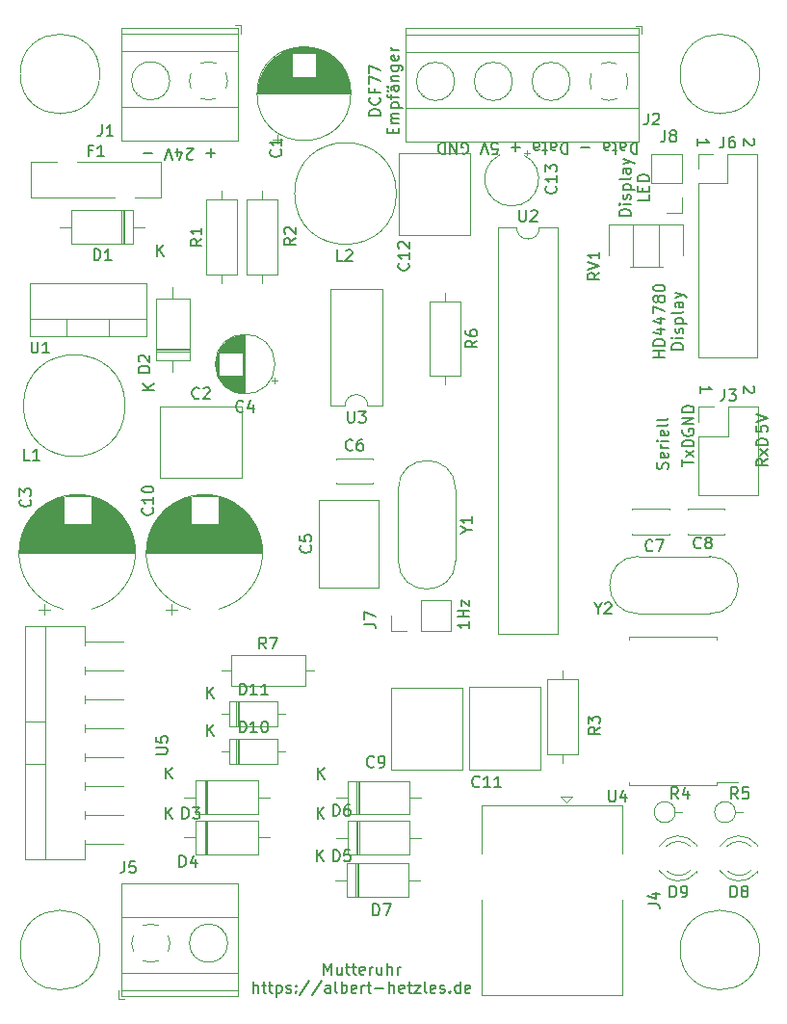
<source format=gbr>
%TF.GenerationSoftware,KiCad,Pcbnew,7.0.9*%
%TF.CreationDate,2023-12-16T09:33:54+01:00*%
%TF.ProjectId,Mutteruhr,4d757474-6572-4756-9872-2e6b69636164,rev?*%
%TF.SameCoordinates,Original*%
%TF.FileFunction,Legend,Top*%
%TF.FilePolarity,Positive*%
%FSLAX46Y46*%
G04 Gerber Fmt 4.6, Leading zero omitted, Abs format (unit mm)*
G04 Created by KiCad (PCBNEW 7.0.9) date 2023-12-16 09:33:54*
%MOMM*%
%LPD*%
G01*
G04 APERTURE LIST*
%ADD10C,0.120000*%
%ADD11C,0.150000*%
G04 APERTURE END LIST*
D10*
X219500000Y-99500000D02*
G75*
G03*
X219500000Y-99500000I-3500000J0D01*
G01*
X219500000Y-22500000D02*
G75*
G03*
X219500000Y-22500000I-3500000J0D01*
G01*
X161500000Y-99500000D02*
G75*
G03*
X161500000Y-99500000I-3500000J0D01*
G01*
X161500000Y-22500000D02*
G75*
G03*
X161500000Y-22500000I-3500000J0D01*
G01*
D11*
X218949942Y-49964286D02*
X218997561Y-50011905D01*
X218997561Y-50011905D02*
X219045180Y-50107143D01*
X219045180Y-50107143D02*
X219045180Y-50345238D01*
X219045180Y-50345238D02*
X218997561Y-50440476D01*
X218997561Y-50440476D02*
X218949942Y-50488095D01*
X218949942Y-50488095D02*
X218854704Y-50535714D01*
X218854704Y-50535714D02*
X218759466Y-50535714D01*
X218759466Y-50535714D02*
X218616609Y-50488095D01*
X218616609Y-50488095D02*
X218045180Y-49916667D01*
X218045180Y-49916667D02*
X218045180Y-50535714D01*
X219204819Y-53440476D02*
X219204819Y-53916666D01*
X219204819Y-53916666D02*
X219681009Y-53964285D01*
X219681009Y-53964285D02*
X219633390Y-53916666D01*
X219633390Y-53916666D02*
X219585771Y-53821428D01*
X219585771Y-53821428D02*
X219585771Y-53583333D01*
X219585771Y-53583333D02*
X219633390Y-53488095D01*
X219633390Y-53488095D02*
X219681009Y-53440476D01*
X219681009Y-53440476D02*
X219776247Y-53392857D01*
X219776247Y-53392857D02*
X220014342Y-53392857D01*
X220014342Y-53392857D02*
X220109580Y-53440476D01*
X220109580Y-53440476D02*
X220157200Y-53488095D01*
X220157200Y-53488095D02*
X220204819Y-53583333D01*
X220204819Y-53583333D02*
X220204819Y-53821428D01*
X220204819Y-53821428D02*
X220157200Y-53916666D01*
X220157200Y-53916666D02*
X220109580Y-53964285D01*
X219204819Y-53107142D02*
X220204819Y-52773809D01*
X220204819Y-52773809D02*
X219204819Y-52440476D01*
X193954819Y-70642857D02*
X193954819Y-71214285D01*
X193954819Y-70928571D02*
X192954819Y-70928571D01*
X192954819Y-70928571D02*
X193097676Y-71023809D01*
X193097676Y-71023809D02*
X193192914Y-71119047D01*
X193192914Y-71119047D02*
X193240533Y-71214285D01*
X193954819Y-70214285D02*
X192954819Y-70214285D01*
X193431009Y-70214285D02*
X193431009Y-69642857D01*
X193954819Y-69642857D02*
X192954819Y-69642857D01*
X193288152Y-69261904D02*
X193288152Y-68738095D01*
X193288152Y-68738095D02*
X193954819Y-69261904D01*
X193954819Y-69261904D02*
X193954819Y-68738095D01*
X211407200Y-57214285D02*
X211454819Y-57071428D01*
X211454819Y-57071428D02*
X211454819Y-56833333D01*
X211454819Y-56833333D02*
X211407200Y-56738095D01*
X211407200Y-56738095D02*
X211359580Y-56690476D01*
X211359580Y-56690476D02*
X211264342Y-56642857D01*
X211264342Y-56642857D02*
X211169104Y-56642857D01*
X211169104Y-56642857D02*
X211073866Y-56690476D01*
X211073866Y-56690476D02*
X211026247Y-56738095D01*
X211026247Y-56738095D02*
X210978628Y-56833333D01*
X210978628Y-56833333D02*
X210931009Y-57023809D01*
X210931009Y-57023809D02*
X210883390Y-57119047D01*
X210883390Y-57119047D02*
X210835771Y-57166666D01*
X210835771Y-57166666D02*
X210740533Y-57214285D01*
X210740533Y-57214285D02*
X210645295Y-57214285D01*
X210645295Y-57214285D02*
X210550057Y-57166666D01*
X210550057Y-57166666D02*
X210502438Y-57119047D01*
X210502438Y-57119047D02*
X210454819Y-57023809D01*
X210454819Y-57023809D02*
X210454819Y-56785714D01*
X210454819Y-56785714D02*
X210502438Y-56642857D01*
X211407200Y-55833333D02*
X211454819Y-55928571D01*
X211454819Y-55928571D02*
X211454819Y-56119047D01*
X211454819Y-56119047D02*
X211407200Y-56214285D01*
X211407200Y-56214285D02*
X211311961Y-56261904D01*
X211311961Y-56261904D02*
X210931009Y-56261904D01*
X210931009Y-56261904D02*
X210835771Y-56214285D01*
X210835771Y-56214285D02*
X210788152Y-56119047D01*
X210788152Y-56119047D02*
X210788152Y-55928571D01*
X210788152Y-55928571D02*
X210835771Y-55833333D01*
X210835771Y-55833333D02*
X210931009Y-55785714D01*
X210931009Y-55785714D02*
X211026247Y-55785714D01*
X211026247Y-55785714D02*
X211121485Y-56261904D01*
X211454819Y-55357142D02*
X210788152Y-55357142D01*
X210978628Y-55357142D02*
X210883390Y-55309523D01*
X210883390Y-55309523D02*
X210835771Y-55261904D01*
X210835771Y-55261904D02*
X210788152Y-55166666D01*
X210788152Y-55166666D02*
X210788152Y-55071428D01*
X211454819Y-54738094D02*
X210788152Y-54738094D01*
X210454819Y-54738094D02*
X210502438Y-54785713D01*
X210502438Y-54785713D02*
X210550057Y-54738094D01*
X210550057Y-54738094D02*
X210502438Y-54690475D01*
X210502438Y-54690475D02*
X210454819Y-54738094D01*
X210454819Y-54738094D02*
X210550057Y-54738094D01*
X211407200Y-53880952D02*
X211454819Y-53976190D01*
X211454819Y-53976190D02*
X211454819Y-54166666D01*
X211454819Y-54166666D02*
X211407200Y-54261904D01*
X211407200Y-54261904D02*
X211311961Y-54309523D01*
X211311961Y-54309523D02*
X210931009Y-54309523D01*
X210931009Y-54309523D02*
X210835771Y-54261904D01*
X210835771Y-54261904D02*
X210788152Y-54166666D01*
X210788152Y-54166666D02*
X210788152Y-53976190D01*
X210788152Y-53976190D02*
X210835771Y-53880952D01*
X210835771Y-53880952D02*
X210931009Y-53833333D01*
X210931009Y-53833333D02*
X211026247Y-53833333D01*
X211026247Y-53833333D02*
X211121485Y-54309523D01*
X211454819Y-53261904D02*
X211407200Y-53357142D01*
X211407200Y-53357142D02*
X211311961Y-53404761D01*
X211311961Y-53404761D02*
X210454819Y-53404761D01*
X211454819Y-52738094D02*
X211407200Y-52833332D01*
X211407200Y-52833332D02*
X211311961Y-52880951D01*
X211311961Y-52880951D02*
X210454819Y-52880951D01*
X212704819Y-56940475D02*
X212704819Y-56369047D01*
X213704819Y-56654761D02*
X212704819Y-56654761D01*
X213704819Y-56130951D02*
X213038152Y-55607142D01*
X213038152Y-56130951D02*
X213704819Y-55607142D01*
X213704819Y-55226189D02*
X212704819Y-55226189D01*
X212704819Y-55226189D02*
X212704819Y-54988094D01*
X212704819Y-54988094D02*
X212752438Y-54845237D01*
X212752438Y-54845237D02*
X212847676Y-54749999D01*
X212847676Y-54749999D02*
X212942914Y-54702380D01*
X212942914Y-54702380D02*
X213133390Y-54654761D01*
X213133390Y-54654761D02*
X213276247Y-54654761D01*
X213276247Y-54654761D02*
X213466723Y-54702380D01*
X213466723Y-54702380D02*
X213561961Y-54749999D01*
X213561961Y-54749999D02*
X213657200Y-54845237D01*
X213657200Y-54845237D02*
X213704819Y-54988094D01*
X213704819Y-54988094D02*
X213704819Y-55226189D01*
X211149819Y-47416666D02*
X210149819Y-47416666D01*
X210626009Y-47416666D02*
X210626009Y-46845238D01*
X211149819Y-46845238D02*
X210149819Y-46845238D01*
X211149819Y-46369047D02*
X210149819Y-46369047D01*
X210149819Y-46369047D02*
X210149819Y-46130952D01*
X210149819Y-46130952D02*
X210197438Y-45988095D01*
X210197438Y-45988095D02*
X210292676Y-45892857D01*
X210292676Y-45892857D02*
X210387914Y-45845238D01*
X210387914Y-45845238D02*
X210578390Y-45797619D01*
X210578390Y-45797619D02*
X210721247Y-45797619D01*
X210721247Y-45797619D02*
X210911723Y-45845238D01*
X210911723Y-45845238D02*
X211006961Y-45892857D01*
X211006961Y-45892857D02*
X211102200Y-45988095D01*
X211102200Y-45988095D02*
X211149819Y-46130952D01*
X211149819Y-46130952D02*
X211149819Y-46369047D01*
X210483152Y-44940476D02*
X211149819Y-44940476D01*
X210102200Y-45178571D02*
X210816485Y-45416666D01*
X210816485Y-45416666D02*
X210816485Y-44797619D01*
X210483152Y-43988095D02*
X211149819Y-43988095D01*
X210102200Y-44226190D02*
X210816485Y-44464285D01*
X210816485Y-44464285D02*
X210816485Y-43845238D01*
X210149819Y-43559523D02*
X210149819Y-42892857D01*
X210149819Y-42892857D02*
X211149819Y-43321428D01*
X210578390Y-42369047D02*
X210530771Y-42464285D01*
X210530771Y-42464285D02*
X210483152Y-42511904D01*
X210483152Y-42511904D02*
X210387914Y-42559523D01*
X210387914Y-42559523D02*
X210340295Y-42559523D01*
X210340295Y-42559523D02*
X210245057Y-42511904D01*
X210245057Y-42511904D02*
X210197438Y-42464285D01*
X210197438Y-42464285D02*
X210149819Y-42369047D01*
X210149819Y-42369047D02*
X210149819Y-42178571D01*
X210149819Y-42178571D02*
X210197438Y-42083333D01*
X210197438Y-42083333D02*
X210245057Y-42035714D01*
X210245057Y-42035714D02*
X210340295Y-41988095D01*
X210340295Y-41988095D02*
X210387914Y-41988095D01*
X210387914Y-41988095D02*
X210483152Y-42035714D01*
X210483152Y-42035714D02*
X210530771Y-42083333D01*
X210530771Y-42083333D02*
X210578390Y-42178571D01*
X210578390Y-42178571D02*
X210578390Y-42369047D01*
X210578390Y-42369047D02*
X210626009Y-42464285D01*
X210626009Y-42464285D02*
X210673628Y-42511904D01*
X210673628Y-42511904D02*
X210768866Y-42559523D01*
X210768866Y-42559523D02*
X210959342Y-42559523D01*
X210959342Y-42559523D02*
X211054580Y-42511904D01*
X211054580Y-42511904D02*
X211102200Y-42464285D01*
X211102200Y-42464285D02*
X211149819Y-42369047D01*
X211149819Y-42369047D02*
X211149819Y-42178571D01*
X211149819Y-42178571D02*
X211102200Y-42083333D01*
X211102200Y-42083333D02*
X211054580Y-42035714D01*
X211054580Y-42035714D02*
X210959342Y-41988095D01*
X210959342Y-41988095D02*
X210768866Y-41988095D01*
X210768866Y-41988095D02*
X210673628Y-42035714D01*
X210673628Y-42035714D02*
X210626009Y-42083333D01*
X210626009Y-42083333D02*
X210578390Y-42178571D01*
X210149819Y-41369047D02*
X210149819Y-41273809D01*
X210149819Y-41273809D02*
X210197438Y-41178571D01*
X210197438Y-41178571D02*
X210245057Y-41130952D01*
X210245057Y-41130952D02*
X210340295Y-41083333D01*
X210340295Y-41083333D02*
X210530771Y-41035714D01*
X210530771Y-41035714D02*
X210768866Y-41035714D01*
X210768866Y-41035714D02*
X210959342Y-41083333D01*
X210959342Y-41083333D02*
X211054580Y-41130952D01*
X211054580Y-41130952D02*
X211102200Y-41178571D01*
X211102200Y-41178571D02*
X211149819Y-41273809D01*
X211149819Y-41273809D02*
X211149819Y-41369047D01*
X211149819Y-41369047D02*
X211102200Y-41464285D01*
X211102200Y-41464285D02*
X211054580Y-41511904D01*
X211054580Y-41511904D02*
X210959342Y-41559523D01*
X210959342Y-41559523D02*
X210768866Y-41607142D01*
X210768866Y-41607142D02*
X210530771Y-41607142D01*
X210530771Y-41607142D02*
X210340295Y-41559523D01*
X210340295Y-41559523D02*
X210245057Y-41511904D01*
X210245057Y-41511904D02*
X210197438Y-41464285D01*
X210197438Y-41464285D02*
X210149819Y-41369047D01*
X212759819Y-46702380D02*
X211759819Y-46702380D01*
X211759819Y-46702380D02*
X211759819Y-46464285D01*
X211759819Y-46464285D02*
X211807438Y-46321428D01*
X211807438Y-46321428D02*
X211902676Y-46226190D01*
X211902676Y-46226190D02*
X211997914Y-46178571D01*
X211997914Y-46178571D02*
X212188390Y-46130952D01*
X212188390Y-46130952D02*
X212331247Y-46130952D01*
X212331247Y-46130952D02*
X212521723Y-46178571D01*
X212521723Y-46178571D02*
X212616961Y-46226190D01*
X212616961Y-46226190D02*
X212712200Y-46321428D01*
X212712200Y-46321428D02*
X212759819Y-46464285D01*
X212759819Y-46464285D02*
X212759819Y-46702380D01*
X212759819Y-45702380D02*
X212093152Y-45702380D01*
X211759819Y-45702380D02*
X211807438Y-45749999D01*
X211807438Y-45749999D02*
X211855057Y-45702380D01*
X211855057Y-45702380D02*
X211807438Y-45654761D01*
X211807438Y-45654761D02*
X211759819Y-45702380D01*
X211759819Y-45702380D02*
X211855057Y-45702380D01*
X212712200Y-45273809D02*
X212759819Y-45178571D01*
X212759819Y-45178571D02*
X212759819Y-44988095D01*
X212759819Y-44988095D02*
X212712200Y-44892857D01*
X212712200Y-44892857D02*
X212616961Y-44845238D01*
X212616961Y-44845238D02*
X212569342Y-44845238D01*
X212569342Y-44845238D02*
X212474104Y-44892857D01*
X212474104Y-44892857D02*
X212426485Y-44988095D01*
X212426485Y-44988095D02*
X212426485Y-45130952D01*
X212426485Y-45130952D02*
X212378866Y-45226190D01*
X212378866Y-45226190D02*
X212283628Y-45273809D01*
X212283628Y-45273809D02*
X212236009Y-45273809D01*
X212236009Y-45273809D02*
X212140771Y-45226190D01*
X212140771Y-45226190D02*
X212093152Y-45130952D01*
X212093152Y-45130952D02*
X212093152Y-44988095D01*
X212093152Y-44988095D02*
X212140771Y-44892857D01*
X212093152Y-44416666D02*
X213093152Y-44416666D01*
X212140771Y-44416666D02*
X212093152Y-44321428D01*
X212093152Y-44321428D02*
X212093152Y-44130952D01*
X212093152Y-44130952D02*
X212140771Y-44035714D01*
X212140771Y-44035714D02*
X212188390Y-43988095D01*
X212188390Y-43988095D02*
X212283628Y-43940476D01*
X212283628Y-43940476D02*
X212569342Y-43940476D01*
X212569342Y-43940476D02*
X212664580Y-43988095D01*
X212664580Y-43988095D02*
X212712200Y-44035714D01*
X212712200Y-44035714D02*
X212759819Y-44130952D01*
X212759819Y-44130952D02*
X212759819Y-44321428D01*
X212759819Y-44321428D02*
X212712200Y-44416666D01*
X212759819Y-43369047D02*
X212712200Y-43464285D01*
X212712200Y-43464285D02*
X212616961Y-43511904D01*
X212616961Y-43511904D02*
X211759819Y-43511904D01*
X212759819Y-42559523D02*
X212236009Y-42559523D01*
X212236009Y-42559523D02*
X212140771Y-42607142D01*
X212140771Y-42607142D02*
X212093152Y-42702380D01*
X212093152Y-42702380D02*
X212093152Y-42892856D01*
X212093152Y-42892856D02*
X212140771Y-42988094D01*
X212712200Y-42559523D02*
X212759819Y-42654761D01*
X212759819Y-42654761D02*
X212759819Y-42892856D01*
X212759819Y-42892856D02*
X212712200Y-42988094D01*
X212712200Y-42988094D02*
X212616961Y-43035713D01*
X212616961Y-43035713D02*
X212521723Y-43035713D01*
X212521723Y-43035713D02*
X212426485Y-42988094D01*
X212426485Y-42988094D02*
X212378866Y-42892856D01*
X212378866Y-42892856D02*
X212378866Y-42654761D01*
X212378866Y-42654761D02*
X212331247Y-42559523D01*
X212093152Y-42178570D02*
X212759819Y-41940475D01*
X212093152Y-41702380D02*
X212759819Y-41940475D01*
X212759819Y-41940475D02*
X212997914Y-42035713D01*
X212997914Y-42035713D02*
X213045533Y-42083332D01*
X213045533Y-42083332D02*
X213093152Y-42178570D01*
X208149819Y-34952380D02*
X207149819Y-34952380D01*
X207149819Y-34952380D02*
X207149819Y-34714285D01*
X207149819Y-34714285D02*
X207197438Y-34571428D01*
X207197438Y-34571428D02*
X207292676Y-34476190D01*
X207292676Y-34476190D02*
X207387914Y-34428571D01*
X207387914Y-34428571D02*
X207578390Y-34380952D01*
X207578390Y-34380952D02*
X207721247Y-34380952D01*
X207721247Y-34380952D02*
X207911723Y-34428571D01*
X207911723Y-34428571D02*
X208006961Y-34476190D01*
X208006961Y-34476190D02*
X208102200Y-34571428D01*
X208102200Y-34571428D02*
X208149819Y-34714285D01*
X208149819Y-34714285D02*
X208149819Y-34952380D01*
X208149819Y-33952380D02*
X207483152Y-33952380D01*
X207149819Y-33952380D02*
X207197438Y-33999999D01*
X207197438Y-33999999D02*
X207245057Y-33952380D01*
X207245057Y-33952380D02*
X207197438Y-33904761D01*
X207197438Y-33904761D02*
X207149819Y-33952380D01*
X207149819Y-33952380D02*
X207245057Y-33952380D01*
X208102200Y-33523809D02*
X208149819Y-33428571D01*
X208149819Y-33428571D02*
X208149819Y-33238095D01*
X208149819Y-33238095D02*
X208102200Y-33142857D01*
X208102200Y-33142857D02*
X208006961Y-33095238D01*
X208006961Y-33095238D02*
X207959342Y-33095238D01*
X207959342Y-33095238D02*
X207864104Y-33142857D01*
X207864104Y-33142857D02*
X207816485Y-33238095D01*
X207816485Y-33238095D02*
X207816485Y-33380952D01*
X207816485Y-33380952D02*
X207768866Y-33476190D01*
X207768866Y-33476190D02*
X207673628Y-33523809D01*
X207673628Y-33523809D02*
X207626009Y-33523809D01*
X207626009Y-33523809D02*
X207530771Y-33476190D01*
X207530771Y-33476190D02*
X207483152Y-33380952D01*
X207483152Y-33380952D02*
X207483152Y-33238095D01*
X207483152Y-33238095D02*
X207530771Y-33142857D01*
X207483152Y-32666666D02*
X208483152Y-32666666D01*
X207530771Y-32666666D02*
X207483152Y-32571428D01*
X207483152Y-32571428D02*
X207483152Y-32380952D01*
X207483152Y-32380952D02*
X207530771Y-32285714D01*
X207530771Y-32285714D02*
X207578390Y-32238095D01*
X207578390Y-32238095D02*
X207673628Y-32190476D01*
X207673628Y-32190476D02*
X207959342Y-32190476D01*
X207959342Y-32190476D02*
X208054580Y-32238095D01*
X208054580Y-32238095D02*
X208102200Y-32285714D01*
X208102200Y-32285714D02*
X208149819Y-32380952D01*
X208149819Y-32380952D02*
X208149819Y-32571428D01*
X208149819Y-32571428D02*
X208102200Y-32666666D01*
X208149819Y-31619047D02*
X208102200Y-31714285D01*
X208102200Y-31714285D02*
X208006961Y-31761904D01*
X208006961Y-31761904D02*
X207149819Y-31761904D01*
X208149819Y-30809523D02*
X207626009Y-30809523D01*
X207626009Y-30809523D02*
X207530771Y-30857142D01*
X207530771Y-30857142D02*
X207483152Y-30952380D01*
X207483152Y-30952380D02*
X207483152Y-31142856D01*
X207483152Y-31142856D02*
X207530771Y-31238094D01*
X208102200Y-30809523D02*
X208149819Y-30904761D01*
X208149819Y-30904761D02*
X208149819Y-31142856D01*
X208149819Y-31142856D02*
X208102200Y-31238094D01*
X208102200Y-31238094D02*
X208006961Y-31285713D01*
X208006961Y-31285713D02*
X207911723Y-31285713D01*
X207911723Y-31285713D02*
X207816485Y-31238094D01*
X207816485Y-31238094D02*
X207768866Y-31142856D01*
X207768866Y-31142856D02*
X207768866Y-30904761D01*
X207768866Y-30904761D02*
X207721247Y-30809523D01*
X207483152Y-30428570D02*
X208149819Y-30190475D01*
X207483152Y-29952380D02*
X208149819Y-30190475D01*
X208149819Y-30190475D02*
X208387914Y-30285713D01*
X208387914Y-30285713D02*
X208435533Y-30333332D01*
X208435533Y-30333332D02*
X208483152Y-30428570D01*
X209759819Y-33142857D02*
X209759819Y-33619047D01*
X209759819Y-33619047D02*
X208759819Y-33619047D01*
X209236009Y-32809523D02*
X209236009Y-32476190D01*
X209759819Y-32333333D02*
X209759819Y-32809523D01*
X209759819Y-32809523D02*
X208759819Y-32809523D01*
X208759819Y-32809523D02*
X208759819Y-32333333D01*
X209759819Y-31904761D02*
X208759819Y-31904761D01*
X208759819Y-31904761D02*
X208759819Y-31666666D01*
X208759819Y-31666666D02*
X208807438Y-31523809D01*
X208807438Y-31523809D02*
X208902676Y-31428571D01*
X208902676Y-31428571D02*
X208997914Y-31380952D01*
X208997914Y-31380952D02*
X209188390Y-31333333D01*
X209188390Y-31333333D02*
X209331247Y-31333333D01*
X209331247Y-31333333D02*
X209521723Y-31380952D01*
X209521723Y-31380952D02*
X209616961Y-31428571D01*
X209616961Y-31428571D02*
X209712200Y-31523809D01*
X209712200Y-31523809D02*
X209759819Y-31666666D01*
X209759819Y-31666666D02*
X209759819Y-31904761D01*
X214295180Y-50535714D02*
X214295180Y-49964286D01*
X214295180Y-50250000D02*
X215295180Y-50250000D01*
X215295180Y-50250000D02*
X215152323Y-50154762D01*
X215152323Y-50154762D02*
X215057085Y-50059524D01*
X215057085Y-50059524D02*
X215009466Y-49964286D01*
X220204819Y-56345238D02*
X219728628Y-56678571D01*
X220204819Y-56916666D02*
X219204819Y-56916666D01*
X219204819Y-56916666D02*
X219204819Y-56535714D01*
X219204819Y-56535714D02*
X219252438Y-56440476D01*
X219252438Y-56440476D02*
X219300057Y-56392857D01*
X219300057Y-56392857D02*
X219395295Y-56345238D01*
X219395295Y-56345238D02*
X219538152Y-56345238D01*
X219538152Y-56345238D02*
X219633390Y-56392857D01*
X219633390Y-56392857D02*
X219681009Y-56440476D01*
X219681009Y-56440476D02*
X219728628Y-56535714D01*
X219728628Y-56535714D02*
X219728628Y-56916666D01*
X220204819Y-56011904D02*
X219538152Y-55488095D01*
X219538152Y-56011904D02*
X220204819Y-55488095D01*
X220204819Y-55107142D02*
X219204819Y-55107142D01*
X219204819Y-55107142D02*
X219204819Y-54869047D01*
X219204819Y-54869047D02*
X219252438Y-54726190D01*
X219252438Y-54726190D02*
X219347676Y-54630952D01*
X219347676Y-54630952D02*
X219442914Y-54583333D01*
X219442914Y-54583333D02*
X219633390Y-54535714D01*
X219633390Y-54535714D02*
X219776247Y-54535714D01*
X219776247Y-54535714D02*
X219966723Y-54583333D01*
X219966723Y-54583333D02*
X220061961Y-54630952D01*
X220061961Y-54630952D02*
X220157200Y-54726190D01*
X220157200Y-54726190D02*
X220204819Y-54869047D01*
X220204819Y-54869047D02*
X220204819Y-55107142D01*
X171642856Y-29426133D02*
X170880952Y-29426133D01*
X171261904Y-29045180D02*
X171261904Y-29807085D01*
X169690475Y-29949942D02*
X169642856Y-29997561D01*
X169642856Y-29997561D02*
X169547618Y-30045180D01*
X169547618Y-30045180D02*
X169309523Y-30045180D01*
X169309523Y-30045180D02*
X169214285Y-29997561D01*
X169214285Y-29997561D02*
X169166666Y-29949942D01*
X169166666Y-29949942D02*
X169119047Y-29854704D01*
X169119047Y-29854704D02*
X169119047Y-29759466D01*
X169119047Y-29759466D02*
X169166666Y-29616609D01*
X169166666Y-29616609D02*
X169738094Y-29045180D01*
X169738094Y-29045180D02*
X169119047Y-29045180D01*
X168261904Y-29711847D02*
X168261904Y-29045180D01*
X168499999Y-30092800D02*
X168738094Y-29378514D01*
X168738094Y-29378514D02*
X168119047Y-29378514D01*
X167880951Y-30045180D02*
X167547618Y-29045180D01*
X167547618Y-29045180D02*
X167214285Y-30045180D01*
X166119046Y-29426133D02*
X165357142Y-29426133D01*
X214045180Y-28785714D02*
X214045180Y-28214286D01*
X214045180Y-28500000D02*
X215045180Y-28500000D01*
X215045180Y-28500000D02*
X214902323Y-28404762D01*
X214902323Y-28404762D02*
X214807085Y-28309524D01*
X214807085Y-28309524D02*
X214759466Y-28214286D01*
X218949942Y-28214286D02*
X218997561Y-28261905D01*
X218997561Y-28261905D02*
X219045180Y-28357143D01*
X219045180Y-28357143D02*
X219045180Y-28595238D01*
X219045180Y-28595238D02*
X218997561Y-28690476D01*
X218997561Y-28690476D02*
X218949942Y-28738095D01*
X218949942Y-28738095D02*
X218854704Y-28785714D01*
X218854704Y-28785714D02*
X218759466Y-28785714D01*
X218759466Y-28785714D02*
X218616609Y-28738095D01*
X218616609Y-28738095D02*
X218045180Y-28166667D01*
X218045180Y-28166667D02*
X218045180Y-28785714D01*
X208714286Y-28545180D02*
X208714286Y-29545180D01*
X208714286Y-29545180D02*
X208476191Y-29545180D01*
X208476191Y-29545180D02*
X208333334Y-29497561D01*
X208333334Y-29497561D02*
X208238096Y-29402323D01*
X208238096Y-29402323D02*
X208190477Y-29307085D01*
X208190477Y-29307085D02*
X208142858Y-29116609D01*
X208142858Y-29116609D02*
X208142858Y-28973752D01*
X208142858Y-28973752D02*
X208190477Y-28783276D01*
X208190477Y-28783276D02*
X208238096Y-28688038D01*
X208238096Y-28688038D02*
X208333334Y-28592800D01*
X208333334Y-28592800D02*
X208476191Y-28545180D01*
X208476191Y-28545180D02*
X208714286Y-28545180D01*
X207285715Y-28545180D02*
X207285715Y-29068990D01*
X207285715Y-29068990D02*
X207333334Y-29164228D01*
X207333334Y-29164228D02*
X207428572Y-29211847D01*
X207428572Y-29211847D02*
X207619048Y-29211847D01*
X207619048Y-29211847D02*
X207714286Y-29164228D01*
X207285715Y-28592800D02*
X207380953Y-28545180D01*
X207380953Y-28545180D02*
X207619048Y-28545180D01*
X207619048Y-28545180D02*
X207714286Y-28592800D01*
X207714286Y-28592800D02*
X207761905Y-28688038D01*
X207761905Y-28688038D02*
X207761905Y-28783276D01*
X207761905Y-28783276D02*
X207714286Y-28878514D01*
X207714286Y-28878514D02*
X207619048Y-28926133D01*
X207619048Y-28926133D02*
X207380953Y-28926133D01*
X207380953Y-28926133D02*
X207285715Y-28973752D01*
X206952381Y-29211847D02*
X206571429Y-29211847D01*
X206809524Y-29545180D02*
X206809524Y-28688038D01*
X206809524Y-28688038D02*
X206761905Y-28592800D01*
X206761905Y-28592800D02*
X206666667Y-28545180D01*
X206666667Y-28545180D02*
X206571429Y-28545180D01*
X205809524Y-28545180D02*
X205809524Y-29068990D01*
X205809524Y-29068990D02*
X205857143Y-29164228D01*
X205857143Y-29164228D02*
X205952381Y-29211847D01*
X205952381Y-29211847D02*
X206142857Y-29211847D01*
X206142857Y-29211847D02*
X206238095Y-29164228D01*
X205809524Y-28592800D02*
X205904762Y-28545180D01*
X205904762Y-28545180D02*
X206142857Y-28545180D01*
X206142857Y-28545180D02*
X206238095Y-28592800D01*
X206238095Y-28592800D02*
X206285714Y-28688038D01*
X206285714Y-28688038D02*
X206285714Y-28783276D01*
X206285714Y-28783276D02*
X206238095Y-28878514D01*
X206238095Y-28878514D02*
X206142857Y-28926133D01*
X206142857Y-28926133D02*
X205904762Y-28926133D01*
X205904762Y-28926133D02*
X205809524Y-28973752D01*
X204571428Y-28926133D02*
X203809524Y-28926133D01*
X202571428Y-28545180D02*
X202571428Y-29545180D01*
X202571428Y-29545180D02*
X202333333Y-29545180D01*
X202333333Y-29545180D02*
X202190476Y-29497561D01*
X202190476Y-29497561D02*
X202095238Y-29402323D01*
X202095238Y-29402323D02*
X202047619Y-29307085D01*
X202047619Y-29307085D02*
X202000000Y-29116609D01*
X202000000Y-29116609D02*
X202000000Y-28973752D01*
X202000000Y-28973752D02*
X202047619Y-28783276D01*
X202047619Y-28783276D02*
X202095238Y-28688038D01*
X202095238Y-28688038D02*
X202190476Y-28592800D01*
X202190476Y-28592800D02*
X202333333Y-28545180D01*
X202333333Y-28545180D02*
X202571428Y-28545180D01*
X201142857Y-28545180D02*
X201142857Y-29068990D01*
X201142857Y-29068990D02*
X201190476Y-29164228D01*
X201190476Y-29164228D02*
X201285714Y-29211847D01*
X201285714Y-29211847D02*
X201476190Y-29211847D01*
X201476190Y-29211847D02*
X201571428Y-29164228D01*
X201142857Y-28592800D02*
X201238095Y-28545180D01*
X201238095Y-28545180D02*
X201476190Y-28545180D01*
X201476190Y-28545180D02*
X201571428Y-28592800D01*
X201571428Y-28592800D02*
X201619047Y-28688038D01*
X201619047Y-28688038D02*
X201619047Y-28783276D01*
X201619047Y-28783276D02*
X201571428Y-28878514D01*
X201571428Y-28878514D02*
X201476190Y-28926133D01*
X201476190Y-28926133D02*
X201238095Y-28926133D01*
X201238095Y-28926133D02*
X201142857Y-28973752D01*
X200809523Y-29211847D02*
X200428571Y-29211847D01*
X200666666Y-29545180D02*
X200666666Y-28688038D01*
X200666666Y-28688038D02*
X200619047Y-28592800D01*
X200619047Y-28592800D02*
X200523809Y-28545180D01*
X200523809Y-28545180D02*
X200428571Y-28545180D01*
X199666666Y-28545180D02*
X199666666Y-29068990D01*
X199666666Y-29068990D02*
X199714285Y-29164228D01*
X199714285Y-29164228D02*
X199809523Y-29211847D01*
X199809523Y-29211847D02*
X199999999Y-29211847D01*
X199999999Y-29211847D02*
X200095237Y-29164228D01*
X199666666Y-28592800D02*
X199761904Y-28545180D01*
X199761904Y-28545180D02*
X199999999Y-28545180D01*
X199999999Y-28545180D02*
X200095237Y-28592800D01*
X200095237Y-28592800D02*
X200142856Y-28688038D01*
X200142856Y-28688038D02*
X200142856Y-28783276D01*
X200142856Y-28783276D02*
X200095237Y-28878514D01*
X200095237Y-28878514D02*
X199999999Y-28926133D01*
X199999999Y-28926133D02*
X199761904Y-28926133D01*
X199761904Y-28926133D02*
X199666666Y-28973752D01*
X198428570Y-28926133D02*
X197666666Y-28926133D01*
X198047618Y-28545180D02*
X198047618Y-29307085D01*
X195952380Y-29545180D02*
X196428570Y-29545180D01*
X196428570Y-29545180D02*
X196476189Y-29068990D01*
X196476189Y-29068990D02*
X196428570Y-29116609D01*
X196428570Y-29116609D02*
X196333332Y-29164228D01*
X196333332Y-29164228D02*
X196095237Y-29164228D01*
X196095237Y-29164228D02*
X195999999Y-29116609D01*
X195999999Y-29116609D02*
X195952380Y-29068990D01*
X195952380Y-29068990D02*
X195904761Y-28973752D01*
X195904761Y-28973752D02*
X195904761Y-28735657D01*
X195904761Y-28735657D02*
X195952380Y-28640419D01*
X195952380Y-28640419D02*
X195999999Y-28592800D01*
X195999999Y-28592800D02*
X196095237Y-28545180D01*
X196095237Y-28545180D02*
X196333332Y-28545180D01*
X196333332Y-28545180D02*
X196428570Y-28592800D01*
X196428570Y-28592800D02*
X196476189Y-28640419D01*
X195619046Y-29545180D02*
X195285713Y-28545180D01*
X195285713Y-28545180D02*
X194952380Y-29545180D01*
X193333332Y-29497561D02*
X193428570Y-29545180D01*
X193428570Y-29545180D02*
X193571427Y-29545180D01*
X193571427Y-29545180D02*
X193714284Y-29497561D01*
X193714284Y-29497561D02*
X193809522Y-29402323D01*
X193809522Y-29402323D02*
X193857141Y-29307085D01*
X193857141Y-29307085D02*
X193904760Y-29116609D01*
X193904760Y-29116609D02*
X193904760Y-28973752D01*
X193904760Y-28973752D02*
X193857141Y-28783276D01*
X193857141Y-28783276D02*
X193809522Y-28688038D01*
X193809522Y-28688038D02*
X193714284Y-28592800D01*
X193714284Y-28592800D02*
X193571427Y-28545180D01*
X193571427Y-28545180D02*
X193476189Y-28545180D01*
X193476189Y-28545180D02*
X193333332Y-28592800D01*
X193333332Y-28592800D02*
X193285713Y-28640419D01*
X193285713Y-28640419D02*
X193285713Y-28973752D01*
X193285713Y-28973752D02*
X193476189Y-28973752D01*
X192857141Y-28545180D02*
X192857141Y-29545180D01*
X192857141Y-29545180D02*
X192285713Y-28545180D01*
X192285713Y-28545180D02*
X192285713Y-29545180D01*
X191809522Y-28545180D02*
X191809522Y-29545180D01*
X191809522Y-29545180D02*
X191571427Y-29545180D01*
X191571427Y-29545180D02*
X191428570Y-29497561D01*
X191428570Y-29497561D02*
X191333332Y-29402323D01*
X191333332Y-29402323D02*
X191285713Y-29307085D01*
X191285713Y-29307085D02*
X191238094Y-29116609D01*
X191238094Y-29116609D02*
X191238094Y-28973752D01*
X191238094Y-28973752D02*
X191285713Y-28783276D01*
X191285713Y-28783276D02*
X191333332Y-28688038D01*
X191333332Y-28688038D02*
X191428570Y-28592800D01*
X191428570Y-28592800D02*
X191571427Y-28545180D01*
X191571427Y-28545180D02*
X191809522Y-28545180D01*
X181190475Y-101649819D02*
X181190475Y-100649819D01*
X181190475Y-100649819D02*
X181523808Y-101364104D01*
X181523808Y-101364104D02*
X181857141Y-100649819D01*
X181857141Y-100649819D02*
X181857141Y-101649819D01*
X182761903Y-100983152D02*
X182761903Y-101649819D01*
X182333332Y-100983152D02*
X182333332Y-101506961D01*
X182333332Y-101506961D02*
X182380951Y-101602200D01*
X182380951Y-101602200D02*
X182476189Y-101649819D01*
X182476189Y-101649819D02*
X182619046Y-101649819D01*
X182619046Y-101649819D02*
X182714284Y-101602200D01*
X182714284Y-101602200D02*
X182761903Y-101554580D01*
X183095237Y-100983152D02*
X183476189Y-100983152D01*
X183238094Y-100649819D02*
X183238094Y-101506961D01*
X183238094Y-101506961D02*
X183285713Y-101602200D01*
X183285713Y-101602200D02*
X183380951Y-101649819D01*
X183380951Y-101649819D02*
X183476189Y-101649819D01*
X183666666Y-100983152D02*
X184047618Y-100983152D01*
X183809523Y-100649819D02*
X183809523Y-101506961D01*
X183809523Y-101506961D02*
X183857142Y-101602200D01*
X183857142Y-101602200D02*
X183952380Y-101649819D01*
X183952380Y-101649819D02*
X184047618Y-101649819D01*
X184761904Y-101602200D02*
X184666666Y-101649819D01*
X184666666Y-101649819D02*
X184476190Y-101649819D01*
X184476190Y-101649819D02*
X184380952Y-101602200D01*
X184380952Y-101602200D02*
X184333333Y-101506961D01*
X184333333Y-101506961D02*
X184333333Y-101126009D01*
X184333333Y-101126009D02*
X184380952Y-101030771D01*
X184380952Y-101030771D02*
X184476190Y-100983152D01*
X184476190Y-100983152D02*
X184666666Y-100983152D01*
X184666666Y-100983152D02*
X184761904Y-101030771D01*
X184761904Y-101030771D02*
X184809523Y-101126009D01*
X184809523Y-101126009D02*
X184809523Y-101221247D01*
X184809523Y-101221247D02*
X184333333Y-101316485D01*
X185238095Y-101649819D02*
X185238095Y-100983152D01*
X185238095Y-101173628D02*
X185285714Y-101078390D01*
X185285714Y-101078390D02*
X185333333Y-101030771D01*
X185333333Y-101030771D02*
X185428571Y-100983152D01*
X185428571Y-100983152D02*
X185523809Y-100983152D01*
X186285714Y-100983152D02*
X186285714Y-101649819D01*
X185857143Y-100983152D02*
X185857143Y-101506961D01*
X185857143Y-101506961D02*
X185904762Y-101602200D01*
X185904762Y-101602200D02*
X186000000Y-101649819D01*
X186000000Y-101649819D02*
X186142857Y-101649819D01*
X186142857Y-101649819D02*
X186238095Y-101602200D01*
X186238095Y-101602200D02*
X186285714Y-101554580D01*
X186761905Y-101649819D02*
X186761905Y-100649819D01*
X187190476Y-101649819D02*
X187190476Y-101126009D01*
X187190476Y-101126009D02*
X187142857Y-101030771D01*
X187142857Y-101030771D02*
X187047619Y-100983152D01*
X187047619Y-100983152D02*
X186904762Y-100983152D01*
X186904762Y-100983152D02*
X186809524Y-101030771D01*
X186809524Y-101030771D02*
X186761905Y-101078390D01*
X187666667Y-101649819D02*
X187666667Y-100983152D01*
X187666667Y-101173628D02*
X187714286Y-101078390D01*
X187714286Y-101078390D02*
X187761905Y-101030771D01*
X187761905Y-101030771D02*
X187857143Y-100983152D01*
X187857143Y-100983152D02*
X187952381Y-100983152D01*
X174976189Y-103259819D02*
X174976189Y-102259819D01*
X175404760Y-103259819D02*
X175404760Y-102736009D01*
X175404760Y-102736009D02*
X175357141Y-102640771D01*
X175357141Y-102640771D02*
X175261903Y-102593152D01*
X175261903Y-102593152D02*
X175119046Y-102593152D01*
X175119046Y-102593152D02*
X175023808Y-102640771D01*
X175023808Y-102640771D02*
X174976189Y-102688390D01*
X175738094Y-102593152D02*
X176119046Y-102593152D01*
X175880951Y-102259819D02*
X175880951Y-103116961D01*
X175880951Y-103116961D02*
X175928570Y-103212200D01*
X175928570Y-103212200D02*
X176023808Y-103259819D01*
X176023808Y-103259819D02*
X176119046Y-103259819D01*
X176309523Y-102593152D02*
X176690475Y-102593152D01*
X176452380Y-102259819D02*
X176452380Y-103116961D01*
X176452380Y-103116961D02*
X176499999Y-103212200D01*
X176499999Y-103212200D02*
X176595237Y-103259819D01*
X176595237Y-103259819D02*
X176690475Y-103259819D01*
X177023809Y-102593152D02*
X177023809Y-103593152D01*
X177023809Y-102640771D02*
X177119047Y-102593152D01*
X177119047Y-102593152D02*
X177309523Y-102593152D01*
X177309523Y-102593152D02*
X177404761Y-102640771D01*
X177404761Y-102640771D02*
X177452380Y-102688390D01*
X177452380Y-102688390D02*
X177499999Y-102783628D01*
X177499999Y-102783628D02*
X177499999Y-103069342D01*
X177499999Y-103069342D02*
X177452380Y-103164580D01*
X177452380Y-103164580D02*
X177404761Y-103212200D01*
X177404761Y-103212200D02*
X177309523Y-103259819D01*
X177309523Y-103259819D02*
X177119047Y-103259819D01*
X177119047Y-103259819D02*
X177023809Y-103212200D01*
X177880952Y-103212200D02*
X177976190Y-103259819D01*
X177976190Y-103259819D02*
X178166666Y-103259819D01*
X178166666Y-103259819D02*
X178261904Y-103212200D01*
X178261904Y-103212200D02*
X178309523Y-103116961D01*
X178309523Y-103116961D02*
X178309523Y-103069342D01*
X178309523Y-103069342D02*
X178261904Y-102974104D01*
X178261904Y-102974104D02*
X178166666Y-102926485D01*
X178166666Y-102926485D02*
X178023809Y-102926485D01*
X178023809Y-102926485D02*
X177928571Y-102878866D01*
X177928571Y-102878866D02*
X177880952Y-102783628D01*
X177880952Y-102783628D02*
X177880952Y-102736009D01*
X177880952Y-102736009D02*
X177928571Y-102640771D01*
X177928571Y-102640771D02*
X178023809Y-102593152D01*
X178023809Y-102593152D02*
X178166666Y-102593152D01*
X178166666Y-102593152D02*
X178261904Y-102640771D01*
X178738095Y-103164580D02*
X178785714Y-103212200D01*
X178785714Y-103212200D02*
X178738095Y-103259819D01*
X178738095Y-103259819D02*
X178690476Y-103212200D01*
X178690476Y-103212200D02*
X178738095Y-103164580D01*
X178738095Y-103164580D02*
X178738095Y-103259819D01*
X178738095Y-102640771D02*
X178785714Y-102688390D01*
X178785714Y-102688390D02*
X178738095Y-102736009D01*
X178738095Y-102736009D02*
X178690476Y-102688390D01*
X178690476Y-102688390D02*
X178738095Y-102640771D01*
X178738095Y-102640771D02*
X178738095Y-102736009D01*
X179928570Y-102212200D02*
X179071428Y-103497914D01*
X180976189Y-102212200D02*
X180119047Y-103497914D01*
X181738094Y-103259819D02*
X181738094Y-102736009D01*
X181738094Y-102736009D02*
X181690475Y-102640771D01*
X181690475Y-102640771D02*
X181595237Y-102593152D01*
X181595237Y-102593152D02*
X181404761Y-102593152D01*
X181404761Y-102593152D02*
X181309523Y-102640771D01*
X181738094Y-103212200D02*
X181642856Y-103259819D01*
X181642856Y-103259819D02*
X181404761Y-103259819D01*
X181404761Y-103259819D02*
X181309523Y-103212200D01*
X181309523Y-103212200D02*
X181261904Y-103116961D01*
X181261904Y-103116961D02*
X181261904Y-103021723D01*
X181261904Y-103021723D02*
X181309523Y-102926485D01*
X181309523Y-102926485D02*
X181404761Y-102878866D01*
X181404761Y-102878866D02*
X181642856Y-102878866D01*
X181642856Y-102878866D02*
X181738094Y-102831247D01*
X182357142Y-103259819D02*
X182261904Y-103212200D01*
X182261904Y-103212200D02*
X182214285Y-103116961D01*
X182214285Y-103116961D02*
X182214285Y-102259819D01*
X182738095Y-103259819D02*
X182738095Y-102259819D01*
X182738095Y-102640771D02*
X182833333Y-102593152D01*
X182833333Y-102593152D02*
X183023809Y-102593152D01*
X183023809Y-102593152D02*
X183119047Y-102640771D01*
X183119047Y-102640771D02*
X183166666Y-102688390D01*
X183166666Y-102688390D02*
X183214285Y-102783628D01*
X183214285Y-102783628D02*
X183214285Y-103069342D01*
X183214285Y-103069342D02*
X183166666Y-103164580D01*
X183166666Y-103164580D02*
X183119047Y-103212200D01*
X183119047Y-103212200D02*
X183023809Y-103259819D01*
X183023809Y-103259819D02*
X182833333Y-103259819D01*
X182833333Y-103259819D02*
X182738095Y-103212200D01*
X184023809Y-103212200D02*
X183928571Y-103259819D01*
X183928571Y-103259819D02*
X183738095Y-103259819D01*
X183738095Y-103259819D02*
X183642857Y-103212200D01*
X183642857Y-103212200D02*
X183595238Y-103116961D01*
X183595238Y-103116961D02*
X183595238Y-102736009D01*
X183595238Y-102736009D02*
X183642857Y-102640771D01*
X183642857Y-102640771D02*
X183738095Y-102593152D01*
X183738095Y-102593152D02*
X183928571Y-102593152D01*
X183928571Y-102593152D02*
X184023809Y-102640771D01*
X184023809Y-102640771D02*
X184071428Y-102736009D01*
X184071428Y-102736009D02*
X184071428Y-102831247D01*
X184071428Y-102831247D02*
X183595238Y-102926485D01*
X184500000Y-103259819D02*
X184500000Y-102593152D01*
X184500000Y-102783628D02*
X184547619Y-102688390D01*
X184547619Y-102688390D02*
X184595238Y-102640771D01*
X184595238Y-102640771D02*
X184690476Y-102593152D01*
X184690476Y-102593152D02*
X184785714Y-102593152D01*
X184976191Y-102593152D02*
X185357143Y-102593152D01*
X185119048Y-102259819D02*
X185119048Y-103116961D01*
X185119048Y-103116961D02*
X185166667Y-103212200D01*
X185166667Y-103212200D02*
X185261905Y-103259819D01*
X185261905Y-103259819D02*
X185357143Y-103259819D01*
X185690477Y-102878866D02*
X186452382Y-102878866D01*
X186928572Y-103259819D02*
X186928572Y-102259819D01*
X187357143Y-103259819D02*
X187357143Y-102736009D01*
X187357143Y-102736009D02*
X187309524Y-102640771D01*
X187309524Y-102640771D02*
X187214286Y-102593152D01*
X187214286Y-102593152D02*
X187071429Y-102593152D01*
X187071429Y-102593152D02*
X186976191Y-102640771D01*
X186976191Y-102640771D02*
X186928572Y-102688390D01*
X188214286Y-103212200D02*
X188119048Y-103259819D01*
X188119048Y-103259819D02*
X187928572Y-103259819D01*
X187928572Y-103259819D02*
X187833334Y-103212200D01*
X187833334Y-103212200D02*
X187785715Y-103116961D01*
X187785715Y-103116961D02*
X187785715Y-102736009D01*
X187785715Y-102736009D02*
X187833334Y-102640771D01*
X187833334Y-102640771D02*
X187928572Y-102593152D01*
X187928572Y-102593152D02*
X188119048Y-102593152D01*
X188119048Y-102593152D02*
X188214286Y-102640771D01*
X188214286Y-102640771D02*
X188261905Y-102736009D01*
X188261905Y-102736009D02*
X188261905Y-102831247D01*
X188261905Y-102831247D02*
X187785715Y-102926485D01*
X188547620Y-102593152D02*
X188928572Y-102593152D01*
X188690477Y-102259819D02*
X188690477Y-103116961D01*
X188690477Y-103116961D02*
X188738096Y-103212200D01*
X188738096Y-103212200D02*
X188833334Y-103259819D01*
X188833334Y-103259819D02*
X188928572Y-103259819D01*
X189166668Y-102593152D02*
X189690477Y-102593152D01*
X189690477Y-102593152D02*
X189166668Y-103259819D01*
X189166668Y-103259819D02*
X189690477Y-103259819D01*
X190214287Y-103259819D02*
X190119049Y-103212200D01*
X190119049Y-103212200D02*
X190071430Y-103116961D01*
X190071430Y-103116961D02*
X190071430Y-102259819D01*
X190976192Y-103212200D02*
X190880954Y-103259819D01*
X190880954Y-103259819D02*
X190690478Y-103259819D01*
X190690478Y-103259819D02*
X190595240Y-103212200D01*
X190595240Y-103212200D02*
X190547621Y-103116961D01*
X190547621Y-103116961D02*
X190547621Y-102736009D01*
X190547621Y-102736009D02*
X190595240Y-102640771D01*
X190595240Y-102640771D02*
X190690478Y-102593152D01*
X190690478Y-102593152D02*
X190880954Y-102593152D01*
X190880954Y-102593152D02*
X190976192Y-102640771D01*
X190976192Y-102640771D02*
X191023811Y-102736009D01*
X191023811Y-102736009D02*
X191023811Y-102831247D01*
X191023811Y-102831247D02*
X190547621Y-102926485D01*
X191404764Y-103212200D02*
X191500002Y-103259819D01*
X191500002Y-103259819D02*
X191690478Y-103259819D01*
X191690478Y-103259819D02*
X191785716Y-103212200D01*
X191785716Y-103212200D02*
X191833335Y-103116961D01*
X191833335Y-103116961D02*
X191833335Y-103069342D01*
X191833335Y-103069342D02*
X191785716Y-102974104D01*
X191785716Y-102974104D02*
X191690478Y-102926485D01*
X191690478Y-102926485D02*
X191547621Y-102926485D01*
X191547621Y-102926485D02*
X191452383Y-102878866D01*
X191452383Y-102878866D02*
X191404764Y-102783628D01*
X191404764Y-102783628D02*
X191404764Y-102736009D01*
X191404764Y-102736009D02*
X191452383Y-102640771D01*
X191452383Y-102640771D02*
X191547621Y-102593152D01*
X191547621Y-102593152D02*
X191690478Y-102593152D01*
X191690478Y-102593152D02*
X191785716Y-102640771D01*
X192261907Y-103164580D02*
X192309526Y-103212200D01*
X192309526Y-103212200D02*
X192261907Y-103259819D01*
X192261907Y-103259819D02*
X192214288Y-103212200D01*
X192214288Y-103212200D02*
X192261907Y-103164580D01*
X192261907Y-103164580D02*
X192261907Y-103259819D01*
X193166668Y-103259819D02*
X193166668Y-102259819D01*
X193166668Y-103212200D02*
X193071430Y-103259819D01*
X193071430Y-103259819D02*
X192880954Y-103259819D01*
X192880954Y-103259819D02*
X192785716Y-103212200D01*
X192785716Y-103212200D02*
X192738097Y-103164580D01*
X192738097Y-103164580D02*
X192690478Y-103069342D01*
X192690478Y-103069342D02*
X192690478Y-102783628D01*
X192690478Y-102783628D02*
X192738097Y-102688390D01*
X192738097Y-102688390D02*
X192785716Y-102640771D01*
X192785716Y-102640771D02*
X192880954Y-102593152D01*
X192880954Y-102593152D02*
X193071430Y-102593152D01*
X193071430Y-102593152D02*
X193166668Y-102640771D01*
X194023811Y-103212200D02*
X193928573Y-103259819D01*
X193928573Y-103259819D02*
X193738097Y-103259819D01*
X193738097Y-103259819D02*
X193642859Y-103212200D01*
X193642859Y-103212200D02*
X193595240Y-103116961D01*
X193595240Y-103116961D02*
X193595240Y-102736009D01*
X193595240Y-102736009D02*
X193642859Y-102640771D01*
X193642859Y-102640771D02*
X193738097Y-102593152D01*
X193738097Y-102593152D02*
X193928573Y-102593152D01*
X193928573Y-102593152D02*
X194023811Y-102640771D01*
X194023811Y-102640771D02*
X194071430Y-102736009D01*
X194071430Y-102736009D02*
X194071430Y-102831247D01*
X194071430Y-102831247D02*
X193595240Y-102926485D01*
X212752438Y-53761904D02*
X212704819Y-53857142D01*
X212704819Y-53857142D02*
X212704819Y-53999999D01*
X212704819Y-53999999D02*
X212752438Y-54142856D01*
X212752438Y-54142856D02*
X212847676Y-54238094D01*
X212847676Y-54238094D02*
X212942914Y-54285713D01*
X212942914Y-54285713D02*
X213133390Y-54333332D01*
X213133390Y-54333332D02*
X213276247Y-54333332D01*
X213276247Y-54333332D02*
X213466723Y-54285713D01*
X213466723Y-54285713D02*
X213561961Y-54238094D01*
X213561961Y-54238094D02*
X213657200Y-54142856D01*
X213657200Y-54142856D02*
X213704819Y-53999999D01*
X213704819Y-53999999D02*
X213704819Y-53904761D01*
X213704819Y-53904761D02*
X213657200Y-53761904D01*
X213657200Y-53761904D02*
X213609580Y-53714285D01*
X213609580Y-53714285D02*
X213276247Y-53714285D01*
X213276247Y-53714285D02*
X213276247Y-53904761D01*
X213704819Y-53285713D02*
X212704819Y-53285713D01*
X212704819Y-53285713D02*
X213704819Y-52714285D01*
X213704819Y-52714285D02*
X212704819Y-52714285D01*
X213704819Y-52238094D02*
X212704819Y-52238094D01*
X212704819Y-52238094D02*
X212704819Y-51999999D01*
X212704819Y-51999999D02*
X212752438Y-51857142D01*
X212752438Y-51857142D02*
X212847676Y-51761904D01*
X212847676Y-51761904D02*
X212942914Y-51714285D01*
X212942914Y-51714285D02*
X213133390Y-51666666D01*
X213133390Y-51666666D02*
X213276247Y-51666666D01*
X213276247Y-51666666D02*
X213466723Y-51714285D01*
X213466723Y-51714285D02*
X213561961Y-51761904D01*
X213561961Y-51761904D02*
X213657200Y-51857142D01*
X213657200Y-51857142D02*
X213704819Y-51999999D01*
X213704819Y-51999999D02*
X213704819Y-52238094D01*
X186149819Y-26142856D02*
X185149819Y-26142856D01*
X185149819Y-26142856D02*
X185149819Y-25904761D01*
X185149819Y-25904761D02*
X185197438Y-25761904D01*
X185197438Y-25761904D02*
X185292676Y-25666666D01*
X185292676Y-25666666D02*
X185387914Y-25619047D01*
X185387914Y-25619047D02*
X185578390Y-25571428D01*
X185578390Y-25571428D02*
X185721247Y-25571428D01*
X185721247Y-25571428D02*
X185911723Y-25619047D01*
X185911723Y-25619047D02*
X186006961Y-25666666D01*
X186006961Y-25666666D02*
X186102200Y-25761904D01*
X186102200Y-25761904D02*
X186149819Y-25904761D01*
X186149819Y-25904761D02*
X186149819Y-26142856D01*
X186054580Y-24571428D02*
X186102200Y-24619047D01*
X186102200Y-24619047D02*
X186149819Y-24761904D01*
X186149819Y-24761904D02*
X186149819Y-24857142D01*
X186149819Y-24857142D02*
X186102200Y-24999999D01*
X186102200Y-24999999D02*
X186006961Y-25095237D01*
X186006961Y-25095237D02*
X185911723Y-25142856D01*
X185911723Y-25142856D02*
X185721247Y-25190475D01*
X185721247Y-25190475D02*
X185578390Y-25190475D01*
X185578390Y-25190475D02*
X185387914Y-25142856D01*
X185387914Y-25142856D02*
X185292676Y-25095237D01*
X185292676Y-25095237D02*
X185197438Y-24999999D01*
X185197438Y-24999999D02*
X185149819Y-24857142D01*
X185149819Y-24857142D02*
X185149819Y-24761904D01*
X185149819Y-24761904D02*
X185197438Y-24619047D01*
X185197438Y-24619047D02*
X185245057Y-24571428D01*
X185626009Y-23809523D02*
X185626009Y-24142856D01*
X186149819Y-24142856D02*
X185149819Y-24142856D01*
X185149819Y-24142856D02*
X185149819Y-23666666D01*
X185149819Y-23380951D02*
X185149819Y-22714285D01*
X185149819Y-22714285D02*
X186149819Y-23142856D01*
X185149819Y-22428570D02*
X185149819Y-21761904D01*
X185149819Y-21761904D02*
X186149819Y-22190475D01*
X187236009Y-27714285D02*
X187236009Y-27380952D01*
X187759819Y-27238095D02*
X187759819Y-27714285D01*
X187759819Y-27714285D02*
X186759819Y-27714285D01*
X186759819Y-27714285D02*
X186759819Y-27238095D01*
X187759819Y-26809523D02*
X187093152Y-26809523D01*
X187188390Y-26809523D02*
X187140771Y-26761904D01*
X187140771Y-26761904D02*
X187093152Y-26666666D01*
X187093152Y-26666666D02*
X187093152Y-26523809D01*
X187093152Y-26523809D02*
X187140771Y-26428571D01*
X187140771Y-26428571D02*
X187236009Y-26380952D01*
X187236009Y-26380952D02*
X187759819Y-26380952D01*
X187236009Y-26380952D02*
X187140771Y-26333333D01*
X187140771Y-26333333D02*
X187093152Y-26238095D01*
X187093152Y-26238095D02*
X187093152Y-26095238D01*
X187093152Y-26095238D02*
X187140771Y-25999999D01*
X187140771Y-25999999D02*
X187236009Y-25952380D01*
X187236009Y-25952380D02*
X187759819Y-25952380D01*
X187093152Y-25476190D02*
X188093152Y-25476190D01*
X187140771Y-25476190D02*
X187093152Y-25380952D01*
X187093152Y-25380952D02*
X187093152Y-25190476D01*
X187093152Y-25190476D02*
X187140771Y-25095238D01*
X187140771Y-25095238D02*
X187188390Y-25047619D01*
X187188390Y-25047619D02*
X187283628Y-25000000D01*
X187283628Y-25000000D02*
X187569342Y-25000000D01*
X187569342Y-25000000D02*
X187664580Y-25047619D01*
X187664580Y-25047619D02*
X187712200Y-25095238D01*
X187712200Y-25095238D02*
X187759819Y-25190476D01*
X187759819Y-25190476D02*
X187759819Y-25380952D01*
X187759819Y-25380952D02*
X187712200Y-25476190D01*
X187093152Y-24714285D02*
X187093152Y-24333333D01*
X187759819Y-24571428D02*
X186902676Y-24571428D01*
X186902676Y-24571428D02*
X186807438Y-24523809D01*
X186807438Y-24523809D02*
X186759819Y-24428571D01*
X186759819Y-24428571D02*
X186759819Y-24333333D01*
X187759819Y-23571428D02*
X187236009Y-23571428D01*
X187236009Y-23571428D02*
X187140771Y-23619047D01*
X187140771Y-23619047D02*
X187093152Y-23714285D01*
X187093152Y-23714285D02*
X187093152Y-23904761D01*
X187093152Y-23904761D02*
X187140771Y-23999999D01*
X187712200Y-23571428D02*
X187759819Y-23666666D01*
X187759819Y-23666666D02*
X187759819Y-23904761D01*
X187759819Y-23904761D02*
X187712200Y-23999999D01*
X187712200Y-23999999D02*
X187616961Y-24047618D01*
X187616961Y-24047618D02*
X187521723Y-24047618D01*
X187521723Y-24047618D02*
X187426485Y-23999999D01*
X187426485Y-23999999D02*
X187378866Y-23904761D01*
X187378866Y-23904761D02*
X187378866Y-23666666D01*
X187378866Y-23666666D02*
X187331247Y-23571428D01*
X186759819Y-23999999D02*
X186807438Y-23952380D01*
X186807438Y-23952380D02*
X186855057Y-23999999D01*
X186855057Y-23999999D02*
X186807438Y-24047618D01*
X186807438Y-24047618D02*
X186759819Y-23999999D01*
X186759819Y-23999999D02*
X186855057Y-23999999D01*
X186759819Y-23619047D02*
X186807438Y-23571428D01*
X186807438Y-23571428D02*
X186855057Y-23619047D01*
X186855057Y-23619047D02*
X186807438Y-23666666D01*
X186807438Y-23666666D02*
X186759819Y-23619047D01*
X186759819Y-23619047D02*
X186855057Y-23619047D01*
X187093152Y-23095237D02*
X187759819Y-23095237D01*
X187188390Y-23095237D02*
X187140771Y-23047618D01*
X187140771Y-23047618D02*
X187093152Y-22952380D01*
X187093152Y-22952380D02*
X187093152Y-22809523D01*
X187093152Y-22809523D02*
X187140771Y-22714285D01*
X187140771Y-22714285D02*
X187236009Y-22666666D01*
X187236009Y-22666666D02*
X187759819Y-22666666D01*
X187093152Y-21761904D02*
X187902676Y-21761904D01*
X187902676Y-21761904D02*
X187997914Y-21809523D01*
X187997914Y-21809523D02*
X188045533Y-21857142D01*
X188045533Y-21857142D02*
X188093152Y-21952380D01*
X188093152Y-21952380D02*
X188093152Y-22095237D01*
X188093152Y-22095237D02*
X188045533Y-22190475D01*
X187712200Y-21761904D02*
X187759819Y-21857142D01*
X187759819Y-21857142D02*
X187759819Y-22047618D01*
X187759819Y-22047618D02*
X187712200Y-22142856D01*
X187712200Y-22142856D02*
X187664580Y-22190475D01*
X187664580Y-22190475D02*
X187569342Y-22238094D01*
X187569342Y-22238094D02*
X187283628Y-22238094D01*
X187283628Y-22238094D02*
X187188390Y-22190475D01*
X187188390Y-22190475D02*
X187140771Y-22142856D01*
X187140771Y-22142856D02*
X187093152Y-22047618D01*
X187093152Y-22047618D02*
X187093152Y-21857142D01*
X187093152Y-21857142D02*
X187140771Y-21761904D01*
X187712200Y-20904761D02*
X187759819Y-20999999D01*
X187759819Y-20999999D02*
X187759819Y-21190475D01*
X187759819Y-21190475D02*
X187712200Y-21285713D01*
X187712200Y-21285713D02*
X187616961Y-21333332D01*
X187616961Y-21333332D02*
X187236009Y-21333332D01*
X187236009Y-21333332D02*
X187140771Y-21285713D01*
X187140771Y-21285713D02*
X187093152Y-21190475D01*
X187093152Y-21190475D02*
X187093152Y-20999999D01*
X187093152Y-20999999D02*
X187140771Y-20904761D01*
X187140771Y-20904761D02*
X187236009Y-20857142D01*
X187236009Y-20857142D02*
X187331247Y-20857142D01*
X187331247Y-20857142D02*
X187426485Y-21333332D01*
X187759819Y-20428570D02*
X187093152Y-20428570D01*
X187283628Y-20428570D02*
X187188390Y-20380951D01*
X187188390Y-20380951D02*
X187140771Y-20333332D01*
X187140771Y-20333332D02*
X187093152Y-20238094D01*
X187093152Y-20238094D02*
X187093152Y-20142856D01*
X155488095Y-46024819D02*
X155488095Y-46834342D01*
X155488095Y-46834342D02*
X155535714Y-46929580D01*
X155535714Y-46929580D02*
X155583333Y-46977200D01*
X155583333Y-46977200D02*
X155678571Y-47024819D01*
X155678571Y-47024819D02*
X155869047Y-47024819D01*
X155869047Y-47024819D02*
X155964285Y-46977200D01*
X155964285Y-46977200D02*
X156011904Y-46929580D01*
X156011904Y-46929580D02*
X156059523Y-46834342D01*
X156059523Y-46834342D02*
X156059523Y-46024819D01*
X157059523Y-47024819D02*
X156488095Y-47024819D01*
X156773809Y-47024819D02*
X156773809Y-46024819D01*
X156773809Y-46024819D02*
X156678571Y-46167676D01*
X156678571Y-46167676D02*
X156583333Y-46262914D01*
X156583333Y-46262914D02*
X156488095Y-46310533D01*
X198374095Y-34462819D02*
X198374095Y-35272342D01*
X198374095Y-35272342D02*
X198421714Y-35367580D01*
X198421714Y-35367580D02*
X198469333Y-35415200D01*
X198469333Y-35415200D02*
X198564571Y-35462819D01*
X198564571Y-35462819D02*
X198755047Y-35462819D01*
X198755047Y-35462819D02*
X198850285Y-35415200D01*
X198850285Y-35415200D02*
X198897904Y-35367580D01*
X198897904Y-35367580D02*
X198945523Y-35272342D01*
X198945523Y-35272342D02*
X198945523Y-34462819D01*
X199374095Y-34558057D02*
X199421714Y-34510438D01*
X199421714Y-34510438D02*
X199516952Y-34462819D01*
X199516952Y-34462819D02*
X199755047Y-34462819D01*
X199755047Y-34462819D02*
X199850285Y-34510438D01*
X199850285Y-34510438D02*
X199897904Y-34558057D01*
X199897904Y-34558057D02*
X199945523Y-34653295D01*
X199945523Y-34653295D02*
X199945523Y-34748533D01*
X199945523Y-34748533D02*
X199897904Y-34891390D01*
X199897904Y-34891390D02*
X199326476Y-35462819D01*
X199326476Y-35462819D02*
X199945523Y-35462819D01*
X206238095Y-85454819D02*
X206238095Y-86264342D01*
X206238095Y-86264342D02*
X206285714Y-86359580D01*
X206285714Y-86359580D02*
X206333333Y-86407200D01*
X206333333Y-86407200D02*
X206428571Y-86454819D01*
X206428571Y-86454819D02*
X206619047Y-86454819D01*
X206619047Y-86454819D02*
X206714285Y-86407200D01*
X206714285Y-86407200D02*
X206761904Y-86359580D01*
X206761904Y-86359580D02*
X206809523Y-86264342D01*
X206809523Y-86264342D02*
X206809523Y-85454819D01*
X207714285Y-85788152D02*
X207714285Y-86454819D01*
X207476190Y-85407200D02*
X207238095Y-86121485D01*
X207238095Y-86121485D02*
X207857142Y-86121485D01*
X166454819Y-82261904D02*
X167264342Y-82261904D01*
X167264342Y-82261904D02*
X167359580Y-82214285D01*
X167359580Y-82214285D02*
X167407200Y-82166666D01*
X167407200Y-82166666D02*
X167454819Y-82071428D01*
X167454819Y-82071428D02*
X167454819Y-81880952D01*
X167454819Y-81880952D02*
X167407200Y-81785714D01*
X167407200Y-81785714D02*
X167359580Y-81738095D01*
X167359580Y-81738095D02*
X167264342Y-81690476D01*
X167264342Y-81690476D02*
X166454819Y-81690476D01*
X166454819Y-80738095D02*
X166454819Y-81214285D01*
X166454819Y-81214285D02*
X166931009Y-81261904D01*
X166931009Y-81261904D02*
X166883390Y-81214285D01*
X166883390Y-81214285D02*
X166835771Y-81119047D01*
X166835771Y-81119047D02*
X166835771Y-80880952D01*
X166835771Y-80880952D02*
X166883390Y-80785714D01*
X166883390Y-80785714D02*
X166931009Y-80738095D01*
X166931009Y-80738095D02*
X167026247Y-80690476D01*
X167026247Y-80690476D02*
X167264342Y-80690476D01*
X167264342Y-80690476D02*
X167359580Y-80738095D01*
X167359580Y-80738095D02*
X167407200Y-80785714D01*
X167407200Y-80785714D02*
X167454819Y-80880952D01*
X167454819Y-80880952D02*
X167454819Y-81119047D01*
X167454819Y-81119047D02*
X167407200Y-81214285D01*
X167407200Y-81214285D02*
X167359580Y-81261904D01*
X173791714Y-77074819D02*
X173791714Y-76074819D01*
X173791714Y-76074819D02*
X174029809Y-76074819D01*
X174029809Y-76074819D02*
X174172666Y-76122438D01*
X174172666Y-76122438D02*
X174267904Y-76217676D01*
X174267904Y-76217676D02*
X174315523Y-76312914D01*
X174315523Y-76312914D02*
X174363142Y-76503390D01*
X174363142Y-76503390D02*
X174363142Y-76646247D01*
X174363142Y-76646247D02*
X174315523Y-76836723D01*
X174315523Y-76836723D02*
X174267904Y-76931961D01*
X174267904Y-76931961D02*
X174172666Y-77027200D01*
X174172666Y-77027200D02*
X174029809Y-77074819D01*
X174029809Y-77074819D02*
X173791714Y-77074819D01*
X175315523Y-77074819D02*
X174744095Y-77074819D01*
X175029809Y-77074819D02*
X175029809Y-76074819D01*
X175029809Y-76074819D02*
X174934571Y-76217676D01*
X174934571Y-76217676D02*
X174839333Y-76312914D01*
X174839333Y-76312914D02*
X174744095Y-76360533D01*
X176267904Y-77074819D02*
X175696476Y-77074819D01*
X175982190Y-77074819D02*
X175982190Y-76074819D01*
X175982190Y-76074819D02*
X175886952Y-76217676D01*
X175886952Y-76217676D02*
X175791714Y-76312914D01*
X175791714Y-76312914D02*
X175696476Y-76360533D01*
X170934095Y-77394819D02*
X170934095Y-76394819D01*
X171505523Y-77394819D02*
X171076952Y-76823390D01*
X171505523Y-76394819D02*
X170934095Y-76966247D01*
X177359580Y-29166666D02*
X177407200Y-29214285D01*
X177407200Y-29214285D02*
X177454819Y-29357142D01*
X177454819Y-29357142D02*
X177454819Y-29452380D01*
X177454819Y-29452380D02*
X177407200Y-29595237D01*
X177407200Y-29595237D02*
X177311961Y-29690475D01*
X177311961Y-29690475D02*
X177216723Y-29738094D01*
X177216723Y-29738094D02*
X177026247Y-29785713D01*
X177026247Y-29785713D02*
X176883390Y-29785713D01*
X176883390Y-29785713D02*
X176692914Y-29738094D01*
X176692914Y-29738094D02*
X176597676Y-29690475D01*
X176597676Y-29690475D02*
X176502438Y-29595237D01*
X176502438Y-29595237D02*
X176454819Y-29452380D01*
X176454819Y-29452380D02*
X176454819Y-29357142D01*
X176454819Y-29357142D02*
X176502438Y-29214285D01*
X176502438Y-29214285D02*
X176550057Y-29166666D01*
X177454819Y-28214285D02*
X177454819Y-28785713D01*
X177454819Y-28499999D02*
X176454819Y-28499999D01*
X176454819Y-28499999D02*
X176597676Y-28595237D01*
X176597676Y-28595237D02*
X176692914Y-28690475D01*
X176692914Y-28690475D02*
X176740533Y-28785713D01*
X155359580Y-59916666D02*
X155407200Y-59964285D01*
X155407200Y-59964285D02*
X155454819Y-60107142D01*
X155454819Y-60107142D02*
X155454819Y-60202380D01*
X155454819Y-60202380D02*
X155407200Y-60345237D01*
X155407200Y-60345237D02*
X155311961Y-60440475D01*
X155311961Y-60440475D02*
X155216723Y-60488094D01*
X155216723Y-60488094D02*
X155026247Y-60535713D01*
X155026247Y-60535713D02*
X154883390Y-60535713D01*
X154883390Y-60535713D02*
X154692914Y-60488094D01*
X154692914Y-60488094D02*
X154597676Y-60440475D01*
X154597676Y-60440475D02*
X154502438Y-60345237D01*
X154502438Y-60345237D02*
X154454819Y-60202380D01*
X154454819Y-60202380D02*
X154454819Y-60107142D01*
X154454819Y-60107142D02*
X154502438Y-59964285D01*
X154502438Y-59964285D02*
X154550057Y-59916666D01*
X154454819Y-59583332D02*
X154454819Y-58964285D01*
X154454819Y-58964285D02*
X154835771Y-59297618D01*
X154835771Y-59297618D02*
X154835771Y-59154761D01*
X154835771Y-59154761D02*
X154883390Y-59059523D01*
X154883390Y-59059523D02*
X154931009Y-59011904D01*
X154931009Y-59011904D02*
X155026247Y-58964285D01*
X155026247Y-58964285D02*
X155264342Y-58964285D01*
X155264342Y-58964285D02*
X155359580Y-59011904D01*
X155359580Y-59011904D02*
X155407200Y-59059523D01*
X155407200Y-59059523D02*
X155454819Y-59154761D01*
X155454819Y-59154761D02*
X155454819Y-59440475D01*
X155454819Y-59440475D02*
X155407200Y-59535713D01*
X155407200Y-59535713D02*
X155359580Y-59583332D01*
X179997580Y-63960666D02*
X180045200Y-64008285D01*
X180045200Y-64008285D02*
X180092819Y-64151142D01*
X180092819Y-64151142D02*
X180092819Y-64246380D01*
X180092819Y-64246380D02*
X180045200Y-64389237D01*
X180045200Y-64389237D02*
X179949961Y-64484475D01*
X179949961Y-64484475D02*
X179854723Y-64532094D01*
X179854723Y-64532094D02*
X179664247Y-64579713D01*
X179664247Y-64579713D02*
X179521390Y-64579713D01*
X179521390Y-64579713D02*
X179330914Y-64532094D01*
X179330914Y-64532094D02*
X179235676Y-64484475D01*
X179235676Y-64484475D02*
X179140438Y-64389237D01*
X179140438Y-64389237D02*
X179092819Y-64246380D01*
X179092819Y-64246380D02*
X179092819Y-64151142D01*
X179092819Y-64151142D02*
X179140438Y-64008285D01*
X179140438Y-64008285D02*
X179188057Y-63960666D01*
X179092819Y-63055904D02*
X179092819Y-63532094D01*
X179092819Y-63532094D02*
X179569009Y-63579713D01*
X179569009Y-63579713D02*
X179521390Y-63532094D01*
X179521390Y-63532094D02*
X179473771Y-63436856D01*
X179473771Y-63436856D02*
X179473771Y-63198761D01*
X179473771Y-63198761D02*
X179521390Y-63103523D01*
X179521390Y-63103523D02*
X179569009Y-63055904D01*
X179569009Y-63055904D02*
X179664247Y-63008285D01*
X179664247Y-63008285D02*
X179902342Y-63008285D01*
X179902342Y-63008285D02*
X179997580Y-63055904D01*
X179997580Y-63055904D02*
X180045200Y-63103523D01*
X180045200Y-63103523D02*
X180092819Y-63198761D01*
X180092819Y-63198761D02*
X180092819Y-63436856D01*
X180092819Y-63436856D02*
X180045200Y-63532094D01*
X180045200Y-63532094D02*
X179997580Y-63579713D01*
X210083333Y-64359580D02*
X210035714Y-64407200D01*
X210035714Y-64407200D02*
X209892857Y-64454819D01*
X209892857Y-64454819D02*
X209797619Y-64454819D01*
X209797619Y-64454819D02*
X209654762Y-64407200D01*
X209654762Y-64407200D02*
X209559524Y-64311961D01*
X209559524Y-64311961D02*
X209511905Y-64216723D01*
X209511905Y-64216723D02*
X209464286Y-64026247D01*
X209464286Y-64026247D02*
X209464286Y-63883390D01*
X209464286Y-63883390D02*
X209511905Y-63692914D01*
X209511905Y-63692914D02*
X209559524Y-63597676D01*
X209559524Y-63597676D02*
X209654762Y-63502438D01*
X209654762Y-63502438D02*
X209797619Y-63454819D01*
X209797619Y-63454819D02*
X209892857Y-63454819D01*
X209892857Y-63454819D02*
X210035714Y-63502438D01*
X210035714Y-63502438D02*
X210083333Y-63550057D01*
X210416667Y-63454819D02*
X211083333Y-63454819D01*
X211083333Y-63454819D02*
X210654762Y-64454819D01*
X214333333Y-64109580D02*
X214285714Y-64157200D01*
X214285714Y-64157200D02*
X214142857Y-64204819D01*
X214142857Y-64204819D02*
X214047619Y-64204819D01*
X214047619Y-64204819D02*
X213904762Y-64157200D01*
X213904762Y-64157200D02*
X213809524Y-64061961D01*
X213809524Y-64061961D02*
X213761905Y-63966723D01*
X213761905Y-63966723D02*
X213714286Y-63776247D01*
X213714286Y-63776247D02*
X213714286Y-63633390D01*
X213714286Y-63633390D02*
X213761905Y-63442914D01*
X213761905Y-63442914D02*
X213809524Y-63347676D01*
X213809524Y-63347676D02*
X213904762Y-63252438D01*
X213904762Y-63252438D02*
X214047619Y-63204819D01*
X214047619Y-63204819D02*
X214142857Y-63204819D01*
X214142857Y-63204819D02*
X214285714Y-63252438D01*
X214285714Y-63252438D02*
X214333333Y-63300057D01*
X214904762Y-63633390D02*
X214809524Y-63585771D01*
X214809524Y-63585771D02*
X214761905Y-63538152D01*
X214761905Y-63538152D02*
X214714286Y-63442914D01*
X214714286Y-63442914D02*
X214714286Y-63395295D01*
X214714286Y-63395295D02*
X214761905Y-63300057D01*
X214761905Y-63300057D02*
X214809524Y-63252438D01*
X214809524Y-63252438D02*
X214904762Y-63204819D01*
X214904762Y-63204819D02*
X215095238Y-63204819D01*
X215095238Y-63204819D02*
X215190476Y-63252438D01*
X215190476Y-63252438D02*
X215238095Y-63300057D01*
X215238095Y-63300057D02*
X215285714Y-63395295D01*
X215285714Y-63395295D02*
X215285714Y-63442914D01*
X215285714Y-63442914D02*
X215238095Y-63538152D01*
X215238095Y-63538152D02*
X215190476Y-63585771D01*
X215190476Y-63585771D02*
X215095238Y-63633390D01*
X215095238Y-63633390D02*
X214904762Y-63633390D01*
X214904762Y-63633390D02*
X214809524Y-63681009D01*
X214809524Y-63681009D02*
X214761905Y-63728628D01*
X214761905Y-63728628D02*
X214714286Y-63823866D01*
X214714286Y-63823866D02*
X214714286Y-64014342D01*
X214714286Y-64014342D02*
X214761905Y-64109580D01*
X214761905Y-64109580D02*
X214809524Y-64157200D01*
X214809524Y-64157200D02*
X214904762Y-64204819D01*
X214904762Y-64204819D02*
X215095238Y-64204819D01*
X215095238Y-64204819D02*
X215190476Y-64157200D01*
X215190476Y-64157200D02*
X215238095Y-64109580D01*
X215238095Y-64109580D02*
X215285714Y-64014342D01*
X215285714Y-64014342D02*
X215285714Y-63823866D01*
X215285714Y-63823866D02*
X215238095Y-63728628D01*
X215238095Y-63728628D02*
X215190476Y-63681009D01*
X215190476Y-63681009D02*
X215095238Y-63633390D01*
X166109580Y-60642857D02*
X166157200Y-60690476D01*
X166157200Y-60690476D02*
X166204819Y-60833333D01*
X166204819Y-60833333D02*
X166204819Y-60928571D01*
X166204819Y-60928571D02*
X166157200Y-61071428D01*
X166157200Y-61071428D02*
X166061961Y-61166666D01*
X166061961Y-61166666D02*
X165966723Y-61214285D01*
X165966723Y-61214285D02*
X165776247Y-61261904D01*
X165776247Y-61261904D02*
X165633390Y-61261904D01*
X165633390Y-61261904D02*
X165442914Y-61214285D01*
X165442914Y-61214285D02*
X165347676Y-61166666D01*
X165347676Y-61166666D02*
X165252438Y-61071428D01*
X165252438Y-61071428D02*
X165204819Y-60928571D01*
X165204819Y-60928571D02*
X165204819Y-60833333D01*
X165204819Y-60833333D02*
X165252438Y-60690476D01*
X165252438Y-60690476D02*
X165300057Y-60642857D01*
X166204819Y-59690476D02*
X166204819Y-60261904D01*
X166204819Y-59976190D02*
X165204819Y-59976190D01*
X165204819Y-59976190D02*
X165347676Y-60071428D01*
X165347676Y-60071428D02*
X165442914Y-60166666D01*
X165442914Y-60166666D02*
X165490533Y-60261904D01*
X165204819Y-59071428D02*
X165204819Y-58976190D01*
X165204819Y-58976190D02*
X165252438Y-58880952D01*
X165252438Y-58880952D02*
X165300057Y-58833333D01*
X165300057Y-58833333D02*
X165395295Y-58785714D01*
X165395295Y-58785714D02*
X165585771Y-58738095D01*
X165585771Y-58738095D02*
X165823866Y-58738095D01*
X165823866Y-58738095D02*
X166014342Y-58785714D01*
X166014342Y-58785714D02*
X166109580Y-58833333D01*
X166109580Y-58833333D02*
X166157200Y-58880952D01*
X166157200Y-58880952D02*
X166204819Y-58976190D01*
X166204819Y-58976190D02*
X166204819Y-59071428D01*
X166204819Y-59071428D02*
X166157200Y-59166666D01*
X166157200Y-59166666D02*
X166109580Y-59214285D01*
X166109580Y-59214285D02*
X166014342Y-59261904D01*
X166014342Y-59261904D02*
X165823866Y-59309523D01*
X165823866Y-59309523D02*
X165585771Y-59309523D01*
X165585771Y-59309523D02*
X165395295Y-59261904D01*
X165395295Y-59261904D02*
X165300057Y-59214285D01*
X165300057Y-59214285D02*
X165252438Y-59166666D01*
X165252438Y-59166666D02*
X165204819Y-59071428D01*
X201560480Y-32385557D02*
X201608100Y-32433176D01*
X201608100Y-32433176D02*
X201655719Y-32576033D01*
X201655719Y-32576033D02*
X201655719Y-32671271D01*
X201655719Y-32671271D02*
X201608100Y-32814128D01*
X201608100Y-32814128D02*
X201512861Y-32909366D01*
X201512861Y-32909366D02*
X201417623Y-32956985D01*
X201417623Y-32956985D02*
X201227147Y-33004604D01*
X201227147Y-33004604D02*
X201084290Y-33004604D01*
X201084290Y-33004604D02*
X200893814Y-32956985D01*
X200893814Y-32956985D02*
X200798576Y-32909366D01*
X200798576Y-32909366D02*
X200703338Y-32814128D01*
X200703338Y-32814128D02*
X200655719Y-32671271D01*
X200655719Y-32671271D02*
X200655719Y-32576033D01*
X200655719Y-32576033D02*
X200703338Y-32433176D01*
X200703338Y-32433176D02*
X200750957Y-32385557D01*
X201655719Y-31433176D02*
X201655719Y-32004604D01*
X201655719Y-31718890D02*
X200655719Y-31718890D01*
X200655719Y-31718890D02*
X200798576Y-31814128D01*
X200798576Y-31814128D02*
X200893814Y-31909366D01*
X200893814Y-31909366D02*
X200941433Y-32004604D01*
X200655719Y-31099842D02*
X200655719Y-30480795D01*
X200655719Y-30480795D02*
X201036671Y-30814128D01*
X201036671Y-30814128D02*
X201036671Y-30671271D01*
X201036671Y-30671271D02*
X201084290Y-30576033D01*
X201084290Y-30576033D02*
X201131909Y-30528414D01*
X201131909Y-30528414D02*
X201227147Y-30480795D01*
X201227147Y-30480795D02*
X201465242Y-30480795D01*
X201465242Y-30480795D02*
X201560480Y-30528414D01*
X201560480Y-30528414D02*
X201608100Y-30576033D01*
X201608100Y-30576033D02*
X201655719Y-30671271D01*
X201655719Y-30671271D02*
X201655719Y-30956985D01*
X201655719Y-30956985D02*
X201608100Y-31052223D01*
X201608100Y-31052223D02*
X201560480Y-31099842D01*
X216939905Y-94867519D02*
X216939905Y-93867519D01*
X216939905Y-93867519D02*
X217178000Y-93867519D01*
X217178000Y-93867519D02*
X217320857Y-93915138D01*
X217320857Y-93915138D02*
X217416095Y-94010376D01*
X217416095Y-94010376D02*
X217463714Y-94105614D01*
X217463714Y-94105614D02*
X217511333Y-94296090D01*
X217511333Y-94296090D02*
X217511333Y-94438947D01*
X217511333Y-94438947D02*
X217463714Y-94629423D01*
X217463714Y-94629423D02*
X217416095Y-94724661D01*
X217416095Y-94724661D02*
X217320857Y-94819900D01*
X217320857Y-94819900D02*
X217178000Y-94867519D01*
X217178000Y-94867519D02*
X216939905Y-94867519D01*
X218082762Y-94296090D02*
X217987524Y-94248471D01*
X217987524Y-94248471D02*
X217939905Y-94200852D01*
X217939905Y-94200852D02*
X217892286Y-94105614D01*
X217892286Y-94105614D02*
X217892286Y-94057995D01*
X217892286Y-94057995D02*
X217939905Y-93962757D01*
X217939905Y-93962757D02*
X217987524Y-93915138D01*
X217987524Y-93915138D02*
X218082762Y-93867519D01*
X218082762Y-93867519D02*
X218273238Y-93867519D01*
X218273238Y-93867519D02*
X218368476Y-93915138D01*
X218368476Y-93915138D02*
X218416095Y-93962757D01*
X218416095Y-93962757D02*
X218463714Y-94057995D01*
X218463714Y-94057995D02*
X218463714Y-94105614D01*
X218463714Y-94105614D02*
X218416095Y-94200852D01*
X218416095Y-94200852D02*
X218368476Y-94248471D01*
X218368476Y-94248471D02*
X218273238Y-94296090D01*
X218273238Y-94296090D02*
X218082762Y-94296090D01*
X218082762Y-94296090D02*
X217987524Y-94343709D01*
X217987524Y-94343709D02*
X217939905Y-94391328D01*
X217939905Y-94391328D02*
X217892286Y-94486566D01*
X217892286Y-94486566D02*
X217892286Y-94677042D01*
X217892286Y-94677042D02*
X217939905Y-94772280D01*
X217939905Y-94772280D02*
X217987524Y-94819900D01*
X217987524Y-94819900D02*
X218082762Y-94867519D01*
X218082762Y-94867519D02*
X218273238Y-94867519D01*
X218273238Y-94867519D02*
X218368476Y-94819900D01*
X218368476Y-94819900D02*
X218416095Y-94772280D01*
X218416095Y-94772280D02*
X218463714Y-94677042D01*
X218463714Y-94677042D02*
X218463714Y-94486566D01*
X218463714Y-94486566D02*
X218416095Y-94391328D01*
X218416095Y-94391328D02*
X218368476Y-94343709D01*
X218368476Y-94343709D02*
X218273238Y-94296090D01*
X211605905Y-94867519D02*
X211605905Y-93867519D01*
X211605905Y-93867519D02*
X211844000Y-93867519D01*
X211844000Y-93867519D02*
X211986857Y-93915138D01*
X211986857Y-93915138D02*
X212082095Y-94010376D01*
X212082095Y-94010376D02*
X212129714Y-94105614D01*
X212129714Y-94105614D02*
X212177333Y-94296090D01*
X212177333Y-94296090D02*
X212177333Y-94438947D01*
X212177333Y-94438947D02*
X212129714Y-94629423D01*
X212129714Y-94629423D02*
X212082095Y-94724661D01*
X212082095Y-94724661D02*
X211986857Y-94819900D01*
X211986857Y-94819900D02*
X211844000Y-94867519D01*
X211844000Y-94867519D02*
X211605905Y-94867519D01*
X212653524Y-94867519D02*
X212844000Y-94867519D01*
X212844000Y-94867519D02*
X212939238Y-94819900D01*
X212939238Y-94819900D02*
X212986857Y-94772280D01*
X212986857Y-94772280D02*
X213082095Y-94629423D01*
X213082095Y-94629423D02*
X213129714Y-94438947D01*
X213129714Y-94438947D02*
X213129714Y-94057995D01*
X213129714Y-94057995D02*
X213082095Y-93962757D01*
X213082095Y-93962757D02*
X213034476Y-93915138D01*
X213034476Y-93915138D02*
X212939238Y-93867519D01*
X212939238Y-93867519D02*
X212748762Y-93867519D01*
X212748762Y-93867519D02*
X212653524Y-93915138D01*
X212653524Y-93915138D02*
X212605905Y-93962757D01*
X212605905Y-93962757D02*
X212558286Y-94057995D01*
X212558286Y-94057995D02*
X212558286Y-94296090D01*
X212558286Y-94296090D02*
X212605905Y-94391328D01*
X212605905Y-94391328D02*
X212653524Y-94438947D01*
X212653524Y-94438947D02*
X212748762Y-94486566D01*
X212748762Y-94486566D02*
X212939238Y-94486566D01*
X212939238Y-94486566D02*
X213034476Y-94438947D01*
X213034476Y-94438947D02*
X213082095Y-94391328D01*
X213082095Y-94391328D02*
X213129714Y-94296090D01*
X216396666Y-50210819D02*
X216396666Y-50925104D01*
X216396666Y-50925104D02*
X216349047Y-51067961D01*
X216349047Y-51067961D02*
X216253809Y-51163200D01*
X216253809Y-51163200D02*
X216110952Y-51210819D01*
X216110952Y-51210819D02*
X216015714Y-51210819D01*
X216777619Y-50210819D02*
X217396666Y-50210819D01*
X217396666Y-50210819D02*
X217063333Y-50591771D01*
X217063333Y-50591771D02*
X217206190Y-50591771D01*
X217206190Y-50591771D02*
X217301428Y-50639390D01*
X217301428Y-50639390D02*
X217349047Y-50687009D01*
X217349047Y-50687009D02*
X217396666Y-50782247D01*
X217396666Y-50782247D02*
X217396666Y-51020342D01*
X217396666Y-51020342D02*
X217349047Y-51115580D01*
X217349047Y-51115580D02*
X217301428Y-51163200D01*
X217301428Y-51163200D02*
X217206190Y-51210819D01*
X217206190Y-51210819D02*
X216920476Y-51210819D01*
X216920476Y-51210819D02*
X216825238Y-51163200D01*
X216825238Y-51163200D02*
X216777619Y-51115580D01*
X184704819Y-70833333D02*
X185419104Y-70833333D01*
X185419104Y-70833333D02*
X185561961Y-70880952D01*
X185561961Y-70880952D02*
X185657200Y-70976190D01*
X185657200Y-70976190D02*
X185704819Y-71119047D01*
X185704819Y-71119047D02*
X185704819Y-71214285D01*
X184704819Y-70452380D02*
X184704819Y-69785714D01*
X184704819Y-69785714D02*
X185704819Y-70214285D01*
X155333333Y-56454819D02*
X154857143Y-56454819D01*
X154857143Y-56454819D02*
X154857143Y-55454819D01*
X156190476Y-56454819D02*
X155619048Y-56454819D01*
X155904762Y-56454819D02*
X155904762Y-55454819D01*
X155904762Y-55454819D02*
X155809524Y-55597676D01*
X155809524Y-55597676D02*
X155714286Y-55692914D01*
X155714286Y-55692914D02*
X155619048Y-55740533D01*
X182833333Y-38954819D02*
X182357143Y-38954819D01*
X182357143Y-38954819D02*
X182357143Y-37954819D01*
X183119048Y-38050057D02*
X183166667Y-38002438D01*
X183166667Y-38002438D02*
X183261905Y-37954819D01*
X183261905Y-37954819D02*
X183500000Y-37954819D01*
X183500000Y-37954819D02*
X183595238Y-38002438D01*
X183595238Y-38002438D02*
X183642857Y-38050057D01*
X183642857Y-38050057D02*
X183690476Y-38145295D01*
X183690476Y-38145295D02*
X183690476Y-38240533D01*
X183690476Y-38240533D02*
X183642857Y-38383390D01*
X183642857Y-38383390D02*
X183071429Y-38954819D01*
X183071429Y-38954819D02*
X183690476Y-38954819D01*
X178704819Y-36916666D02*
X178228628Y-37249999D01*
X178704819Y-37488094D02*
X177704819Y-37488094D01*
X177704819Y-37488094D02*
X177704819Y-37107142D01*
X177704819Y-37107142D02*
X177752438Y-37011904D01*
X177752438Y-37011904D02*
X177800057Y-36964285D01*
X177800057Y-36964285D02*
X177895295Y-36916666D01*
X177895295Y-36916666D02*
X178038152Y-36916666D01*
X178038152Y-36916666D02*
X178133390Y-36964285D01*
X178133390Y-36964285D02*
X178181009Y-37011904D01*
X178181009Y-37011904D02*
X178228628Y-37107142D01*
X178228628Y-37107142D02*
X178228628Y-37488094D01*
X177800057Y-36535713D02*
X177752438Y-36488094D01*
X177752438Y-36488094D02*
X177704819Y-36392856D01*
X177704819Y-36392856D02*
X177704819Y-36154761D01*
X177704819Y-36154761D02*
X177752438Y-36059523D01*
X177752438Y-36059523D02*
X177800057Y-36011904D01*
X177800057Y-36011904D02*
X177895295Y-35964285D01*
X177895295Y-35964285D02*
X177990533Y-35964285D01*
X177990533Y-35964285D02*
X178133390Y-36011904D01*
X178133390Y-36011904D02*
X178704819Y-36583332D01*
X178704819Y-36583332D02*
X178704819Y-35964285D01*
X194645619Y-45937466D02*
X194169428Y-46270799D01*
X194645619Y-46508894D02*
X193645619Y-46508894D01*
X193645619Y-46508894D02*
X193645619Y-46127942D01*
X193645619Y-46127942D02*
X193693238Y-46032704D01*
X193693238Y-46032704D02*
X193740857Y-45985085D01*
X193740857Y-45985085D02*
X193836095Y-45937466D01*
X193836095Y-45937466D02*
X193978952Y-45937466D01*
X193978952Y-45937466D02*
X194074190Y-45985085D01*
X194074190Y-45985085D02*
X194121809Y-46032704D01*
X194121809Y-46032704D02*
X194169428Y-46127942D01*
X194169428Y-46127942D02*
X194169428Y-46508894D01*
X193645619Y-45080323D02*
X193645619Y-45270799D01*
X193645619Y-45270799D02*
X193693238Y-45366037D01*
X193693238Y-45366037D02*
X193740857Y-45413656D01*
X193740857Y-45413656D02*
X193883714Y-45508894D01*
X193883714Y-45508894D02*
X194074190Y-45556513D01*
X194074190Y-45556513D02*
X194455142Y-45556513D01*
X194455142Y-45556513D02*
X194550380Y-45508894D01*
X194550380Y-45508894D02*
X194598000Y-45461275D01*
X194598000Y-45461275D02*
X194645619Y-45366037D01*
X194645619Y-45366037D02*
X194645619Y-45175561D01*
X194645619Y-45175561D02*
X194598000Y-45080323D01*
X194598000Y-45080323D02*
X194550380Y-45032704D01*
X194550380Y-45032704D02*
X194455142Y-44985085D01*
X194455142Y-44985085D02*
X194217047Y-44985085D01*
X194217047Y-44985085D02*
X194121809Y-45032704D01*
X194121809Y-45032704D02*
X194074190Y-45080323D01*
X194074190Y-45080323D02*
X194026571Y-45175561D01*
X194026571Y-45175561D02*
X194026571Y-45366037D01*
X194026571Y-45366037D02*
X194074190Y-45461275D01*
X194074190Y-45461275D02*
X194121809Y-45508894D01*
X194121809Y-45508894D02*
X194217047Y-45556513D01*
X176109333Y-73014819D02*
X175776000Y-72538628D01*
X175537905Y-73014819D02*
X175537905Y-72014819D01*
X175537905Y-72014819D02*
X175918857Y-72014819D01*
X175918857Y-72014819D02*
X176014095Y-72062438D01*
X176014095Y-72062438D02*
X176061714Y-72110057D01*
X176061714Y-72110057D02*
X176109333Y-72205295D01*
X176109333Y-72205295D02*
X176109333Y-72348152D01*
X176109333Y-72348152D02*
X176061714Y-72443390D01*
X176061714Y-72443390D02*
X176014095Y-72491009D01*
X176014095Y-72491009D02*
X175918857Y-72538628D01*
X175918857Y-72538628D02*
X175537905Y-72538628D01*
X176442667Y-72014819D02*
X177109333Y-72014819D01*
X177109333Y-72014819D02*
X176680762Y-73014819D01*
X183286495Y-52140319D02*
X183286495Y-52949842D01*
X183286495Y-52949842D02*
X183334114Y-53045080D01*
X183334114Y-53045080D02*
X183381733Y-53092700D01*
X183381733Y-53092700D02*
X183476971Y-53140319D01*
X183476971Y-53140319D02*
X183667447Y-53140319D01*
X183667447Y-53140319D02*
X183762685Y-53092700D01*
X183762685Y-53092700D02*
X183810304Y-53045080D01*
X183810304Y-53045080D02*
X183857923Y-52949842D01*
X183857923Y-52949842D02*
X183857923Y-52140319D01*
X184238876Y-52140319D02*
X184857923Y-52140319D01*
X184857923Y-52140319D02*
X184524590Y-52521271D01*
X184524590Y-52521271D02*
X184667447Y-52521271D01*
X184667447Y-52521271D02*
X184762685Y-52568890D01*
X184762685Y-52568890D02*
X184810304Y-52616509D01*
X184810304Y-52616509D02*
X184857923Y-52711747D01*
X184857923Y-52711747D02*
X184857923Y-52949842D01*
X184857923Y-52949842D02*
X184810304Y-53045080D01*
X184810304Y-53045080D02*
X184762685Y-53092700D01*
X184762685Y-53092700D02*
X184667447Y-53140319D01*
X184667447Y-53140319D02*
X184381733Y-53140319D01*
X184381733Y-53140319D02*
X184286495Y-53092700D01*
X184286495Y-53092700D02*
X184238876Y-53045080D01*
X205273809Y-69478628D02*
X205273809Y-69954819D01*
X204940476Y-68954819D02*
X205273809Y-69478628D01*
X205273809Y-69478628D02*
X205607142Y-68954819D01*
X205892857Y-69050057D02*
X205940476Y-69002438D01*
X205940476Y-69002438D02*
X206035714Y-68954819D01*
X206035714Y-68954819D02*
X206273809Y-68954819D01*
X206273809Y-68954819D02*
X206369047Y-69002438D01*
X206369047Y-69002438D02*
X206416666Y-69050057D01*
X206416666Y-69050057D02*
X206464285Y-69145295D01*
X206464285Y-69145295D02*
X206464285Y-69240533D01*
X206464285Y-69240533D02*
X206416666Y-69383390D01*
X206416666Y-69383390D02*
X205845238Y-69954819D01*
X205845238Y-69954819D02*
X206464285Y-69954819D01*
X205404819Y-39965238D02*
X204928628Y-40298571D01*
X205404819Y-40536666D02*
X204404819Y-40536666D01*
X204404819Y-40536666D02*
X204404819Y-40155714D01*
X204404819Y-40155714D02*
X204452438Y-40060476D01*
X204452438Y-40060476D02*
X204500057Y-40012857D01*
X204500057Y-40012857D02*
X204595295Y-39965238D01*
X204595295Y-39965238D02*
X204738152Y-39965238D01*
X204738152Y-39965238D02*
X204833390Y-40012857D01*
X204833390Y-40012857D02*
X204881009Y-40060476D01*
X204881009Y-40060476D02*
X204928628Y-40155714D01*
X204928628Y-40155714D02*
X204928628Y-40536666D01*
X204404819Y-39679523D02*
X205404819Y-39346190D01*
X205404819Y-39346190D02*
X204404819Y-39012857D01*
X205404819Y-38155714D02*
X205404819Y-38727142D01*
X205404819Y-38441428D02*
X204404819Y-38441428D01*
X204404819Y-38441428D02*
X204547676Y-38536666D01*
X204547676Y-38536666D02*
X204642914Y-38631904D01*
X204642914Y-38631904D02*
X204690533Y-38727142D01*
X209700919Y-95447233D02*
X210415204Y-95447233D01*
X210415204Y-95447233D02*
X210558061Y-95494852D01*
X210558061Y-95494852D02*
X210653300Y-95590090D01*
X210653300Y-95590090D02*
X210700919Y-95732947D01*
X210700919Y-95732947D02*
X210700919Y-95828185D01*
X210034252Y-94542471D02*
X210700919Y-94542471D01*
X209653300Y-94780566D02*
X210367585Y-95018661D01*
X210367585Y-95018661D02*
X210367585Y-94399614D01*
X160816666Y-29231009D02*
X160483333Y-29231009D01*
X160483333Y-29754819D02*
X160483333Y-28754819D01*
X160483333Y-28754819D02*
X160959523Y-28754819D01*
X161864285Y-29754819D02*
X161292857Y-29754819D01*
X161578571Y-29754819D02*
X161578571Y-28754819D01*
X161578571Y-28754819D02*
X161483333Y-28897676D01*
X161483333Y-28897676D02*
X161388095Y-28992914D01*
X161388095Y-28992914D02*
X161292857Y-29040533D01*
X161666666Y-26954819D02*
X161666666Y-27669104D01*
X161666666Y-27669104D02*
X161619047Y-27811961D01*
X161619047Y-27811961D02*
X161523809Y-27907200D01*
X161523809Y-27907200D02*
X161380952Y-27954819D01*
X161380952Y-27954819D02*
X161285714Y-27954819D01*
X162666666Y-27954819D02*
X162095238Y-27954819D01*
X162380952Y-27954819D02*
X162380952Y-26954819D01*
X162380952Y-26954819D02*
X162285714Y-27097676D01*
X162285714Y-27097676D02*
X162190476Y-27192914D01*
X162190476Y-27192914D02*
X162095238Y-27240533D01*
X209666666Y-25954819D02*
X209666666Y-26669104D01*
X209666666Y-26669104D02*
X209619047Y-26811961D01*
X209619047Y-26811961D02*
X209523809Y-26907200D01*
X209523809Y-26907200D02*
X209380952Y-26954819D01*
X209380952Y-26954819D02*
X209285714Y-26954819D01*
X210095238Y-26050057D02*
X210142857Y-26002438D01*
X210142857Y-26002438D02*
X210238095Y-25954819D01*
X210238095Y-25954819D02*
X210476190Y-25954819D01*
X210476190Y-25954819D02*
X210571428Y-26002438D01*
X210571428Y-26002438D02*
X210619047Y-26050057D01*
X210619047Y-26050057D02*
X210666666Y-26145295D01*
X210666666Y-26145295D02*
X210666666Y-26240533D01*
X210666666Y-26240533D02*
X210619047Y-26383390D01*
X210619047Y-26383390D02*
X210047619Y-26954819D01*
X210047619Y-26954819D02*
X210666666Y-26954819D01*
X160981905Y-38874819D02*
X160981905Y-37874819D01*
X160981905Y-37874819D02*
X161220000Y-37874819D01*
X161220000Y-37874819D02*
X161362857Y-37922438D01*
X161362857Y-37922438D02*
X161458095Y-38017676D01*
X161458095Y-38017676D02*
X161505714Y-38112914D01*
X161505714Y-38112914D02*
X161553333Y-38303390D01*
X161553333Y-38303390D02*
X161553333Y-38446247D01*
X161553333Y-38446247D02*
X161505714Y-38636723D01*
X161505714Y-38636723D02*
X161458095Y-38731961D01*
X161458095Y-38731961D02*
X161362857Y-38827200D01*
X161362857Y-38827200D02*
X161220000Y-38874819D01*
X161220000Y-38874819D02*
X160981905Y-38874819D01*
X162505714Y-38874819D02*
X161934286Y-38874819D01*
X162220000Y-38874819D02*
X162220000Y-37874819D01*
X162220000Y-37874819D02*
X162124762Y-38017676D01*
X162124762Y-38017676D02*
X162029524Y-38112914D01*
X162029524Y-38112914D02*
X161934286Y-38160533D01*
X166538095Y-38504819D02*
X166538095Y-37504819D01*
X167109523Y-38504819D02*
X166680952Y-37933390D01*
X167109523Y-37504819D02*
X166538095Y-38076247D01*
X170454819Y-36996666D02*
X169978628Y-37329999D01*
X170454819Y-37568094D02*
X169454819Y-37568094D01*
X169454819Y-37568094D02*
X169454819Y-37187142D01*
X169454819Y-37187142D02*
X169502438Y-37091904D01*
X169502438Y-37091904D02*
X169550057Y-37044285D01*
X169550057Y-37044285D02*
X169645295Y-36996666D01*
X169645295Y-36996666D02*
X169788152Y-36996666D01*
X169788152Y-36996666D02*
X169883390Y-37044285D01*
X169883390Y-37044285D02*
X169931009Y-37091904D01*
X169931009Y-37091904D02*
X169978628Y-37187142D01*
X169978628Y-37187142D02*
X169978628Y-37568094D01*
X170454819Y-36044285D02*
X170454819Y-36615713D01*
X170454819Y-36329999D02*
X169454819Y-36329999D01*
X169454819Y-36329999D02*
X169597676Y-36425237D01*
X169597676Y-36425237D02*
X169692914Y-36520475D01*
X169692914Y-36520475D02*
X169740533Y-36615713D01*
X193749628Y-62606190D02*
X194225819Y-62606190D01*
X193225819Y-62939523D02*
X193749628Y-62606190D01*
X193749628Y-62606190D02*
X193225819Y-62272857D01*
X194225819Y-61415714D02*
X194225819Y-61987142D01*
X194225819Y-61701428D02*
X193225819Y-61701428D01*
X193225819Y-61701428D02*
X193368676Y-61796666D01*
X193368676Y-61796666D02*
X193463914Y-61891904D01*
X193463914Y-61891904D02*
X193511533Y-61987142D01*
X165878819Y-48738094D02*
X164878819Y-48738094D01*
X164878819Y-48738094D02*
X164878819Y-48499999D01*
X164878819Y-48499999D02*
X164926438Y-48357142D01*
X164926438Y-48357142D02*
X165021676Y-48261904D01*
X165021676Y-48261904D02*
X165116914Y-48214285D01*
X165116914Y-48214285D02*
X165307390Y-48166666D01*
X165307390Y-48166666D02*
X165450247Y-48166666D01*
X165450247Y-48166666D02*
X165640723Y-48214285D01*
X165640723Y-48214285D02*
X165735961Y-48261904D01*
X165735961Y-48261904D02*
X165831200Y-48357142D01*
X165831200Y-48357142D02*
X165878819Y-48499999D01*
X165878819Y-48499999D02*
X165878819Y-48738094D01*
X164974057Y-47785713D02*
X164926438Y-47738094D01*
X164926438Y-47738094D02*
X164878819Y-47642856D01*
X164878819Y-47642856D02*
X164878819Y-47404761D01*
X164878819Y-47404761D02*
X164926438Y-47309523D01*
X164926438Y-47309523D02*
X164974057Y-47261904D01*
X164974057Y-47261904D02*
X165069295Y-47214285D01*
X165069295Y-47214285D02*
X165164533Y-47214285D01*
X165164533Y-47214285D02*
X165307390Y-47261904D01*
X165307390Y-47261904D02*
X165878819Y-47833332D01*
X165878819Y-47833332D02*
X165878819Y-47214285D01*
X166248819Y-50299904D02*
X165248819Y-50299904D01*
X166248819Y-49728476D02*
X165677390Y-50157047D01*
X165248819Y-49728476D02*
X165820247Y-50299904D01*
X163666666Y-91704819D02*
X163666666Y-92419104D01*
X163666666Y-92419104D02*
X163619047Y-92561961D01*
X163619047Y-92561961D02*
X163523809Y-92657200D01*
X163523809Y-92657200D02*
X163380952Y-92704819D01*
X163380952Y-92704819D02*
X163285714Y-92704819D01*
X164619047Y-91704819D02*
X164142857Y-91704819D01*
X164142857Y-91704819D02*
X164095238Y-92181009D01*
X164095238Y-92181009D02*
X164142857Y-92133390D01*
X164142857Y-92133390D02*
X164238095Y-92085771D01*
X164238095Y-92085771D02*
X164476190Y-92085771D01*
X164476190Y-92085771D02*
X164571428Y-92133390D01*
X164571428Y-92133390D02*
X164619047Y-92181009D01*
X164619047Y-92181009D02*
X164666666Y-92276247D01*
X164666666Y-92276247D02*
X164666666Y-92514342D01*
X164666666Y-92514342D02*
X164619047Y-92609580D01*
X164619047Y-92609580D02*
X164571428Y-92657200D01*
X164571428Y-92657200D02*
X164476190Y-92704819D01*
X164476190Y-92704819D02*
X164238095Y-92704819D01*
X164238095Y-92704819D02*
X164142857Y-92657200D01*
X164142857Y-92657200D02*
X164095238Y-92609580D01*
X168511905Y-92204819D02*
X168511905Y-91204819D01*
X168511905Y-91204819D02*
X168750000Y-91204819D01*
X168750000Y-91204819D02*
X168892857Y-91252438D01*
X168892857Y-91252438D02*
X168988095Y-91347676D01*
X168988095Y-91347676D02*
X169035714Y-91442914D01*
X169035714Y-91442914D02*
X169083333Y-91633390D01*
X169083333Y-91633390D02*
X169083333Y-91776247D01*
X169083333Y-91776247D02*
X169035714Y-91966723D01*
X169035714Y-91966723D02*
X168988095Y-92061961D01*
X168988095Y-92061961D02*
X168892857Y-92157200D01*
X168892857Y-92157200D02*
X168750000Y-92204819D01*
X168750000Y-92204819D02*
X168511905Y-92204819D01*
X169940476Y-91538152D02*
X169940476Y-92204819D01*
X169702381Y-91157200D02*
X169464286Y-91871485D01*
X169464286Y-91871485D02*
X170083333Y-91871485D01*
X167327295Y-87953319D02*
X167327295Y-86953319D01*
X167898723Y-87953319D02*
X167470152Y-87381890D01*
X167898723Y-86953319D02*
X167327295Y-87524747D01*
X185511905Y-96454819D02*
X185511905Y-95454819D01*
X185511905Y-95454819D02*
X185750000Y-95454819D01*
X185750000Y-95454819D02*
X185892857Y-95502438D01*
X185892857Y-95502438D02*
X185988095Y-95597676D01*
X185988095Y-95597676D02*
X186035714Y-95692914D01*
X186035714Y-95692914D02*
X186083333Y-95883390D01*
X186083333Y-95883390D02*
X186083333Y-96026247D01*
X186083333Y-96026247D02*
X186035714Y-96216723D01*
X186035714Y-96216723D02*
X185988095Y-96311961D01*
X185988095Y-96311961D02*
X185892857Y-96407200D01*
X185892857Y-96407200D02*
X185750000Y-96454819D01*
X185750000Y-96454819D02*
X185511905Y-96454819D01*
X186416667Y-95454819D02*
X187083333Y-95454819D01*
X187083333Y-95454819D02*
X186654762Y-96454819D01*
X180573395Y-91712519D02*
X180573395Y-90712519D01*
X181144823Y-91712519D02*
X180716252Y-91141090D01*
X181144823Y-90712519D02*
X180573395Y-91283947D01*
X182011905Y-91704819D02*
X182011905Y-90704819D01*
X182011905Y-90704819D02*
X182250000Y-90704819D01*
X182250000Y-90704819D02*
X182392857Y-90752438D01*
X182392857Y-90752438D02*
X182488095Y-90847676D01*
X182488095Y-90847676D02*
X182535714Y-90942914D01*
X182535714Y-90942914D02*
X182583333Y-91133390D01*
X182583333Y-91133390D02*
X182583333Y-91276247D01*
X182583333Y-91276247D02*
X182535714Y-91466723D01*
X182535714Y-91466723D02*
X182488095Y-91561961D01*
X182488095Y-91561961D02*
X182392857Y-91657200D01*
X182392857Y-91657200D02*
X182250000Y-91704819D01*
X182250000Y-91704819D02*
X182011905Y-91704819D01*
X183488095Y-90704819D02*
X183011905Y-90704819D01*
X183011905Y-90704819D02*
X182964286Y-91181009D01*
X182964286Y-91181009D02*
X183011905Y-91133390D01*
X183011905Y-91133390D02*
X183107143Y-91085771D01*
X183107143Y-91085771D02*
X183345238Y-91085771D01*
X183345238Y-91085771D02*
X183440476Y-91133390D01*
X183440476Y-91133390D02*
X183488095Y-91181009D01*
X183488095Y-91181009D02*
X183535714Y-91276247D01*
X183535714Y-91276247D02*
X183535714Y-91514342D01*
X183535714Y-91514342D02*
X183488095Y-91609580D01*
X183488095Y-91609580D02*
X183440476Y-91657200D01*
X183440476Y-91657200D02*
X183345238Y-91704819D01*
X183345238Y-91704819D02*
X183107143Y-91704819D01*
X183107143Y-91704819D02*
X183011905Y-91657200D01*
X183011905Y-91657200D02*
X182964286Y-91609580D01*
X180636895Y-87978719D02*
X180636895Y-86978719D01*
X181208323Y-87978719D02*
X180779752Y-87407290D01*
X181208323Y-86978719D02*
X180636895Y-87550147D01*
X168761905Y-87954819D02*
X168761905Y-86954819D01*
X168761905Y-86954819D02*
X169000000Y-86954819D01*
X169000000Y-86954819D02*
X169142857Y-87002438D01*
X169142857Y-87002438D02*
X169238095Y-87097676D01*
X169238095Y-87097676D02*
X169285714Y-87192914D01*
X169285714Y-87192914D02*
X169333333Y-87383390D01*
X169333333Y-87383390D02*
X169333333Y-87526247D01*
X169333333Y-87526247D02*
X169285714Y-87716723D01*
X169285714Y-87716723D02*
X169238095Y-87811961D01*
X169238095Y-87811961D02*
X169142857Y-87907200D01*
X169142857Y-87907200D02*
X169000000Y-87954819D01*
X169000000Y-87954819D02*
X168761905Y-87954819D01*
X169666667Y-86954819D02*
X170285714Y-86954819D01*
X170285714Y-86954819D02*
X169952381Y-87335771D01*
X169952381Y-87335771D02*
X170095238Y-87335771D01*
X170095238Y-87335771D02*
X170190476Y-87383390D01*
X170190476Y-87383390D02*
X170238095Y-87431009D01*
X170238095Y-87431009D02*
X170285714Y-87526247D01*
X170285714Y-87526247D02*
X170285714Y-87764342D01*
X170285714Y-87764342D02*
X170238095Y-87859580D01*
X170238095Y-87859580D02*
X170190476Y-87907200D01*
X170190476Y-87907200D02*
X170095238Y-87954819D01*
X170095238Y-87954819D02*
X169809524Y-87954819D01*
X169809524Y-87954819D02*
X169714286Y-87907200D01*
X169714286Y-87907200D02*
X169666667Y-87859580D01*
X167327295Y-84448119D02*
X167327295Y-83448119D01*
X167898723Y-84448119D02*
X167470152Y-83876690D01*
X167898723Y-83448119D02*
X167327295Y-84019547D01*
X173791714Y-80376819D02*
X173791714Y-79376819D01*
X173791714Y-79376819D02*
X174029809Y-79376819D01*
X174029809Y-79376819D02*
X174172666Y-79424438D01*
X174172666Y-79424438D02*
X174267904Y-79519676D01*
X174267904Y-79519676D02*
X174315523Y-79614914D01*
X174315523Y-79614914D02*
X174363142Y-79805390D01*
X174363142Y-79805390D02*
X174363142Y-79948247D01*
X174363142Y-79948247D02*
X174315523Y-80138723D01*
X174315523Y-80138723D02*
X174267904Y-80233961D01*
X174267904Y-80233961D02*
X174172666Y-80329200D01*
X174172666Y-80329200D02*
X174029809Y-80376819D01*
X174029809Y-80376819D02*
X173791714Y-80376819D01*
X175315523Y-80376819D02*
X174744095Y-80376819D01*
X175029809Y-80376819D02*
X175029809Y-79376819D01*
X175029809Y-79376819D02*
X174934571Y-79519676D01*
X174934571Y-79519676D02*
X174839333Y-79614914D01*
X174839333Y-79614914D02*
X174744095Y-79662533D01*
X175934571Y-79376819D02*
X176029809Y-79376819D01*
X176029809Y-79376819D02*
X176125047Y-79424438D01*
X176125047Y-79424438D02*
X176172666Y-79472057D01*
X176172666Y-79472057D02*
X176220285Y-79567295D01*
X176220285Y-79567295D02*
X176267904Y-79757771D01*
X176267904Y-79757771D02*
X176267904Y-79995866D01*
X176267904Y-79995866D02*
X176220285Y-80186342D01*
X176220285Y-80186342D02*
X176172666Y-80281580D01*
X176172666Y-80281580D02*
X176125047Y-80329200D01*
X176125047Y-80329200D02*
X176029809Y-80376819D01*
X176029809Y-80376819D02*
X175934571Y-80376819D01*
X175934571Y-80376819D02*
X175839333Y-80329200D01*
X175839333Y-80329200D02*
X175791714Y-80281580D01*
X175791714Y-80281580D02*
X175744095Y-80186342D01*
X175744095Y-80186342D02*
X175696476Y-79995866D01*
X175696476Y-79995866D02*
X175696476Y-79757771D01*
X175696476Y-79757771D02*
X175744095Y-79567295D01*
X175744095Y-79567295D02*
X175791714Y-79472057D01*
X175791714Y-79472057D02*
X175839333Y-79424438D01*
X175839333Y-79424438D02*
X175934571Y-79376819D01*
X170934095Y-80696819D02*
X170934095Y-79696819D01*
X171505523Y-80696819D02*
X171076952Y-80125390D01*
X171505523Y-79696819D02*
X170934095Y-80268247D01*
X174097333Y-52115580D02*
X174049714Y-52163200D01*
X174049714Y-52163200D02*
X173906857Y-52210819D01*
X173906857Y-52210819D02*
X173811619Y-52210819D01*
X173811619Y-52210819D02*
X173668762Y-52163200D01*
X173668762Y-52163200D02*
X173573524Y-52067961D01*
X173573524Y-52067961D02*
X173525905Y-51972723D01*
X173525905Y-51972723D02*
X173478286Y-51782247D01*
X173478286Y-51782247D02*
X173478286Y-51639390D01*
X173478286Y-51639390D02*
X173525905Y-51448914D01*
X173525905Y-51448914D02*
X173573524Y-51353676D01*
X173573524Y-51353676D02*
X173668762Y-51258438D01*
X173668762Y-51258438D02*
X173811619Y-51210819D01*
X173811619Y-51210819D02*
X173906857Y-51210819D01*
X173906857Y-51210819D02*
X174049714Y-51258438D01*
X174049714Y-51258438D02*
X174097333Y-51306057D01*
X174954476Y-51544152D02*
X174954476Y-52210819D01*
X174716381Y-51163200D02*
X174478286Y-51877485D01*
X174478286Y-51877485D02*
X175097333Y-51877485D01*
X183709333Y-55513580D02*
X183661714Y-55561200D01*
X183661714Y-55561200D02*
X183518857Y-55608819D01*
X183518857Y-55608819D02*
X183423619Y-55608819D01*
X183423619Y-55608819D02*
X183280762Y-55561200D01*
X183280762Y-55561200D02*
X183185524Y-55465961D01*
X183185524Y-55465961D02*
X183137905Y-55370723D01*
X183137905Y-55370723D02*
X183090286Y-55180247D01*
X183090286Y-55180247D02*
X183090286Y-55037390D01*
X183090286Y-55037390D02*
X183137905Y-54846914D01*
X183137905Y-54846914D02*
X183185524Y-54751676D01*
X183185524Y-54751676D02*
X183280762Y-54656438D01*
X183280762Y-54656438D02*
X183423619Y-54608819D01*
X183423619Y-54608819D02*
X183518857Y-54608819D01*
X183518857Y-54608819D02*
X183661714Y-54656438D01*
X183661714Y-54656438D02*
X183709333Y-54704057D01*
X184566476Y-54608819D02*
X184376000Y-54608819D01*
X184376000Y-54608819D02*
X184280762Y-54656438D01*
X184280762Y-54656438D02*
X184233143Y-54704057D01*
X184233143Y-54704057D02*
X184137905Y-54846914D01*
X184137905Y-54846914D02*
X184090286Y-55037390D01*
X184090286Y-55037390D02*
X184090286Y-55418342D01*
X184090286Y-55418342D02*
X184137905Y-55513580D01*
X184137905Y-55513580D02*
X184185524Y-55561200D01*
X184185524Y-55561200D02*
X184280762Y-55608819D01*
X184280762Y-55608819D02*
X184471238Y-55608819D01*
X184471238Y-55608819D02*
X184566476Y-55561200D01*
X184566476Y-55561200D02*
X184614095Y-55513580D01*
X184614095Y-55513580D02*
X184661714Y-55418342D01*
X184661714Y-55418342D02*
X184661714Y-55180247D01*
X184661714Y-55180247D02*
X184614095Y-55085009D01*
X184614095Y-55085009D02*
X184566476Y-55037390D01*
X184566476Y-55037390D02*
X184471238Y-54989771D01*
X184471238Y-54989771D02*
X184280762Y-54989771D01*
X184280762Y-54989771D02*
X184185524Y-55037390D01*
X184185524Y-55037390D02*
X184137905Y-55085009D01*
X184137905Y-55085009D02*
X184090286Y-55180247D01*
X216346666Y-27984819D02*
X216346666Y-28699104D01*
X216346666Y-28699104D02*
X216299047Y-28841961D01*
X216299047Y-28841961D02*
X216203809Y-28937200D01*
X216203809Y-28937200D02*
X216060952Y-28984819D01*
X216060952Y-28984819D02*
X215965714Y-28984819D01*
X217251428Y-27984819D02*
X217060952Y-27984819D01*
X217060952Y-27984819D02*
X216965714Y-28032438D01*
X216965714Y-28032438D02*
X216918095Y-28080057D01*
X216918095Y-28080057D02*
X216822857Y-28222914D01*
X216822857Y-28222914D02*
X216775238Y-28413390D01*
X216775238Y-28413390D02*
X216775238Y-28794342D01*
X216775238Y-28794342D02*
X216822857Y-28889580D01*
X216822857Y-28889580D02*
X216870476Y-28937200D01*
X216870476Y-28937200D02*
X216965714Y-28984819D01*
X216965714Y-28984819D02*
X217156190Y-28984819D01*
X217156190Y-28984819D02*
X217251428Y-28937200D01*
X217251428Y-28937200D02*
X217299047Y-28889580D01*
X217299047Y-28889580D02*
X217346666Y-28794342D01*
X217346666Y-28794342D02*
X217346666Y-28556247D01*
X217346666Y-28556247D02*
X217299047Y-28461009D01*
X217299047Y-28461009D02*
X217251428Y-28413390D01*
X217251428Y-28413390D02*
X217156190Y-28365771D01*
X217156190Y-28365771D02*
X216965714Y-28365771D01*
X216965714Y-28365771D02*
X216870476Y-28413390D01*
X216870476Y-28413390D02*
X216822857Y-28461009D01*
X216822857Y-28461009D02*
X216775238Y-28556247D01*
X205454819Y-79916666D02*
X204978628Y-80249999D01*
X205454819Y-80488094D02*
X204454819Y-80488094D01*
X204454819Y-80488094D02*
X204454819Y-80107142D01*
X204454819Y-80107142D02*
X204502438Y-80011904D01*
X204502438Y-80011904D02*
X204550057Y-79964285D01*
X204550057Y-79964285D02*
X204645295Y-79916666D01*
X204645295Y-79916666D02*
X204788152Y-79916666D01*
X204788152Y-79916666D02*
X204883390Y-79964285D01*
X204883390Y-79964285D02*
X204931009Y-80011904D01*
X204931009Y-80011904D02*
X204978628Y-80107142D01*
X204978628Y-80107142D02*
X204978628Y-80488094D01*
X204454819Y-79583332D02*
X204454819Y-78964285D01*
X204454819Y-78964285D02*
X204835771Y-79297618D01*
X204835771Y-79297618D02*
X204835771Y-79154761D01*
X204835771Y-79154761D02*
X204883390Y-79059523D01*
X204883390Y-79059523D02*
X204931009Y-79011904D01*
X204931009Y-79011904D02*
X205026247Y-78964285D01*
X205026247Y-78964285D02*
X205264342Y-78964285D01*
X205264342Y-78964285D02*
X205359580Y-79011904D01*
X205359580Y-79011904D02*
X205407200Y-79059523D01*
X205407200Y-79059523D02*
X205454819Y-79154761D01*
X205454819Y-79154761D02*
X205454819Y-79440475D01*
X205454819Y-79440475D02*
X205407200Y-79535713D01*
X205407200Y-79535713D02*
X205359580Y-79583332D01*
X182011905Y-87704819D02*
X182011905Y-86704819D01*
X182011905Y-86704819D02*
X182250000Y-86704819D01*
X182250000Y-86704819D02*
X182392857Y-86752438D01*
X182392857Y-86752438D02*
X182488095Y-86847676D01*
X182488095Y-86847676D02*
X182535714Y-86942914D01*
X182535714Y-86942914D02*
X182583333Y-87133390D01*
X182583333Y-87133390D02*
X182583333Y-87276247D01*
X182583333Y-87276247D02*
X182535714Y-87466723D01*
X182535714Y-87466723D02*
X182488095Y-87561961D01*
X182488095Y-87561961D02*
X182392857Y-87657200D01*
X182392857Y-87657200D02*
X182250000Y-87704819D01*
X182250000Y-87704819D02*
X182011905Y-87704819D01*
X183440476Y-86704819D02*
X183250000Y-86704819D01*
X183250000Y-86704819D02*
X183154762Y-86752438D01*
X183154762Y-86752438D02*
X183107143Y-86800057D01*
X183107143Y-86800057D02*
X183011905Y-86942914D01*
X183011905Y-86942914D02*
X182964286Y-87133390D01*
X182964286Y-87133390D02*
X182964286Y-87514342D01*
X182964286Y-87514342D02*
X183011905Y-87609580D01*
X183011905Y-87609580D02*
X183059524Y-87657200D01*
X183059524Y-87657200D02*
X183154762Y-87704819D01*
X183154762Y-87704819D02*
X183345238Y-87704819D01*
X183345238Y-87704819D02*
X183440476Y-87657200D01*
X183440476Y-87657200D02*
X183488095Y-87609580D01*
X183488095Y-87609580D02*
X183535714Y-87514342D01*
X183535714Y-87514342D02*
X183535714Y-87276247D01*
X183535714Y-87276247D02*
X183488095Y-87181009D01*
X183488095Y-87181009D02*
X183440476Y-87133390D01*
X183440476Y-87133390D02*
X183345238Y-87085771D01*
X183345238Y-87085771D02*
X183154762Y-87085771D01*
X183154762Y-87085771D02*
X183059524Y-87133390D01*
X183059524Y-87133390D02*
X183011905Y-87181009D01*
X183011905Y-87181009D02*
X182964286Y-87276247D01*
X180662295Y-84460819D02*
X180662295Y-83460819D01*
X181233723Y-84460819D02*
X180805152Y-83889390D01*
X181233723Y-83460819D02*
X180662295Y-84032247D01*
X212333333Y-86204819D02*
X212000000Y-85728628D01*
X211761905Y-86204819D02*
X211761905Y-85204819D01*
X211761905Y-85204819D02*
X212142857Y-85204819D01*
X212142857Y-85204819D02*
X212238095Y-85252438D01*
X212238095Y-85252438D02*
X212285714Y-85300057D01*
X212285714Y-85300057D02*
X212333333Y-85395295D01*
X212333333Y-85395295D02*
X212333333Y-85538152D01*
X212333333Y-85538152D02*
X212285714Y-85633390D01*
X212285714Y-85633390D02*
X212238095Y-85681009D01*
X212238095Y-85681009D02*
X212142857Y-85728628D01*
X212142857Y-85728628D02*
X211761905Y-85728628D01*
X213190476Y-85538152D02*
X213190476Y-86204819D01*
X212952381Y-85157200D02*
X212714286Y-85871485D01*
X212714286Y-85871485D02*
X213333333Y-85871485D01*
X217583333Y-86204819D02*
X217250000Y-85728628D01*
X217011905Y-86204819D02*
X217011905Y-85204819D01*
X217011905Y-85204819D02*
X217392857Y-85204819D01*
X217392857Y-85204819D02*
X217488095Y-85252438D01*
X217488095Y-85252438D02*
X217535714Y-85300057D01*
X217535714Y-85300057D02*
X217583333Y-85395295D01*
X217583333Y-85395295D02*
X217583333Y-85538152D01*
X217583333Y-85538152D02*
X217535714Y-85633390D01*
X217535714Y-85633390D02*
X217488095Y-85681009D01*
X217488095Y-85681009D02*
X217392857Y-85728628D01*
X217392857Y-85728628D02*
X217011905Y-85728628D01*
X218488095Y-85204819D02*
X218011905Y-85204819D01*
X218011905Y-85204819D02*
X217964286Y-85681009D01*
X217964286Y-85681009D02*
X218011905Y-85633390D01*
X218011905Y-85633390D02*
X218107143Y-85585771D01*
X218107143Y-85585771D02*
X218345238Y-85585771D01*
X218345238Y-85585771D02*
X218440476Y-85633390D01*
X218440476Y-85633390D02*
X218488095Y-85681009D01*
X218488095Y-85681009D02*
X218535714Y-85776247D01*
X218535714Y-85776247D02*
X218535714Y-86014342D01*
X218535714Y-86014342D02*
X218488095Y-86109580D01*
X218488095Y-86109580D02*
X218440476Y-86157200D01*
X218440476Y-86157200D02*
X218345238Y-86204819D01*
X218345238Y-86204819D02*
X218107143Y-86204819D01*
X218107143Y-86204819D02*
X218011905Y-86157200D01*
X218011905Y-86157200D02*
X217964286Y-86109580D01*
X170227333Y-50973580D02*
X170179714Y-51021200D01*
X170179714Y-51021200D02*
X170036857Y-51068819D01*
X170036857Y-51068819D02*
X169941619Y-51068819D01*
X169941619Y-51068819D02*
X169798762Y-51021200D01*
X169798762Y-51021200D02*
X169703524Y-50925961D01*
X169703524Y-50925961D02*
X169655905Y-50830723D01*
X169655905Y-50830723D02*
X169608286Y-50640247D01*
X169608286Y-50640247D02*
X169608286Y-50497390D01*
X169608286Y-50497390D02*
X169655905Y-50306914D01*
X169655905Y-50306914D02*
X169703524Y-50211676D01*
X169703524Y-50211676D02*
X169798762Y-50116438D01*
X169798762Y-50116438D02*
X169941619Y-50068819D01*
X169941619Y-50068819D02*
X170036857Y-50068819D01*
X170036857Y-50068819D02*
X170179714Y-50116438D01*
X170179714Y-50116438D02*
X170227333Y-50164057D01*
X170608286Y-50164057D02*
X170655905Y-50116438D01*
X170655905Y-50116438D02*
X170751143Y-50068819D01*
X170751143Y-50068819D02*
X170989238Y-50068819D01*
X170989238Y-50068819D02*
X171084476Y-50116438D01*
X171084476Y-50116438D02*
X171132095Y-50164057D01*
X171132095Y-50164057D02*
X171179714Y-50259295D01*
X171179714Y-50259295D02*
X171179714Y-50354533D01*
X171179714Y-50354533D02*
X171132095Y-50497390D01*
X171132095Y-50497390D02*
X170560667Y-51068819D01*
X170560667Y-51068819D02*
X171179714Y-51068819D01*
X185583333Y-83359580D02*
X185535714Y-83407200D01*
X185535714Y-83407200D02*
X185392857Y-83454819D01*
X185392857Y-83454819D02*
X185297619Y-83454819D01*
X185297619Y-83454819D02*
X185154762Y-83407200D01*
X185154762Y-83407200D02*
X185059524Y-83311961D01*
X185059524Y-83311961D02*
X185011905Y-83216723D01*
X185011905Y-83216723D02*
X184964286Y-83026247D01*
X184964286Y-83026247D02*
X184964286Y-82883390D01*
X184964286Y-82883390D02*
X185011905Y-82692914D01*
X185011905Y-82692914D02*
X185059524Y-82597676D01*
X185059524Y-82597676D02*
X185154762Y-82502438D01*
X185154762Y-82502438D02*
X185297619Y-82454819D01*
X185297619Y-82454819D02*
X185392857Y-82454819D01*
X185392857Y-82454819D02*
X185535714Y-82502438D01*
X185535714Y-82502438D02*
X185583333Y-82550057D01*
X186059524Y-83454819D02*
X186250000Y-83454819D01*
X186250000Y-83454819D02*
X186345238Y-83407200D01*
X186345238Y-83407200D02*
X186392857Y-83359580D01*
X186392857Y-83359580D02*
X186488095Y-83216723D01*
X186488095Y-83216723D02*
X186535714Y-83026247D01*
X186535714Y-83026247D02*
X186535714Y-82645295D01*
X186535714Y-82645295D02*
X186488095Y-82550057D01*
X186488095Y-82550057D02*
X186440476Y-82502438D01*
X186440476Y-82502438D02*
X186345238Y-82454819D01*
X186345238Y-82454819D02*
X186154762Y-82454819D01*
X186154762Y-82454819D02*
X186059524Y-82502438D01*
X186059524Y-82502438D02*
X186011905Y-82550057D01*
X186011905Y-82550057D02*
X185964286Y-82645295D01*
X185964286Y-82645295D02*
X185964286Y-82883390D01*
X185964286Y-82883390D02*
X186011905Y-82978628D01*
X186011905Y-82978628D02*
X186059524Y-83026247D01*
X186059524Y-83026247D02*
X186154762Y-83073866D01*
X186154762Y-83073866D02*
X186345238Y-83073866D01*
X186345238Y-83073866D02*
X186440476Y-83026247D01*
X186440476Y-83026247D02*
X186488095Y-82978628D01*
X186488095Y-82978628D02*
X186535714Y-82883390D01*
X194857142Y-85109580D02*
X194809523Y-85157200D01*
X194809523Y-85157200D02*
X194666666Y-85204819D01*
X194666666Y-85204819D02*
X194571428Y-85204819D01*
X194571428Y-85204819D02*
X194428571Y-85157200D01*
X194428571Y-85157200D02*
X194333333Y-85061961D01*
X194333333Y-85061961D02*
X194285714Y-84966723D01*
X194285714Y-84966723D02*
X194238095Y-84776247D01*
X194238095Y-84776247D02*
X194238095Y-84633390D01*
X194238095Y-84633390D02*
X194285714Y-84442914D01*
X194285714Y-84442914D02*
X194333333Y-84347676D01*
X194333333Y-84347676D02*
X194428571Y-84252438D01*
X194428571Y-84252438D02*
X194571428Y-84204819D01*
X194571428Y-84204819D02*
X194666666Y-84204819D01*
X194666666Y-84204819D02*
X194809523Y-84252438D01*
X194809523Y-84252438D02*
X194857142Y-84300057D01*
X195809523Y-85204819D02*
X195238095Y-85204819D01*
X195523809Y-85204819D02*
X195523809Y-84204819D01*
X195523809Y-84204819D02*
X195428571Y-84347676D01*
X195428571Y-84347676D02*
X195333333Y-84442914D01*
X195333333Y-84442914D02*
X195238095Y-84490533D01*
X196761904Y-85204819D02*
X196190476Y-85204819D01*
X196476190Y-85204819D02*
X196476190Y-84204819D01*
X196476190Y-84204819D02*
X196380952Y-84347676D01*
X196380952Y-84347676D02*
X196285714Y-84442914D01*
X196285714Y-84442914D02*
X196190476Y-84490533D01*
X188609580Y-39142857D02*
X188657200Y-39190476D01*
X188657200Y-39190476D02*
X188704819Y-39333333D01*
X188704819Y-39333333D02*
X188704819Y-39428571D01*
X188704819Y-39428571D02*
X188657200Y-39571428D01*
X188657200Y-39571428D02*
X188561961Y-39666666D01*
X188561961Y-39666666D02*
X188466723Y-39714285D01*
X188466723Y-39714285D02*
X188276247Y-39761904D01*
X188276247Y-39761904D02*
X188133390Y-39761904D01*
X188133390Y-39761904D02*
X187942914Y-39714285D01*
X187942914Y-39714285D02*
X187847676Y-39666666D01*
X187847676Y-39666666D02*
X187752438Y-39571428D01*
X187752438Y-39571428D02*
X187704819Y-39428571D01*
X187704819Y-39428571D02*
X187704819Y-39333333D01*
X187704819Y-39333333D02*
X187752438Y-39190476D01*
X187752438Y-39190476D02*
X187800057Y-39142857D01*
X188704819Y-38190476D02*
X188704819Y-38761904D01*
X188704819Y-38476190D02*
X187704819Y-38476190D01*
X187704819Y-38476190D02*
X187847676Y-38571428D01*
X187847676Y-38571428D02*
X187942914Y-38666666D01*
X187942914Y-38666666D02*
X187990533Y-38761904D01*
X187800057Y-37809523D02*
X187752438Y-37761904D01*
X187752438Y-37761904D02*
X187704819Y-37666666D01*
X187704819Y-37666666D02*
X187704819Y-37428571D01*
X187704819Y-37428571D02*
X187752438Y-37333333D01*
X187752438Y-37333333D02*
X187800057Y-37285714D01*
X187800057Y-37285714D02*
X187895295Y-37238095D01*
X187895295Y-37238095D02*
X187990533Y-37238095D01*
X187990533Y-37238095D02*
X188133390Y-37285714D01*
X188133390Y-37285714D02*
X188704819Y-37857142D01*
X188704819Y-37857142D02*
X188704819Y-37238095D01*
X211166666Y-27454819D02*
X211166666Y-28169104D01*
X211166666Y-28169104D02*
X211119047Y-28311961D01*
X211119047Y-28311961D02*
X211023809Y-28407200D01*
X211023809Y-28407200D02*
X210880952Y-28454819D01*
X210880952Y-28454819D02*
X210785714Y-28454819D01*
X211785714Y-27883390D02*
X211690476Y-27835771D01*
X211690476Y-27835771D02*
X211642857Y-27788152D01*
X211642857Y-27788152D02*
X211595238Y-27692914D01*
X211595238Y-27692914D02*
X211595238Y-27645295D01*
X211595238Y-27645295D02*
X211642857Y-27550057D01*
X211642857Y-27550057D02*
X211690476Y-27502438D01*
X211690476Y-27502438D02*
X211785714Y-27454819D01*
X211785714Y-27454819D02*
X211976190Y-27454819D01*
X211976190Y-27454819D02*
X212071428Y-27502438D01*
X212071428Y-27502438D02*
X212119047Y-27550057D01*
X212119047Y-27550057D02*
X212166666Y-27645295D01*
X212166666Y-27645295D02*
X212166666Y-27692914D01*
X212166666Y-27692914D02*
X212119047Y-27788152D01*
X212119047Y-27788152D02*
X212071428Y-27835771D01*
X212071428Y-27835771D02*
X211976190Y-27883390D01*
X211976190Y-27883390D02*
X211785714Y-27883390D01*
X211785714Y-27883390D02*
X211690476Y-27931009D01*
X211690476Y-27931009D02*
X211642857Y-27978628D01*
X211642857Y-27978628D02*
X211595238Y-28073866D01*
X211595238Y-28073866D02*
X211595238Y-28264342D01*
X211595238Y-28264342D02*
X211642857Y-28359580D01*
X211642857Y-28359580D02*
X211690476Y-28407200D01*
X211690476Y-28407200D02*
X211785714Y-28454819D01*
X211785714Y-28454819D02*
X211976190Y-28454819D01*
X211976190Y-28454819D02*
X212071428Y-28407200D01*
X212071428Y-28407200D02*
X212119047Y-28359580D01*
X212119047Y-28359580D02*
X212166666Y-28264342D01*
X212166666Y-28264342D02*
X212166666Y-28073866D01*
X212166666Y-28073866D02*
X212119047Y-27978628D01*
X212119047Y-27978628D02*
X212071428Y-27931009D01*
X212071428Y-27931009D02*
X211976190Y-27883390D01*
D10*
%TO.C,U1*%
X165571000Y-45570000D02*
X165571000Y-40929000D01*
X165571000Y-45570000D02*
X155330000Y-45570000D01*
X165571000Y-44060000D02*
X155330000Y-44060000D01*
X165571000Y-40929000D02*
X155330000Y-40929000D01*
X162300000Y-45570000D02*
X162300000Y-44060000D01*
X158600000Y-45570000D02*
X158600000Y-44060000D01*
X155330000Y-45570000D02*
X155330000Y-40929000D01*
%TO.C,U2*%
X196486000Y-36008000D02*
X196486000Y-71688000D01*
X196486000Y-71688000D02*
X201786000Y-71688000D01*
X198136000Y-36008000D02*
X196486000Y-36008000D01*
X201786000Y-36008000D02*
X200136000Y-36008000D01*
X201786000Y-71688000D02*
X201786000Y-36008000D01*
X198136000Y-36008000D02*
G75*
G03*
X200136000Y-36008000I1000000J0D01*
G01*
%TO.C,U4*%
X215734100Y-84983300D02*
X215734100Y-84748300D01*
X215734100Y-84748300D02*
X217549100Y-84748300D01*
X215734100Y-71963300D02*
X215734100Y-72198300D01*
X211874100Y-84983300D02*
X215734100Y-84983300D01*
X211874100Y-84983300D02*
X208014100Y-84983300D01*
X211874100Y-71963300D02*
X215734100Y-71963300D01*
X211874100Y-71963300D02*
X208014100Y-71963300D01*
X208014100Y-84983300D02*
X208014100Y-84748300D01*
X208014100Y-71963300D02*
X208014100Y-72198300D01*
%TO.C,U5*%
X154892000Y-91500000D02*
X160133000Y-91500000D01*
X154892000Y-91500000D02*
X154892000Y-71060000D01*
X156732000Y-91500000D02*
X156732000Y-71060000D01*
X160133000Y-91500000D02*
X160133000Y-89824000D01*
X160133000Y-90170000D02*
X163542000Y-90170000D01*
X160133000Y-87975000D02*
X160133000Y-87284000D01*
X160133000Y-87630000D02*
X163527000Y-87630000D01*
X160133000Y-85435000D02*
X160133000Y-84744000D01*
X160133000Y-85090000D02*
X163527000Y-85090000D01*
X154892000Y-83129000D02*
X156732000Y-83129000D01*
X160133000Y-82895000D02*
X160133000Y-82204000D01*
X160133000Y-82550000D02*
X163527000Y-82550000D01*
X160133000Y-80355000D02*
X160133000Y-79664000D01*
X160133000Y-80010000D02*
X163527000Y-80010000D01*
X154892000Y-79430000D02*
X156732000Y-79430000D01*
X160133000Y-77815000D02*
X160133000Y-77124000D01*
X160133000Y-77470000D02*
X163527000Y-77470000D01*
X160133000Y-75275000D02*
X160133000Y-74584000D01*
X160133000Y-74930000D02*
X163527000Y-74930000D01*
X160133000Y-72735000D02*
X160133000Y-71060000D01*
X160133000Y-72390000D02*
X163527000Y-72390000D01*
X154892000Y-71060000D02*
X160133000Y-71060000D01*
%TO.C,D11*%
X172236000Y-78740000D02*
X172886000Y-78740000D01*
X172886000Y-77620000D02*
X172886000Y-79860000D01*
X172886000Y-79860000D02*
X177126000Y-79860000D01*
X173486000Y-77620000D02*
X173486000Y-79860000D01*
X173606000Y-77620000D02*
X173606000Y-79860000D01*
X173726000Y-77620000D02*
X173726000Y-79860000D01*
X177126000Y-77620000D02*
X172886000Y-77620000D01*
X177126000Y-79860000D02*
X177126000Y-77620000D01*
X177776000Y-78740000D02*
X177126000Y-78740000D01*
%TO.C,C1*%
X177123300Y-28643198D02*
X177123300Y-27843198D01*
X176723300Y-28243198D02*
X177523300Y-28243198D01*
X175358300Y-24233500D02*
X183518300Y-24233500D01*
X175358300Y-24193500D02*
X183518300Y-24193500D01*
X175358300Y-24153500D02*
X183518300Y-24153500D01*
X175359300Y-24113500D02*
X183517300Y-24113500D01*
X175361300Y-24073500D02*
X183515300Y-24073500D01*
X175362300Y-24033500D02*
X183514300Y-24033500D01*
X175364300Y-23993500D02*
X183512300Y-23993500D01*
X175367300Y-23953500D02*
X183509300Y-23953500D01*
X175370300Y-23913500D02*
X183506300Y-23913500D01*
X175373300Y-23873500D02*
X183503300Y-23873500D01*
X175377300Y-23833500D02*
X183499300Y-23833500D01*
X175381300Y-23793500D02*
X183495300Y-23793500D01*
X175386300Y-23753500D02*
X183490300Y-23753500D01*
X175390300Y-23713500D02*
X183486300Y-23713500D01*
X175396300Y-23673500D02*
X183480300Y-23673500D01*
X175401300Y-23633500D02*
X183475300Y-23633500D01*
X175408300Y-23593500D02*
X183468300Y-23593500D01*
X175414300Y-23553500D02*
X183462300Y-23553500D01*
X175421300Y-23512500D02*
X183455300Y-23512500D01*
X175428300Y-23472500D02*
X183448300Y-23472500D01*
X175436300Y-23432500D02*
X183440300Y-23432500D01*
X175444300Y-23392500D02*
X183432300Y-23392500D01*
X175453300Y-23352500D02*
X183423300Y-23352500D01*
X175462300Y-23312500D02*
X183414300Y-23312500D01*
X175471300Y-23272500D02*
X183405300Y-23272500D01*
X175481300Y-23232500D02*
X183395300Y-23232500D01*
X175491300Y-23192500D02*
X183385300Y-23192500D01*
X175502300Y-23152500D02*
X183374300Y-23152500D01*
X175513300Y-23112500D02*
X183363300Y-23112500D01*
X175524300Y-23072500D02*
X183352300Y-23072500D01*
X175536300Y-23032500D02*
X183340300Y-23032500D01*
X175549300Y-22992500D02*
X183327300Y-22992500D01*
X175561300Y-22952500D02*
X183315300Y-22952500D01*
X175575300Y-22912500D02*
X183301300Y-22912500D01*
X175588300Y-22872500D02*
X183288300Y-22872500D01*
X175603300Y-22832500D02*
X183273300Y-22832500D01*
X175617300Y-22792500D02*
X183259300Y-22792500D01*
X175633300Y-22752500D02*
X178398300Y-22752500D01*
X180478300Y-22752500D02*
X183243300Y-22752500D01*
X175648300Y-22712500D02*
X178398300Y-22712500D01*
X180478300Y-22712500D02*
X183228300Y-22712500D01*
X175664300Y-22672500D02*
X178398300Y-22672500D01*
X180478300Y-22672500D02*
X183212300Y-22672500D01*
X175681300Y-22632500D02*
X178398300Y-22632500D01*
X180478300Y-22632500D02*
X183195300Y-22632500D01*
X175698300Y-22592500D02*
X178398300Y-22592500D01*
X180478300Y-22592500D02*
X183178300Y-22592500D01*
X175716300Y-22552500D02*
X178398300Y-22552500D01*
X180478300Y-22552500D02*
X183160300Y-22552500D01*
X175734300Y-22512500D02*
X178398300Y-22512500D01*
X180478300Y-22512500D02*
X183142300Y-22512500D01*
X175752300Y-22472500D02*
X178398300Y-22472500D01*
X180478300Y-22472500D02*
X183124300Y-22472500D01*
X175772300Y-22432500D02*
X178398300Y-22432500D01*
X180478300Y-22432500D02*
X183104300Y-22432500D01*
X175791300Y-22392500D02*
X178398300Y-22392500D01*
X180478300Y-22392500D02*
X183085300Y-22392500D01*
X175811300Y-22352500D02*
X178398300Y-22352500D01*
X180478300Y-22352500D02*
X183065300Y-22352500D01*
X175832300Y-22312500D02*
X178398300Y-22312500D01*
X180478300Y-22312500D02*
X183044300Y-22312500D01*
X175854300Y-22272500D02*
X178398300Y-22272500D01*
X180478300Y-22272500D02*
X183022300Y-22272500D01*
X175876300Y-22232500D02*
X178398300Y-22232500D01*
X180478300Y-22232500D02*
X183000300Y-22232500D01*
X175898300Y-22192500D02*
X178398300Y-22192500D01*
X180478300Y-22192500D02*
X182978300Y-22192500D01*
X175921300Y-22152500D02*
X178398300Y-22152500D01*
X180478300Y-22152500D02*
X182955300Y-22152500D01*
X175945300Y-22112500D02*
X178398300Y-22112500D01*
X180478300Y-22112500D02*
X182931300Y-22112500D01*
X175969300Y-22072500D02*
X178398300Y-22072500D01*
X180478300Y-22072500D02*
X182907300Y-22072500D01*
X175994300Y-22032500D02*
X178398300Y-22032500D01*
X180478300Y-22032500D02*
X182882300Y-22032500D01*
X176020300Y-21992500D02*
X178398300Y-21992500D01*
X180478300Y-21992500D02*
X182856300Y-21992500D01*
X176046300Y-21952500D02*
X178398300Y-21952500D01*
X180478300Y-21952500D02*
X182830300Y-21952500D01*
X176073300Y-21912500D02*
X178398300Y-21912500D01*
X180478300Y-21912500D02*
X182803300Y-21912500D01*
X176100300Y-21872500D02*
X178398300Y-21872500D01*
X180478300Y-21872500D02*
X182776300Y-21872500D01*
X176129300Y-21832500D02*
X178398300Y-21832500D01*
X180478300Y-21832500D02*
X182747300Y-21832500D01*
X176158300Y-21792500D02*
X178398300Y-21792500D01*
X180478300Y-21792500D02*
X182718300Y-21792500D01*
X176188300Y-21752500D02*
X178398300Y-21752500D01*
X180478300Y-21752500D02*
X182688300Y-21752500D01*
X176218300Y-21712500D02*
X178398300Y-21712500D01*
X180478300Y-21712500D02*
X182658300Y-21712500D01*
X176249300Y-21672500D02*
X178398300Y-21672500D01*
X180478300Y-21672500D02*
X182627300Y-21672500D01*
X176282300Y-21632500D02*
X178398300Y-21632500D01*
X180478300Y-21632500D02*
X182594300Y-21632500D01*
X176314300Y-21592500D02*
X178398300Y-21592500D01*
X180478300Y-21592500D02*
X182562300Y-21592500D01*
X176348300Y-21552500D02*
X178398300Y-21552500D01*
X180478300Y-21552500D02*
X182528300Y-21552500D01*
X176383300Y-21512500D02*
X178398300Y-21512500D01*
X180478300Y-21512500D02*
X182493300Y-21512500D01*
X176419300Y-21472500D02*
X178398300Y-21472500D01*
X180478300Y-21472500D02*
X182457300Y-21472500D01*
X176455300Y-21432500D02*
X178398300Y-21432500D01*
X180478300Y-21432500D02*
X182421300Y-21432500D01*
X176493300Y-21392500D02*
X178398300Y-21392500D01*
X180478300Y-21392500D02*
X182383300Y-21392500D01*
X176531300Y-21352500D02*
X178398300Y-21352500D01*
X180478300Y-21352500D02*
X182345300Y-21352500D01*
X176571300Y-21312500D02*
X178398300Y-21312500D01*
X180478300Y-21312500D02*
X182305300Y-21312500D01*
X176612300Y-21272500D02*
X178398300Y-21272500D01*
X180478300Y-21272500D02*
X182264300Y-21272500D01*
X176654300Y-21232500D02*
X178398300Y-21232500D01*
X180478300Y-21232500D02*
X182222300Y-21232500D01*
X176697300Y-21192500D02*
X178398300Y-21192500D01*
X180478300Y-21192500D02*
X182179300Y-21192500D01*
X176741300Y-21152500D02*
X178398300Y-21152500D01*
X180478300Y-21152500D02*
X182135300Y-21152500D01*
X176787300Y-21112500D02*
X178398300Y-21112500D01*
X180478300Y-21112500D02*
X182089300Y-21112500D01*
X176834300Y-21072500D02*
X178398300Y-21072500D01*
X180478300Y-21072500D02*
X182042300Y-21072500D01*
X176882300Y-21032500D02*
X178398300Y-21032500D01*
X180478300Y-21032500D02*
X181994300Y-21032500D01*
X176933300Y-20992500D02*
X178398300Y-20992500D01*
X180478300Y-20992500D02*
X181943300Y-20992500D01*
X176984300Y-20952500D02*
X178398300Y-20952500D01*
X180478300Y-20952500D02*
X181892300Y-20952500D01*
X177038300Y-20912500D02*
X178398300Y-20912500D01*
X180478300Y-20912500D02*
X181838300Y-20912500D01*
X177093300Y-20872500D02*
X178398300Y-20872500D01*
X180478300Y-20872500D02*
X181783300Y-20872500D01*
X177151300Y-20832500D02*
X178398300Y-20832500D01*
X180478300Y-20832500D02*
X181725300Y-20832500D01*
X177210300Y-20792500D02*
X178398300Y-20792500D01*
X180478300Y-20792500D02*
X181666300Y-20792500D01*
X177272300Y-20752500D02*
X178398300Y-20752500D01*
X180478300Y-20752500D02*
X181604300Y-20752500D01*
X177336300Y-20712500D02*
X178398300Y-20712500D01*
X180478300Y-20712500D02*
X181540300Y-20712500D01*
X177404300Y-20672500D02*
X181472300Y-20672500D01*
X177474300Y-20632500D02*
X181402300Y-20632500D01*
X177548300Y-20592500D02*
X181328300Y-20592500D01*
X177625300Y-20552500D02*
X181251300Y-20552500D01*
X177707300Y-20512500D02*
X181169300Y-20512500D01*
X177793300Y-20472500D02*
X181083300Y-20472500D01*
X177886300Y-20432500D02*
X180990300Y-20432500D01*
X177985300Y-20392500D02*
X180891300Y-20392500D01*
X178092300Y-20352500D02*
X180784300Y-20352500D01*
X178209300Y-20312500D02*
X180667300Y-20312500D01*
X178340300Y-20272500D02*
X180536300Y-20272500D01*
X178490300Y-20232500D02*
X180386300Y-20232500D01*
X178670300Y-20192500D02*
X180206300Y-20192500D01*
X178905300Y-20152500D02*
X179971300Y-20152500D01*
X183558300Y-24233500D02*
G75*
G03*
X183558300Y-24233500I-4120000J0D01*
G01*
%TO.C,C3*%
X156637000Y-70055646D02*
X156637000Y-69055646D01*
X156137000Y-69555646D02*
X157137000Y-69555646D01*
X154432000Y-64576000D02*
X164592000Y-64576000D01*
X154432000Y-64536000D02*
X164592000Y-64536000D01*
X154432000Y-64496000D02*
X164592000Y-64496000D01*
X154433000Y-64456000D02*
X164591000Y-64456000D01*
X154434000Y-64416000D02*
X164590000Y-64416000D01*
X154435000Y-64376000D02*
X164589000Y-64376000D01*
X154437000Y-64336000D02*
X164587000Y-64336000D01*
X154439000Y-64296000D02*
X164585000Y-64296000D01*
X154442000Y-64256000D02*
X164582000Y-64256000D01*
X154444000Y-64216000D02*
X164580000Y-64216000D01*
X154447000Y-64176000D02*
X164577000Y-64176000D01*
X154450000Y-64136000D02*
X164574000Y-64136000D01*
X154454000Y-64096000D02*
X164570000Y-64096000D01*
X154458000Y-64056000D02*
X164566000Y-64056000D01*
X154462000Y-64016000D02*
X164562000Y-64016000D01*
X154467000Y-63976000D02*
X164557000Y-63976000D01*
X154472000Y-63936000D02*
X164552000Y-63936000D01*
X154477000Y-63896000D02*
X164547000Y-63896000D01*
X154482000Y-63855000D02*
X164542000Y-63855000D01*
X154488000Y-63815000D02*
X164536000Y-63815000D01*
X154494000Y-63775000D02*
X164530000Y-63775000D01*
X154501000Y-63735000D02*
X164523000Y-63735000D01*
X154508000Y-63695000D02*
X164516000Y-63695000D01*
X154515000Y-63655000D02*
X164509000Y-63655000D01*
X154522000Y-63615000D02*
X164502000Y-63615000D01*
X154530000Y-63575000D02*
X164494000Y-63575000D01*
X154538000Y-63535000D02*
X164486000Y-63535000D01*
X154547000Y-63495000D02*
X164477000Y-63495000D01*
X154556000Y-63455000D02*
X164468000Y-63455000D01*
X154565000Y-63415000D02*
X164459000Y-63415000D01*
X154574000Y-63375000D02*
X164450000Y-63375000D01*
X154584000Y-63335000D02*
X164440000Y-63335000D01*
X154594000Y-63295000D02*
X164430000Y-63295000D01*
X154605000Y-63255000D02*
X164419000Y-63255000D01*
X154615000Y-63215000D02*
X164409000Y-63215000D01*
X154627000Y-63175000D02*
X164397000Y-63175000D01*
X154638000Y-63135000D02*
X164386000Y-63135000D01*
X154650000Y-63095000D02*
X164374000Y-63095000D01*
X154662000Y-63055000D02*
X164362000Y-63055000D01*
X154675000Y-63015000D02*
X164349000Y-63015000D01*
X154688000Y-62975000D02*
X164336000Y-62975000D01*
X154701000Y-62935000D02*
X164323000Y-62935000D01*
X154715000Y-62895000D02*
X164309000Y-62895000D01*
X154729000Y-62855000D02*
X164295000Y-62855000D01*
X154744000Y-62815000D02*
X164280000Y-62815000D01*
X154758000Y-62775000D02*
X164266000Y-62775000D01*
X154774000Y-62735000D02*
X164250000Y-62735000D01*
X154789000Y-62695000D02*
X164235000Y-62695000D01*
X154805000Y-62655000D02*
X164219000Y-62655000D01*
X154822000Y-62615000D02*
X164202000Y-62615000D01*
X154838000Y-62575000D02*
X164186000Y-62575000D01*
X154855000Y-62535000D02*
X164169000Y-62535000D01*
X154873000Y-62495000D02*
X164151000Y-62495000D01*
X154891000Y-62455000D02*
X164133000Y-62455000D01*
X154909000Y-62415000D02*
X164115000Y-62415000D01*
X154928000Y-62375000D02*
X164096000Y-62375000D01*
X154948000Y-62335000D02*
X164076000Y-62335000D01*
X154967000Y-62295000D02*
X164057000Y-62295000D01*
X154987000Y-62255000D02*
X164037000Y-62255000D01*
X155008000Y-62215000D02*
X164016000Y-62215000D01*
X155029000Y-62175000D02*
X163995000Y-62175000D01*
X155050000Y-62135000D02*
X163974000Y-62135000D01*
X155072000Y-62095000D02*
X163952000Y-62095000D01*
X155095000Y-62055000D02*
X158271000Y-62055000D01*
X160753000Y-62055000D02*
X163929000Y-62055000D01*
X155117000Y-62015000D02*
X158271000Y-62015000D01*
X160753000Y-62015000D02*
X163907000Y-62015000D01*
X155141000Y-61975000D02*
X158271000Y-61975000D01*
X160753000Y-61975000D02*
X163883000Y-61975000D01*
X155165000Y-61935000D02*
X158271000Y-61935000D01*
X160753000Y-61935000D02*
X163859000Y-61935000D01*
X155189000Y-61895000D02*
X158271000Y-61895000D01*
X160753000Y-61895000D02*
X163835000Y-61895000D01*
X155214000Y-61855000D02*
X158271000Y-61855000D01*
X160753000Y-61855000D02*
X163810000Y-61855000D01*
X155239000Y-61815000D02*
X158271000Y-61815000D01*
X160753000Y-61815000D02*
X163785000Y-61815000D01*
X155265000Y-61775000D02*
X158271000Y-61775000D01*
X160753000Y-61775000D02*
X163759000Y-61775000D01*
X155291000Y-61735000D02*
X158271000Y-61735000D01*
X160753000Y-61735000D02*
X163733000Y-61735000D01*
X155318000Y-61695000D02*
X158271000Y-61695000D01*
X160753000Y-61695000D02*
X163706000Y-61695000D01*
X155346000Y-61655000D02*
X158271000Y-61655000D01*
X160753000Y-61655000D02*
X163678000Y-61655000D01*
X155374000Y-61615000D02*
X158271000Y-61615000D01*
X160753000Y-61615000D02*
X163650000Y-61615000D01*
X155402000Y-61575000D02*
X158271000Y-61575000D01*
X160753000Y-61575000D02*
X163622000Y-61575000D01*
X155432000Y-61535000D02*
X158271000Y-61535000D01*
X160753000Y-61535000D02*
X163592000Y-61535000D01*
X155462000Y-61495000D02*
X158271000Y-61495000D01*
X160753000Y-61495000D02*
X163562000Y-61495000D01*
X155492000Y-61455000D02*
X158271000Y-61455000D01*
X160753000Y-61455000D02*
X163532000Y-61455000D01*
X155523000Y-61415000D02*
X158271000Y-61415000D01*
X160753000Y-61415000D02*
X163501000Y-61415000D01*
X155555000Y-61375000D02*
X158271000Y-61375000D01*
X160753000Y-61375000D02*
X163469000Y-61375000D01*
X155587000Y-61335000D02*
X158271000Y-61335000D01*
X160753000Y-61335000D02*
X163437000Y-61335000D01*
X155620000Y-61295000D02*
X158271000Y-61295000D01*
X160753000Y-61295000D02*
X163404000Y-61295000D01*
X155654000Y-61255000D02*
X158271000Y-61255000D01*
X160753000Y-61255000D02*
X163370000Y-61255000D01*
X155688000Y-61215000D02*
X158271000Y-61215000D01*
X160753000Y-61215000D02*
X163336000Y-61215000D01*
X155723000Y-61175000D02*
X158271000Y-61175000D01*
X160753000Y-61175000D02*
X163301000Y-61175000D01*
X155759000Y-61135000D02*
X158271000Y-61135000D01*
X160753000Y-61135000D02*
X163265000Y-61135000D01*
X155796000Y-61095000D02*
X158271000Y-61095000D01*
X160753000Y-61095000D02*
X163228000Y-61095000D01*
X155833000Y-61055000D02*
X158271000Y-61055000D01*
X160753000Y-61055000D02*
X163191000Y-61055000D01*
X155872000Y-61015000D02*
X158271000Y-61015000D01*
X160753000Y-61015000D02*
X163152000Y-61015000D01*
X155911000Y-60975000D02*
X158271000Y-60975000D01*
X160753000Y-60975000D02*
X163113000Y-60975000D01*
X155951000Y-60935000D02*
X158271000Y-60935000D01*
X160753000Y-60935000D02*
X163073000Y-60935000D01*
X155992000Y-60895000D02*
X158271000Y-60895000D01*
X160753000Y-60895000D02*
X163032000Y-60895000D01*
X156034000Y-60855000D02*
X158271000Y-60855000D01*
X160753000Y-60855000D02*
X162990000Y-60855000D01*
X156076000Y-60815000D02*
X158271000Y-60815000D01*
X160753000Y-60815000D02*
X162948000Y-60815000D01*
X156120000Y-60775000D02*
X158271000Y-60775000D01*
X160753000Y-60775000D02*
X162904000Y-60775000D01*
X156165000Y-60735000D02*
X158271000Y-60735000D01*
X160753000Y-60735000D02*
X162859000Y-60735000D01*
X156211000Y-60695000D02*
X158271000Y-60695000D01*
X160753000Y-60695000D02*
X162813000Y-60695000D01*
X156258000Y-60655000D02*
X158271000Y-60655000D01*
X160753000Y-60655000D02*
X162766000Y-60655000D01*
X156306000Y-60615000D02*
X158271000Y-60615000D01*
X160753000Y-60615000D02*
X162718000Y-60615000D01*
X156356000Y-60575000D02*
X158271000Y-60575000D01*
X160753000Y-60575000D02*
X162668000Y-60575000D01*
X156406000Y-60535000D02*
X158271000Y-60535000D01*
X160753000Y-60535000D02*
X162618000Y-60535000D01*
X156458000Y-60495000D02*
X158271000Y-60495000D01*
X160753000Y-60495000D02*
X162566000Y-60495000D01*
X156512000Y-60455000D02*
X158271000Y-60455000D01*
X160753000Y-60455000D02*
X162512000Y-60455000D01*
X156567000Y-60415000D02*
X158271000Y-60415000D01*
X160753000Y-60415000D02*
X162457000Y-60415000D01*
X156623000Y-60375000D02*
X158271000Y-60375000D01*
X160753000Y-60375000D02*
X162401000Y-60375000D01*
X156682000Y-60335000D02*
X158271000Y-60335000D01*
X160753000Y-60335000D02*
X162342000Y-60335000D01*
X156742000Y-60295000D02*
X158271000Y-60295000D01*
X160753000Y-60295000D02*
X162282000Y-60295000D01*
X156803000Y-60255000D02*
X158271000Y-60255000D01*
X160753000Y-60255000D02*
X162221000Y-60255000D01*
X156867000Y-60215000D02*
X158271000Y-60215000D01*
X160753000Y-60215000D02*
X162157000Y-60215000D01*
X156933000Y-60175000D02*
X158271000Y-60175000D01*
X160753000Y-60175000D02*
X162091000Y-60175000D01*
X157002000Y-60135000D02*
X158271000Y-60135000D01*
X160753000Y-60135000D02*
X162022000Y-60135000D01*
X157073000Y-60095000D02*
X158271000Y-60095000D01*
X160753000Y-60095000D02*
X161951000Y-60095000D01*
X157147000Y-60055000D02*
X158271000Y-60055000D01*
X160753000Y-60055000D02*
X161877000Y-60055000D01*
X157223000Y-60015000D02*
X158271000Y-60015000D01*
X160753000Y-60015000D02*
X161801000Y-60015000D01*
X157303000Y-59975000D02*
X158271000Y-59975000D01*
X160753000Y-59975000D02*
X161721000Y-59975000D01*
X157387000Y-59935000D02*
X158271000Y-59935000D01*
X160753000Y-59935000D02*
X161637000Y-59935000D01*
X157475000Y-59895000D02*
X158271000Y-59895000D01*
X160753000Y-59895000D02*
X161549000Y-59895000D01*
X157568000Y-59855000D02*
X158271000Y-59855000D01*
X160753000Y-59855000D02*
X161456000Y-59855000D01*
X157666000Y-59815000D02*
X158271000Y-59815000D01*
X160753000Y-59815000D02*
X161358000Y-59815000D01*
X157770000Y-59775000D02*
X158271000Y-59775000D01*
X160753000Y-59775000D02*
X161254000Y-59775000D01*
X157882000Y-59735000D02*
X158271000Y-59735000D01*
X160753000Y-59735000D02*
X161142000Y-59735000D01*
X158002000Y-59695000D02*
X158271000Y-59695000D01*
X160753000Y-59695000D02*
X161022000Y-59695000D01*
X158134000Y-59655000D02*
X158271000Y-59655000D01*
X160753000Y-59655000D02*
X160890000Y-59655000D01*
X158450000Y-59575000D02*
X160574000Y-59575000D01*
X158650000Y-59535000D02*
X160374000Y-59535000D01*
X158913000Y-59495000D02*
X160111000Y-59495000D01*
X160772000Y-69538540D02*
G75*
G03*
X158252000Y-69538540I-1260000J4962540D01*
G01*
%TO.C,C5*%
X180768000Y-67664000D02*
X186008000Y-67664000D01*
X180768000Y-67664000D02*
X180768000Y-59924000D01*
X186008000Y-67664000D02*
X186008000Y-59924000D01*
X180768000Y-59924000D02*
X186008000Y-59924000D01*
%TO.C,C7*%
X208305600Y-60716300D02*
X208305600Y-60781300D01*
X208305600Y-60716300D02*
X211545600Y-60716300D01*
X208305600Y-62891300D02*
X208305600Y-62956300D01*
X208305600Y-62956300D02*
X211545600Y-62956300D01*
X211545600Y-60716300D02*
X211545600Y-60781300D01*
X211545600Y-62891300D02*
X211545600Y-62956300D01*
%TO.C,C8*%
X216409700Y-62981700D02*
X216409700Y-62916700D01*
X216409700Y-62981700D02*
X213169700Y-62981700D01*
X216409700Y-60806700D02*
X216409700Y-60741700D01*
X216409700Y-60741700D02*
X213169700Y-60741700D01*
X213169700Y-62981700D02*
X213169700Y-62916700D01*
X213169700Y-60806700D02*
X213169700Y-60741700D01*
%TO.C,C10*%
X167813000Y-70055646D02*
X167813000Y-69055646D01*
X167313000Y-69555646D02*
X168313000Y-69555646D01*
X165608000Y-64576000D02*
X175768000Y-64576000D01*
X165608000Y-64536000D02*
X175768000Y-64536000D01*
X165608000Y-64496000D02*
X175768000Y-64496000D01*
X165609000Y-64456000D02*
X175767000Y-64456000D01*
X165610000Y-64416000D02*
X175766000Y-64416000D01*
X165611000Y-64376000D02*
X175765000Y-64376000D01*
X165613000Y-64336000D02*
X175763000Y-64336000D01*
X165615000Y-64296000D02*
X175761000Y-64296000D01*
X165618000Y-64256000D02*
X175758000Y-64256000D01*
X165620000Y-64216000D02*
X175756000Y-64216000D01*
X165623000Y-64176000D02*
X175753000Y-64176000D01*
X165626000Y-64136000D02*
X175750000Y-64136000D01*
X165630000Y-64096000D02*
X175746000Y-64096000D01*
X165634000Y-64056000D02*
X175742000Y-64056000D01*
X165638000Y-64016000D02*
X175738000Y-64016000D01*
X165643000Y-63976000D02*
X175733000Y-63976000D01*
X165648000Y-63936000D02*
X175728000Y-63936000D01*
X165653000Y-63896000D02*
X175723000Y-63896000D01*
X165658000Y-63855000D02*
X175718000Y-63855000D01*
X165664000Y-63815000D02*
X175712000Y-63815000D01*
X165670000Y-63775000D02*
X175706000Y-63775000D01*
X165677000Y-63735000D02*
X175699000Y-63735000D01*
X165684000Y-63695000D02*
X175692000Y-63695000D01*
X165691000Y-63655000D02*
X175685000Y-63655000D01*
X165698000Y-63615000D02*
X175678000Y-63615000D01*
X165706000Y-63575000D02*
X175670000Y-63575000D01*
X165714000Y-63535000D02*
X175662000Y-63535000D01*
X165723000Y-63495000D02*
X175653000Y-63495000D01*
X165732000Y-63455000D02*
X175644000Y-63455000D01*
X165741000Y-63415000D02*
X175635000Y-63415000D01*
X165750000Y-63375000D02*
X175626000Y-63375000D01*
X165760000Y-63335000D02*
X175616000Y-63335000D01*
X165770000Y-63295000D02*
X175606000Y-63295000D01*
X165781000Y-63255000D02*
X175595000Y-63255000D01*
X165791000Y-63215000D02*
X175585000Y-63215000D01*
X165803000Y-63175000D02*
X175573000Y-63175000D01*
X165814000Y-63135000D02*
X175562000Y-63135000D01*
X165826000Y-63095000D02*
X175550000Y-63095000D01*
X165838000Y-63055000D02*
X175538000Y-63055000D01*
X165851000Y-63015000D02*
X175525000Y-63015000D01*
X165864000Y-62975000D02*
X175512000Y-62975000D01*
X165877000Y-62935000D02*
X175499000Y-62935000D01*
X165891000Y-62895000D02*
X175485000Y-62895000D01*
X165905000Y-62855000D02*
X175471000Y-62855000D01*
X165920000Y-62815000D02*
X175456000Y-62815000D01*
X165934000Y-62775000D02*
X175442000Y-62775000D01*
X165950000Y-62735000D02*
X175426000Y-62735000D01*
X165965000Y-62695000D02*
X175411000Y-62695000D01*
X165981000Y-62655000D02*
X175395000Y-62655000D01*
X165998000Y-62615000D02*
X175378000Y-62615000D01*
X166014000Y-62575000D02*
X175362000Y-62575000D01*
X166031000Y-62535000D02*
X175345000Y-62535000D01*
X166049000Y-62495000D02*
X175327000Y-62495000D01*
X166067000Y-62455000D02*
X175309000Y-62455000D01*
X166085000Y-62415000D02*
X175291000Y-62415000D01*
X166104000Y-62375000D02*
X175272000Y-62375000D01*
X166124000Y-62335000D02*
X175252000Y-62335000D01*
X166143000Y-62295000D02*
X175233000Y-62295000D01*
X166163000Y-62255000D02*
X175213000Y-62255000D01*
X166184000Y-62215000D02*
X175192000Y-62215000D01*
X166205000Y-62175000D02*
X175171000Y-62175000D01*
X166226000Y-62135000D02*
X175150000Y-62135000D01*
X166248000Y-62095000D02*
X175128000Y-62095000D01*
X166271000Y-62055000D02*
X169447000Y-62055000D01*
X171929000Y-62055000D02*
X175105000Y-62055000D01*
X166293000Y-62015000D02*
X169447000Y-62015000D01*
X171929000Y-62015000D02*
X175083000Y-62015000D01*
X166317000Y-61975000D02*
X169447000Y-61975000D01*
X171929000Y-61975000D02*
X175059000Y-61975000D01*
X166341000Y-61935000D02*
X169447000Y-61935000D01*
X171929000Y-61935000D02*
X175035000Y-61935000D01*
X166365000Y-61895000D02*
X169447000Y-61895000D01*
X171929000Y-61895000D02*
X175011000Y-61895000D01*
X166390000Y-61855000D02*
X169447000Y-61855000D01*
X171929000Y-61855000D02*
X174986000Y-61855000D01*
X166415000Y-61815000D02*
X169447000Y-61815000D01*
X171929000Y-61815000D02*
X174961000Y-61815000D01*
X166441000Y-61775000D02*
X169447000Y-61775000D01*
X171929000Y-61775000D02*
X174935000Y-61775000D01*
X166467000Y-61735000D02*
X169447000Y-61735000D01*
X171929000Y-61735000D02*
X174909000Y-61735000D01*
X166494000Y-61695000D02*
X169447000Y-61695000D01*
X171929000Y-61695000D02*
X174882000Y-61695000D01*
X166522000Y-61655000D02*
X169447000Y-61655000D01*
X171929000Y-61655000D02*
X174854000Y-61655000D01*
X166550000Y-61615000D02*
X169447000Y-61615000D01*
X171929000Y-61615000D02*
X174826000Y-61615000D01*
X166578000Y-61575000D02*
X169447000Y-61575000D01*
X171929000Y-61575000D02*
X174798000Y-61575000D01*
X166608000Y-61535000D02*
X169447000Y-61535000D01*
X171929000Y-61535000D02*
X174768000Y-61535000D01*
X166638000Y-61495000D02*
X169447000Y-61495000D01*
X171929000Y-61495000D02*
X174738000Y-61495000D01*
X166668000Y-61455000D02*
X169447000Y-61455000D01*
X171929000Y-61455000D02*
X174708000Y-61455000D01*
X166699000Y-61415000D02*
X169447000Y-61415000D01*
X171929000Y-61415000D02*
X174677000Y-61415000D01*
X166731000Y-61375000D02*
X169447000Y-61375000D01*
X171929000Y-61375000D02*
X174645000Y-61375000D01*
X166763000Y-61335000D02*
X169447000Y-61335000D01*
X171929000Y-61335000D02*
X174613000Y-61335000D01*
X166796000Y-61295000D02*
X169447000Y-61295000D01*
X171929000Y-61295000D02*
X174580000Y-61295000D01*
X166830000Y-61255000D02*
X169447000Y-61255000D01*
X171929000Y-61255000D02*
X174546000Y-61255000D01*
X166864000Y-61215000D02*
X169447000Y-61215000D01*
X171929000Y-61215000D02*
X174512000Y-61215000D01*
X166899000Y-61175000D02*
X169447000Y-61175000D01*
X171929000Y-61175000D02*
X174477000Y-61175000D01*
X166935000Y-61135000D02*
X169447000Y-61135000D01*
X171929000Y-61135000D02*
X174441000Y-61135000D01*
X166972000Y-61095000D02*
X169447000Y-61095000D01*
X171929000Y-61095000D02*
X174404000Y-61095000D01*
X167009000Y-61055000D02*
X169447000Y-61055000D01*
X171929000Y-61055000D02*
X174367000Y-61055000D01*
X167048000Y-61015000D02*
X169447000Y-61015000D01*
X171929000Y-61015000D02*
X174328000Y-61015000D01*
X167087000Y-60975000D02*
X169447000Y-60975000D01*
X171929000Y-60975000D02*
X174289000Y-60975000D01*
X167127000Y-60935000D02*
X169447000Y-60935000D01*
X171929000Y-60935000D02*
X174249000Y-60935000D01*
X167168000Y-60895000D02*
X169447000Y-60895000D01*
X171929000Y-60895000D02*
X174208000Y-60895000D01*
X167210000Y-60855000D02*
X169447000Y-60855000D01*
X171929000Y-60855000D02*
X174166000Y-60855000D01*
X167252000Y-60815000D02*
X169447000Y-60815000D01*
X171929000Y-60815000D02*
X174124000Y-60815000D01*
X167296000Y-60775000D02*
X169447000Y-60775000D01*
X171929000Y-60775000D02*
X174080000Y-60775000D01*
X167341000Y-60735000D02*
X169447000Y-60735000D01*
X171929000Y-60735000D02*
X174035000Y-60735000D01*
X167387000Y-60695000D02*
X169447000Y-60695000D01*
X171929000Y-60695000D02*
X173989000Y-60695000D01*
X167434000Y-60655000D02*
X169447000Y-60655000D01*
X171929000Y-60655000D02*
X173942000Y-60655000D01*
X167482000Y-60615000D02*
X169447000Y-60615000D01*
X171929000Y-60615000D02*
X173894000Y-60615000D01*
X167532000Y-60575000D02*
X169447000Y-60575000D01*
X171929000Y-60575000D02*
X173844000Y-60575000D01*
X167582000Y-60535000D02*
X169447000Y-60535000D01*
X171929000Y-60535000D02*
X173794000Y-60535000D01*
X167634000Y-60495000D02*
X169447000Y-60495000D01*
X171929000Y-60495000D02*
X173742000Y-60495000D01*
X167688000Y-60455000D02*
X169447000Y-60455000D01*
X171929000Y-60455000D02*
X173688000Y-60455000D01*
X167743000Y-60415000D02*
X169447000Y-60415000D01*
X171929000Y-60415000D02*
X173633000Y-60415000D01*
X167799000Y-60375000D02*
X169447000Y-60375000D01*
X171929000Y-60375000D02*
X173577000Y-60375000D01*
X167858000Y-60335000D02*
X169447000Y-60335000D01*
X171929000Y-60335000D02*
X173518000Y-60335000D01*
X167918000Y-60295000D02*
X169447000Y-60295000D01*
X171929000Y-60295000D02*
X173458000Y-60295000D01*
X167979000Y-60255000D02*
X169447000Y-60255000D01*
X171929000Y-60255000D02*
X173397000Y-60255000D01*
X168043000Y-60215000D02*
X169447000Y-60215000D01*
X171929000Y-60215000D02*
X173333000Y-60215000D01*
X168109000Y-60175000D02*
X169447000Y-60175000D01*
X171929000Y-60175000D02*
X173267000Y-60175000D01*
X168178000Y-60135000D02*
X169447000Y-60135000D01*
X171929000Y-60135000D02*
X173198000Y-60135000D01*
X168249000Y-60095000D02*
X169447000Y-60095000D01*
X171929000Y-60095000D02*
X173127000Y-60095000D01*
X168323000Y-60055000D02*
X169447000Y-60055000D01*
X171929000Y-60055000D02*
X173053000Y-60055000D01*
X168399000Y-60015000D02*
X169447000Y-60015000D01*
X171929000Y-60015000D02*
X172977000Y-60015000D01*
X168479000Y-59975000D02*
X169447000Y-59975000D01*
X171929000Y-59975000D02*
X172897000Y-59975000D01*
X168563000Y-59935000D02*
X169447000Y-59935000D01*
X171929000Y-59935000D02*
X172813000Y-59935000D01*
X168651000Y-59895000D02*
X169447000Y-59895000D01*
X171929000Y-59895000D02*
X172725000Y-59895000D01*
X168744000Y-59855000D02*
X169447000Y-59855000D01*
X171929000Y-59855000D02*
X172632000Y-59855000D01*
X168842000Y-59815000D02*
X169447000Y-59815000D01*
X171929000Y-59815000D02*
X172534000Y-59815000D01*
X168946000Y-59775000D02*
X169447000Y-59775000D01*
X171929000Y-59775000D02*
X172430000Y-59775000D01*
X169058000Y-59735000D02*
X169447000Y-59735000D01*
X171929000Y-59735000D02*
X172318000Y-59735000D01*
X169178000Y-59695000D02*
X169447000Y-59695000D01*
X171929000Y-59695000D02*
X172198000Y-59695000D01*
X169310000Y-59655000D02*
X169447000Y-59655000D01*
X171929000Y-59655000D02*
X172066000Y-59655000D01*
X169626000Y-59575000D02*
X171750000Y-59575000D01*
X169826000Y-59535000D02*
X171550000Y-59535000D01*
X170089000Y-59495000D02*
X171287000Y-59495000D01*
X171948000Y-69538540D02*
G75*
G03*
X169428000Y-69538540I-1260000J4962540D01*
G01*
%TO.C,C13*%
X199035900Y-29205412D02*
X199035900Y-29655412D01*
X199260900Y-29430412D02*
X198810900Y-29430412D01*
X196640900Y-29622959D02*
G75*
G03*
X198760900Y-29622959I1060000J-2119741D01*
G01*
%TO.C,D8*%
X219238000Y-92688700D02*
X219238000Y-92532700D01*
X219238000Y-90372700D02*
X219238000Y-90216700D01*
X216005666Y-92531308D02*
G75*
G03*
X219237999Y-92688215I1672334J1078608D01*
G01*
X216636871Y-92532536D02*
G75*
G03*
X218718960Y-92532699I1041129J1079836D01*
G01*
X218718960Y-90372701D02*
G75*
G03*
X216636871Y-90372864I-1040960J-1079999D01*
G01*
X219237999Y-90217185D02*
G75*
G03*
X216005666Y-90374092I-1559999J-1235515D01*
G01*
%TO.C,D9*%
X213904000Y-92688700D02*
X213904000Y-92532700D01*
X213904000Y-90372700D02*
X213904000Y-90216700D01*
X210671666Y-92531308D02*
G75*
G03*
X213903999Y-92688215I1672334J1078608D01*
G01*
X211302871Y-92532536D02*
G75*
G03*
X213384960Y-92532699I1041129J1079836D01*
G01*
X213384960Y-90372701D02*
G75*
G03*
X211302871Y-90372864I-1040960J-1079999D01*
G01*
X213903999Y-90217185D02*
G75*
G03*
X210671666Y-90374092I-1559999J-1235515D01*
G01*
%TO.C,J3*%
X214130000Y-51756000D02*
X215460000Y-51756000D01*
X214130000Y-53086000D02*
X214130000Y-51756000D01*
X214130000Y-54356000D02*
X214130000Y-59496000D01*
X214130000Y-54356000D02*
X216730000Y-54356000D01*
X214130000Y-59496000D02*
X219330000Y-59496000D01*
X216730000Y-51756000D02*
X219330000Y-51756000D01*
X216730000Y-54356000D02*
X216730000Y-51756000D01*
X219330000Y-51756000D02*
X219330000Y-59496000D01*
%TO.C,J7*%
X187138000Y-71434000D02*
X187138000Y-70104000D01*
X188468000Y-71434000D02*
X187138000Y-71434000D01*
X189738000Y-71434000D02*
X192338000Y-71434000D01*
X189738000Y-71434000D02*
X189738000Y-68774000D01*
X192338000Y-71434000D02*
X192338000Y-68774000D01*
X189738000Y-68774000D02*
X192338000Y-68774000D01*
%TO.C,L1*%
X163720000Y-51650000D02*
G75*
G03*
X163720000Y-51650000I-4470000J0D01*
G01*
%TO.C,L2*%
X187564000Y-33007300D02*
G75*
G03*
X187564000Y-33007300I-4470000J0D01*
G01*
%TO.C,R2*%
X175768000Y-40870000D02*
X175768000Y-40100000D01*
X174398000Y-40100000D02*
X177138000Y-40100000D01*
X177138000Y-40100000D02*
X177138000Y-33560000D01*
X174398000Y-33560000D02*
X174398000Y-40100000D01*
X177138000Y-33560000D02*
X174398000Y-33560000D01*
X175768000Y-32790000D02*
X175768000Y-33560000D01*
%TO.C,R6*%
X191820800Y-41730800D02*
X191820800Y-42500800D01*
X193190800Y-42500800D02*
X190450800Y-42500800D01*
X190450800Y-42500800D02*
X190450800Y-49040800D01*
X193190800Y-49040800D02*
X193190800Y-42500800D01*
X190450800Y-49040800D02*
X193190800Y-49040800D01*
X191820800Y-49810800D02*
X191820800Y-49040800D01*
%TO.C,R7*%
X172236000Y-74930000D02*
X173006000Y-74930000D01*
X173006000Y-73560000D02*
X173006000Y-76300000D01*
X173006000Y-76300000D02*
X179546000Y-76300000D01*
X179546000Y-73560000D02*
X173006000Y-73560000D01*
X179546000Y-76300000D02*
X179546000Y-73560000D01*
X180316000Y-74930000D02*
X179546000Y-74930000D01*
%TO.C,U3*%
X186298400Y-51685500D02*
X186298400Y-41405500D01*
X186298400Y-41405500D02*
X181798400Y-41405500D01*
X185048400Y-51685500D02*
X186298400Y-51685500D01*
X181798400Y-51685500D02*
X183048400Y-51685500D01*
X181798400Y-41405500D02*
X181798400Y-51685500D01*
X185048400Y-51685500D02*
G75*
G03*
X183048400Y-51685500I-1000000J0D01*
G01*
%TO.C,Y2*%
X208836400Y-64899300D02*
X215086400Y-64899300D01*
X208836400Y-69949300D02*
X215086400Y-69949300D01*
X208836400Y-64899300D02*
G75*
G03*
X208836400Y-69949300I0J-2525000D01*
G01*
X215086400Y-69949300D02*
G75*
G03*
X215086400Y-64899300I0J2525000D01*
G01*
%TO.C,RV1*%
X208076000Y-39491000D02*
X210945000Y-39491000D01*
X208390000Y-39491000D02*
X210630000Y-39491000D01*
X208390000Y-39491000D02*
X208390000Y-35750000D01*
X210630000Y-39491000D02*
X210630000Y-35750000D01*
X206240000Y-38445000D02*
X206240000Y-35750000D01*
X212780000Y-38445000D02*
X212780000Y-35750000D01*
X206240000Y-35750000D02*
X212780000Y-35750000D01*
X208390000Y-35750000D02*
X210630000Y-35750000D01*
%TO.C,J4*%
X202976100Y-86033900D02*
X201976100Y-86033900D01*
X201976100Y-86033900D02*
X202476100Y-86533900D01*
X202476100Y-86533900D02*
X202976100Y-86033900D01*
X207386100Y-86753900D02*
X195066100Y-86753900D01*
X195066100Y-86753900D02*
X195066100Y-91013900D01*
X207386100Y-91013900D02*
X207386100Y-86753900D01*
X207386100Y-95113900D02*
X207386100Y-103473900D01*
X207386100Y-103473900D02*
X195066100Y-103473900D01*
X195066100Y-103473900D02*
X195066100Y-95113900D01*
%TO.C,F1*%
X155450000Y-30200000D02*
X155450000Y-33400000D01*
X155450000Y-30200000D02*
X157721000Y-30200000D01*
X155450000Y-33400000D02*
X162822000Y-33400000D01*
X159479000Y-30200000D02*
X166850000Y-30200000D01*
X164579000Y-33400000D02*
X166850000Y-33400000D01*
X166850000Y-30200000D02*
X166850000Y-33400000D01*
%TO.C,J1*%
X173883600Y-18941300D02*
X173883600Y-18201300D01*
X173883600Y-18201300D02*
X173383600Y-18201300D01*
X173643600Y-28362300D02*
X173643600Y-18441300D01*
X173643600Y-28362300D02*
X163363600Y-28362300D01*
X173643600Y-25402300D02*
X163363600Y-25402300D01*
X173643600Y-20501300D02*
X163363600Y-20501300D01*
X173643600Y-19001300D02*
X163363600Y-19001300D01*
X173643600Y-18441300D02*
X163363600Y-18441300D01*
X167190600Y-22078300D02*
X167237600Y-22032300D01*
X166997600Y-21862300D02*
X167032600Y-21827300D01*
X164893600Y-24376300D02*
X164928600Y-24340300D01*
X164688600Y-24170300D02*
X164735600Y-24124300D01*
X163363600Y-28362300D02*
X163363600Y-18441300D01*
X172578599Y-23785299D02*
G75*
G03*
X172579026Y-22418258I-1534992J684000D01*
G01*
X170359601Y-24636299D02*
G75*
G03*
X171726642Y-24636726I684000J1534992D01*
G01*
X171727600Y-21566301D02*
G75*
G03*
X171014795Y-21421048I-683999J-1535000D01*
G01*
X171043600Y-21421301D02*
G75*
G03*
X170360282Y-21566545I0J-1679999D01*
G01*
X169508600Y-22417300D02*
G75*
G03*
X169508174Y-23784342I1535000J-684000D01*
G01*
X167643600Y-23101300D02*
G75*
G03*
X167643600Y-23101300I-1680000J0D01*
G01*
%TO.C,J2*%
X209080000Y-18992100D02*
X209080000Y-18252100D01*
X209080000Y-18252100D02*
X208580000Y-18252100D01*
X208840000Y-28413100D02*
X208840000Y-18492100D01*
X208840000Y-28413100D02*
X188400000Y-28413100D01*
X208840000Y-25453100D02*
X188400000Y-25453100D01*
X208840000Y-20552100D02*
X188400000Y-20552100D01*
X208840000Y-19052100D02*
X188400000Y-19052100D01*
X208840000Y-18492100D02*
X188400000Y-18492100D01*
X202387000Y-22129100D02*
X202434000Y-22083100D01*
X202194000Y-21913100D02*
X202229000Y-21878100D01*
X200090000Y-24427100D02*
X200125000Y-24391100D01*
X199885000Y-24221100D02*
X199932000Y-24175100D01*
X197307000Y-22129100D02*
X197354000Y-22083100D01*
X197114000Y-21913100D02*
X197149000Y-21878100D01*
X195010000Y-24427100D02*
X195045000Y-24391100D01*
X194805000Y-24221100D02*
X194852000Y-24175100D01*
X192227000Y-22129100D02*
X192274000Y-22083100D01*
X192034000Y-21913100D02*
X192069000Y-21878100D01*
X189930000Y-24427100D02*
X189965000Y-24391100D01*
X189725000Y-24221100D02*
X189772000Y-24175100D01*
X188400000Y-28413100D02*
X188400000Y-18492100D01*
X207774999Y-23836099D02*
G75*
G03*
X207775426Y-22469058I-1534992J684000D01*
G01*
X205556001Y-24687099D02*
G75*
G03*
X206923042Y-24687526I684000J1534992D01*
G01*
X206924000Y-21617101D02*
G75*
G03*
X206211195Y-21471848I-683999J-1535000D01*
G01*
X206240000Y-21472101D02*
G75*
G03*
X205556682Y-21617345I0J-1679999D01*
G01*
X204705000Y-22468100D02*
G75*
G03*
X204704574Y-23835142I1535000J-684000D01*
G01*
X202840000Y-23152100D02*
G75*
G03*
X202840000Y-23152100I-1680000J0D01*
G01*
X197760000Y-23152100D02*
G75*
G03*
X197760000Y-23152100I-1680000J0D01*
G01*
X192680000Y-23152100D02*
G75*
G03*
X192680000Y-23152100I-1680000J0D01*
G01*
%TO.C,D1*%
X165460000Y-35950000D02*
X164440000Y-35950000D01*
X164440000Y-37420000D02*
X164440000Y-34480000D01*
X164440000Y-34480000D02*
X159000000Y-34480000D01*
X163660000Y-37420000D02*
X163660000Y-34480000D01*
X163540000Y-37420000D02*
X163540000Y-34480000D01*
X163420000Y-37420000D02*
X163420000Y-34480000D01*
X159000000Y-37420000D02*
X164440000Y-37420000D01*
X159000000Y-34480000D02*
X159000000Y-37420000D01*
X157980000Y-35950000D02*
X159000000Y-35950000D01*
%TO.C,R1*%
X172212000Y-32790000D02*
X172212000Y-33560000D01*
X173582000Y-33560000D02*
X170842000Y-33560000D01*
X170842000Y-33560000D02*
X170842000Y-40100000D01*
X173582000Y-40100000D02*
X173582000Y-33560000D01*
X170842000Y-40100000D02*
X173582000Y-40100000D01*
X172212000Y-40870000D02*
X172212000Y-40100000D01*
%TO.C,Y1*%
X192771000Y-59005000D02*
X192771000Y-65255000D01*
X187721000Y-59005000D02*
X187721000Y-65255000D01*
X192771000Y-59005000D02*
G75*
G03*
X187721000Y-59005000I-2525000J0D01*
G01*
X187721000Y-65255000D02*
G75*
G03*
X192771000Y-65255000I2525000J0D01*
G01*
%TO.C,D2*%
X167894000Y-48698000D02*
X167894000Y-47678000D01*
X166424000Y-47678000D02*
X169364000Y-47678000D01*
X169364000Y-47678000D02*
X169364000Y-42238000D01*
X166424000Y-46898000D02*
X169364000Y-46898000D01*
X166424000Y-46778000D02*
X169364000Y-46778000D01*
X166424000Y-46658000D02*
X169364000Y-46658000D01*
X166424000Y-42238000D02*
X166424000Y-47678000D01*
X169364000Y-42238000D02*
X166424000Y-42238000D01*
X167894000Y-41218000D02*
X167894000Y-42238000D01*
%TO.C,J5*%
X163136300Y-103060000D02*
X163136300Y-103800000D01*
X163136300Y-103800000D02*
X163636300Y-103800000D01*
X163376300Y-93639000D02*
X163376300Y-103560000D01*
X163376300Y-93639000D02*
X173656300Y-93639000D01*
X163376300Y-96599000D02*
X173656300Y-96599000D01*
X163376300Y-101500000D02*
X173656300Y-101500000D01*
X163376300Y-103000000D02*
X173656300Y-103000000D01*
X163376300Y-103560000D02*
X173656300Y-103560000D01*
X169829300Y-99923000D02*
X169782300Y-99969000D01*
X170022300Y-100139000D02*
X169987300Y-100174000D01*
X172126300Y-97625000D02*
X172091300Y-97661000D01*
X172331300Y-97831000D02*
X172284300Y-97877000D01*
X173656300Y-93639000D02*
X173656300Y-103560000D01*
X164441301Y-98216001D02*
G75*
G03*
X164440874Y-99583042I1534992J-684000D01*
G01*
X166660299Y-97365001D02*
G75*
G03*
X165293258Y-97364574I-684000J-1534992D01*
G01*
X165292300Y-100434999D02*
G75*
G03*
X166005105Y-100580252I683999J1535000D01*
G01*
X165976300Y-100579999D02*
G75*
G03*
X166659618Y-100434755I0J1679999D01*
G01*
X167511300Y-99584000D02*
G75*
G03*
X167511726Y-98216958I-1535000J684000D01*
G01*
X172736300Y-98900000D02*
G75*
G03*
X172736300Y-98900000I-1680000J0D01*
G01*
%TO.C,D4*%
X168929200Y-89598500D02*
X169949200Y-89598500D01*
X169949200Y-88128500D02*
X169949200Y-91068500D01*
X169949200Y-91068500D02*
X175389200Y-91068500D01*
X170729200Y-88128500D02*
X170729200Y-91068500D01*
X170849200Y-88128500D02*
X170849200Y-91068500D01*
X170969200Y-88128500D02*
X170969200Y-91068500D01*
X175389200Y-88128500D02*
X169949200Y-88128500D01*
X175389200Y-91068500D02*
X175389200Y-88128500D01*
X176409200Y-89598500D02*
X175389200Y-89598500D01*
%TO.C,D7*%
X182175300Y-93357700D02*
X183195300Y-93357700D01*
X183195300Y-91887700D02*
X183195300Y-94827700D01*
X183195300Y-94827700D02*
X188635300Y-94827700D01*
X183975300Y-91887700D02*
X183975300Y-94827700D01*
X184095300Y-91887700D02*
X184095300Y-94827700D01*
X184215300Y-91887700D02*
X184215300Y-94827700D01*
X188635300Y-91887700D02*
X183195300Y-91887700D01*
X188635300Y-94827700D02*
X188635300Y-91887700D01*
X189655300Y-93357700D02*
X188635300Y-93357700D01*
%TO.C,D5*%
X182238800Y-89623900D02*
X183258800Y-89623900D01*
X183258800Y-88153900D02*
X183258800Y-91093900D01*
X183258800Y-91093900D02*
X188698800Y-91093900D01*
X184038800Y-88153900D02*
X184038800Y-91093900D01*
X184158800Y-88153900D02*
X184158800Y-91093900D01*
X184278800Y-88153900D02*
X184278800Y-91093900D01*
X188698800Y-88153900D02*
X183258800Y-88153900D01*
X188698800Y-91093900D02*
X188698800Y-88153900D01*
X189718800Y-89623900D02*
X188698800Y-89623900D01*
%TO.C,D3*%
X168929200Y-86093300D02*
X169949200Y-86093300D01*
X169949200Y-84623300D02*
X169949200Y-87563300D01*
X169949200Y-87563300D02*
X175389200Y-87563300D01*
X170729200Y-84623300D02*
X170729200Y-87563300D01*
X170849200Y-84623300D02*
X170849200Y-87563300D01*
X170969200Y-84623300D02*
X170969200Y-87563300D01*
X175389200Y-84623300D02*
X169949200Y-84623300D01*
X175389200Y-87563300D02*
X175389200Y-84623300D01*
X176409200Y-86093300D02*
X175389200Y-86093300D01*
%TO.C,D10*%
X172236000Y-82042000D02*
X172886000Y-82042000D01*
X172886000Y-80922000D02*
X172886000Y-83162000D01*
X172886000Y-83162000D02*
X177126000Y-83162000D01*
X173486000Y-80922000D02*
X173486000Y-83162000D01*
X173606000Y-80922000D02*
X173606000Y-83162000D01*
X173726000Y-80922000D02*
X173726000Y-83162000D01*
X177126000Y-80922000D02*
X172886000Y-80922000D01*
X177126000Y-83162000D02*
X177126000Y-80922000D01*
X177776000Y-82042000D02*
X177126000Y-82042000D01*
%TO.C,C4*%
X177068775Y-49481000D02*
X176568775Y-49481000D01*
X176818775Y-49731000D02*
X176818775Y-49231000D01*
X174264000Y-50586000D02*
X174264000Y-45426000D01*
X174224000Y-50586000D02*
X174224000Y-45426000D01*
X174184000Y-50585000D02*
X174184000Y-45427000D01*
X174144000Y-50584000D02*
X174144000Y-45428000D01*
X174104000Y-50582000D02*
X174104000Y-45430000D01*
X174064000Y-50579000D02*
X174064000Y-45433000D01*
X174024000Y-50575000D02*
X174024000Y-49046000D01*
X174024000Y-46966000D02*
X174024000Y-45437000D01*
X173984000Y-50571000D02*
X173984000Y-49046000D01*
X173984000Y-46966000D02*
X173984000Y-45441000D01*
X173944000Y-50567000D02*
X173944000Y-49046000D01*
X173944000Y-46966000D02*
X173944000Y-45445000D01*
X173904000Y-50562000D02*
X173904000Y-49046000D01*
X173904000Y-46966000D02*
X173904000Y-45450000D01*
X173864000Y-50556000D02*
X173864000Y-49046000D01*
X173864000Y-46966000D02*
X173864000Y-45456000D01*
X173824000Y-50549000D02*
X173824000Y-49046000D01*
X173824000Y-46966000D02*
X173824000Y-45463000D01*
X173784000Y-50542000D02*
X173784000Y-49046000D01*
X173784000Y-46966000D02*
X173784000Y-45470000D01*
X173744000Y-50534000D02*
X173744000Y-49046000D01*
X173744000Y-46966000D02*
X173744000Y-45478000D01*
X173704000Y-50526000D02*
X173704000Y-49046000D01*
X173704000Y-46966000D02*
X173704000Y-45486000D01*
X173664000Y-50517000D02*
X173664000Y-49046000D01*
X173664000Y-46966000D02*
X173664000Y-45495000D01*
X173624000Y-50507000D02*
X173624000Y-49046000D01*
X173624000Y-46966000D02*
X173624000Y-45505000D01*
X173584000Y-50497000D02*
X173584000Y-49046000D01*
X173584000Y-46966000D02*
X173584000Y-45515000D01*
X173543000Y-50486000D02*
X173543000Y-49046000D01*
X173543000Y-46966000D02*
X173543000Y-45526000D01*
X173503000Y-50474000D02*
X173503000Y-49046000D01*
X173503000Y-46966000D02*
X173503000Y-45538000D01*
X173463000Y-50461000D02*
X173463000Y-49046000D01*
X173463000Y-46966000D02*
X173463000Y-45551000D01*
X173423000Y-50448000D02*
X173423000Y-49046000D01*
X173423000Y-46966000D02*
X173423000Y-45564000D01*
X173383000Y-50434000D02*
X173383000Y-49046000D01*
X173383000Y-46966000D02*
X173383000Y-45578000D01*
X173343000Y-50420000D02*
X173343000Y-49046000D01*
X173343000Y-46966000D02*
X173343000Y-45592000D01*
X173303000Y-50404000D02*
X173303000Y-49046000D01*
X173303000Y-46966000D02*
X173303000Y-45608000D01*
X173263000Y-50388000D02*
X173263000Y-49046000D01*
X173263000Y-46966000D02*
X173263000Y-45624000D01*
X173223000Y-50371000D02*
X173223000Y-49046000D01*
X173223000Y-46966000D02*
X173223000Y-45641000D01*
X173183000Y-50354000D02*
X173183000Y-49046000D01*
X173183000Y-46966000D02*
X173183000Y-45658000D01*
X173143000Y-50335000D02*
X173143000Y-49046000D01*
X173143000Y-46966000D02*
X173143000Y-45677000D01*
X173103000Y-50316000D02*
X173103000Y-49046000D01*
X173103000Y-46966000D02*
X173103000Y-45696000D01*
X173063000Y-50296000D02*
X173063000Y-49046000D01*
X173063000Y-46966000D02*
X173063000Y-45716000D01*
X173023000Y-50274000D02*
X173023000Y-49046000D01*
X173023000Y-46966000D02*
X173023000Y-45738000D01*
X172983000Y-50253000D02*
X172983000Y-49046000D01*
X172983000Y-46966000D02*
X172983000Y-45759000D01*
X172943000Y-50230000D02*
X172943000Y-49046000D01*
X172943000Y-46966000D02*
X172943000Y-45782000D01*
X172903000Y-50206000D02*
X172903000Y-49046000D01*
X172903000Y-46966000D02*
X172903000Y-45806000D01*
X172863000Y-50181000D02*
X172863000Y-49046000D01*
X172863000Y-46966000D02*
X172863000Y-45831000D01*
X172823000Y-50155000D02*
X172823000Y-49046000D01*
X172823000Y-46966000D02*
X172823000Y-45857000D01*
X172783000Y-50128000D02*
X172783000Y-49046000D01*
X172783000Y-46966000D02*
X172783000Y-45884000D01*
X172743000Y-50101000D02*
X172743000Y-49046000D01*
X172743000Y-46966000D02*
X172743000Y-45911000D01*
X172703000Y-50071000D02*
X172703000Y-49046000D01*
X172703000Y-46966000D02*
X172703000Y-45941000D01*
X172663000Y-50041000D02*
X172663000Y-49046000D01*
X172663000Y-46966000D02*
X172663000Y-45971000D01*
X172623000Y-50010000D02*
X172623000Y-49046000D01*
X172623000Y-46966000D02*
X172623000Y-46002000D01*
X172583000Y-49977000D02*
X172583000Y-49046000D01*
X172583000Y-46966000D02*
X172583000Y-46035000D01*
X172543000Y-49943000D02*
X172543000Y-49046000D01*
X172543000Y-46966000D02*
X172543000Y-46069000D01*
X172503000Y-49907000D02*
X172503000Y-49046000D01*
X172503000Y-46966000D02*
X172503000Y-46105000D01*
X172463000Y-49870000D02*
X172463000Y-49046000D01*
X172463000Y-46966000D02*
X172463000Y-46142000D01*
X172423000Y-49832000D02*
X172423000Y-49046000D01*
X172423000Y-46966000D02*
X172423000Y-46180000D01*
X172383000Y-49791000D02*
X172383000Y-49046000D01*
X172383000Y-46966000D02*
X172383000Y-46221000D01*
X172343000Y-49749000D02*
X172343000Y-49046000D01*
X172343000Y-46966000D02*
X172343000Y-46263000D01*
X172303000Y-49705000D02*
X172303000Y-49046000D01*
X172303000Y-46966000D02*
X172303000Y-46307000D01*
X172263000Y-49659000D02*
X172263000Y-49046000D01*
X172263000Y-46966000D02*
X172263000Y-46353000D01*
X172223000Y-49611000D02*
X172223000Y-49046000D01*
X172223000Y-46966000D02*
X172223000Y-46401000D01*
X172183000Y-49560000D02*
X172183000Y-49046000D01*
X172183000Y-46966000D02*
X172183000Y-46452000D01*
X172143000Y-49506000D02*
X172143000Y-49046000D01*
X172143000Y-46966000D02*
X172143000Y-46506000D01*
X172103000Y-49449000D02*
X172103000Y-49046000D01*
X172103000Y-46966000D02*
X172103000Y-46563000D01*
X172063000Y-49389000D02*
X172063000Y-49046000D01*
X172063000Y-46966000D02*
X172063000Y-46623000D01*
X172023000Y-49325000D02*
X172023000Y-49046000D01*
X172023000Y-46966000D02*
X172023000Y-46687000D01*
X171983000Y-49257000D02*
X171983000Y-49046000D01*
X171983000Y-46966000D02*
X171983000Y-46755000D01*
X171943000Y-49184000D02*
X171943000Y-46828000D01*
X171903000Y-49104000D02*
X171903000Y-46908000D01*
X171863000Y-49017000D02*
X171863000Y-46995000D01*
X171823000Y-48921000D02*
X171823000Y-47091000D01*
X171783000Y-48811000D02*
X171783000Y-47201000D01*
X171743000Y-48683000D02*
X171743000Y-47329000D01*
X171703000Y-48524000D02*
X171703000Y-47488000D01*
X171663000Y-48290000D02*
X171663000Y-47722000D01*
X176884000Y-48006000D02*
G75*
G03*
X176884000Y-48006000I-2620000J0D01*
G01*
%TO.C,C6*%
X182256000Y-56284000D02*
X182256000Y-56349000D01*
X182256000Y-56284000D02*
X185496000Y-56284000D01*
X182256000Y-58459000D02*
X182256000Y-58524000D01*
X182256000Y-58524000D02*
X185496000Y-58524000D01*
X185496000Y-56284000D02*
X185496000Y-56349000D01*
X185496000Y-58459000D02*
X185496000Y-58524000D01*
%TO.C,J6*%
X214080000Y-29530000D02*
X215410000Y-29530000D01*
X214080000Y-30860000D02*
X214080000Y-29530000D01*
X214080000Y-32130000D02*
X214080000Y-47430000D01*
X214080000Y-32130000D02*
X216680000Y-32130000D01*
X214080000Y-47430000D02*
X219280000Y-47430000D01*
X216680000Y-29530000D02*
X219280000Y-29530000D01*
X216680000Y-32130000D02*
X216680000Y-29530000D01*
X219280000Y-29530000D02*
X219280000Y-47430000D01*
%TO.C,R3*%
X202184000Y-83034000D02*
X202184000Y-82264000D01*
X200814000Y-82264000D02*
X203554000Y-82264000D01*
X203554000Y-82264000D02*
X203554000Y-75724000D01*
X200814000Y-75724000D02*
X200814000Y-82264000D01*
X203554000Y-75724000D02*
X200814000Y-75724000D01*
X202184000Y-74954000D02*
X202184000Y-75724000D01*
%TO.C,D6*%
X182264200Y-86106000D02*
X183284200Y-86106000D01*
X183284200Y-84636000D02*
X183284200Y-87576000D01*
X183284200Y-87576000D02*
X188724200Y-87576000D01*
X184064200Y-84636000D02*
X184064200Y-87576000D01*
X184184200Y-84636000D02*
X184184200Y-87576000D01*
X184304200Y-84636000D02*
X184304200Y-87576000D01*
X188724200Y-84636000D02*
X183284200Y-84636000D01*
X188724200Y-87576000D02*
X188724200Y-84636000D01*
X189744200Y-86106000D02*
X188724200Y-86106000D01*
%TO.C,R4*%
X212070200Y-87388700D02*
X212690200Y-87388700D01*
X212070200Y-87388700D02*
G75*
G03*
X212070200Y-87388700I-920000J0D01*
G01*
%TO.C,R5*%
X217366100Y-87388700D02*
X217986100Y-87388700D01*
X217366100Y-87388700D02*
G75*
G03*
X217366100Y-87388700I-920000J0D01*
G01*
%TO.C,C2*%
X166774000Y-51744000D02*
X166774000Y-57984000D01*
X166774000Y-51744000D02*
X174014000Y-51744000D01*
X166774000Y-57984000D02*
X174014000Y-57984000D01*
X174014000Y-51744000D02*
X174014000Y-57984000D01*
%TO.C,C9*%
X193945900Y-83644600D02*
X200185900Y-83644600D01*
X193945900Y-83644600D02*
X193945900Y-76404600D01*
X200185900Y-83644600D02*
X200185900Y-76404600D01*
X193945900Y-76404600D02*
X200185900Y-76404600D01*
%TO.C,C11*%
X193366000Y-76413500D02*
X187126000Y-76413500D01*
X193366000Y-76413500D02*
X193366000Y-83653500D01*
X187126000Y-76413500D02*
X187126000Y-83653500D01*
X193366000Y-83653500D02*
X187126000Y-83653500D01*
%TO.C,C12*%
X194039100Y-29436200D02*
X187799100Y-29436200D01*
X194039100Y-29436200D02*
X194039100Y-36676200D01*
X187799100Y-29436200D02*
X187799100Y-36676200D01*
X194039100Y-36676200D02*
X187799100Y-36676200D01*
%TO.C,J8*%
X212630000Y-34730000D02*
X211300000Y-34730000D01*
X212630000Y-33400000D02*
X212630000Y-34730000D01*
X212630000Y-32130000D02*
X212630000Y-29530000D01*
X212630000Y-32130000D02*
X209970000Y-32130000D01*
X212630000Y-29530000D02*
X209970000Y-29530000D01*
X209970000Y-32130000D02*
X209970000Y-29530000D01*
%TD*%
M02*

</source>
